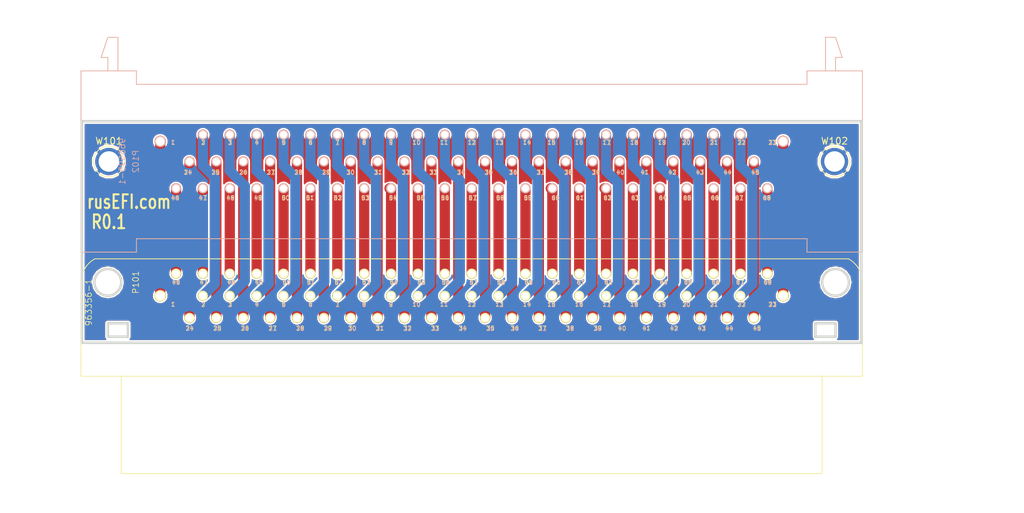
<source format=kicad_pcb>
(kicad_pcb (version 4) (host pcbnew 4.0.5)

  (general
    (links 69)
    (no_connects 0)
    (area 50.8 76.7488 203.200001 152.400001)
    (thickness 1.6002)
    (drawings 30)
    (tracks 157)
    (zones 0)
    (modules 4)
    (nets 70)
  )

  (page A)
  (title_block
    (title "ECU adapter")
    (date 2017-12-16)
    (rev R0.1)
    (company "DAECU for rusEFI")
  )

  (layers
    (0 F.Cu signal)
    (31 B.Cu signal)
    (32 B.Adhes user)
    (33 F.Adhes user)
    (34 B.Paste user)
    (35 F.Paste user)
    (36 B.SilkS user)
    (37 F.SilkS user)
    (38 B.Mask user)
    (39 F.Mask user)
    (40 Dwgs.User user)
    (41 Cmts.User user)
    (42 Eco1.User user)
    (43 Eco2.User user)
    (44 Edge.Cuts user)
  )

  (setup
    (last_trace_width 0.2032)
    (trace_clearance 0.254)
    (zone_clearance 0.2159)
    (zone_45_only no)
    (trace_min 0.2032)
    (segment_width 0.381)
    (edge_width 0.381)
    (via_size 0.889)
    (via_drill 0.635)
    (via_min_size 0.889)
    (via_min_drill 0.508)
    (uvia_size 0.508)
    (uvia_drill 0.127)
    (uvias_allowed no)
    (uvia_min_size 0.508)
    (uvia_min_drill 0.127)
    (pcb_text_width 0.3048)
    (pcb_text_size 1.524 2.032)
    (mod_edge_width 0.381)
    (mod_text_size 1.524 1.524)
    (mod_text_width 0.3048)
    (pad_size 1.4224 1.4224)
    (pad_drill 1.016)
    (pad_to_mask_clearance 0.0762)
    (aux_axis_origin 0 0)
    (visible_elements 7FFFFF7F)
    (pcbplotparams
      (layerselection 0x010fc_80000001)
      (usegerberextensions true)
      (excludeedgelayer true)
      (linewidth 0.150000)
      (plotframeref false)
      (viasonmask false)
      (mode 1)
      (useauxorigin false)
      (hpglpennumber 1)
      (hpglpenspeed 20)
      (hpglpendiameter 15)
      (hpglpenoverlay 0)
      (psnegative false)
      (psa4output false)
      (plotreference true)
      (plotvalue true)
      (plotinvisibletext false)
      (padsonsilk false)
      (subtractmaskfromsilk false)
      (outputformat 1)
      (mirror false)
      (drillshape 0)
      (scaleselection 1)
      (outputdirectory Gerbers/))
  )

  (net 0 "")
  (net 1 GND)
  (net 2 "Net-(P101-Pad48)")
  (net 3 "Net-(P101-Pad68)")
  (net 4 "Net-(P101-Pad67)")
  (net 5 "Net-(P101-Pad66)")
  (net 6 "Net-(P101-Pad65)")
  (net 7 "Net-(P101-Pad64)")
  (net 8 "Net-(P101-Pad63)")
  (net 9 "Net-(P101-Pad62)")
  (net 10 "Net-(P101-Pad61)")
  (net 11 "Net-(P101-Pad60)")
  (net 12 "Net-(P101-Pad59)")
  (net 13 "Net-(P101-Pad58)")
  (net 14 "Net-(P101-Pad57)")
  (net 15 "Net-(P101-Pad56)")
  (net 16 "Net-(P101-Pad55)")
  (net 17 "Net-(P101-Pad54)")
  (net 18 "Net-(P101-Pad53)")
  (net 19 "Net-(P101-Pad52)")
  (net 20 "Net-(P101-Pad51)")
  (net 21 "Net-(P101-Pad50)")
  (net 22 "Net-(P101-Pad49)")
  (net 23 "Net-(P101-Pad47)")
  (net 24 "Net-(P101-Pad46)")
  (net 25 "Net-(P101-Pad1)")
  (net 26 "Net-(P101-Pad2)")
  (net 27 "Net-(P101-Pad3)")
  (net 28 "Net-(P101-Pad4)")
  (net 29 "Net-(P101-Pad5)")
  (net 30 "Net-(P101-Pad6)")
  (net 31 "Net-(P101-Pad7)")
  (net 32 "Net-(P101-Pad8)")
  (net 33 "Net-(P101-Pad9)")
  (net 34 "Net-(P101-Pad10)")
  (net 35 "Net-(P101-Pad11)")
  (net 36 "Net-(P101-Pad12)")
  (net 37 "Net-(P101-Pad13)")
  (net 38 "Net-(P101-Pad14)")
  (net 39 "Net-(P101-Pad15)")
  (net 40 "Net-(P101-Pad16)")
  (net 41 "Net-(P101-Pad17)")
  (net 42 "Net-(P101-Pad18)")
  (net 43 "Net-(P101-Pad19)")
  (net 44 "Net-(P101-Pad20)")
  (net 45 "Net-(P101-Pad21)")
  (net 46 "Net-(P101-Pad22)")
  (net 47 "Net-(P101-Pad23)")
  (net 48 "Net-(P101-Pad24)")
  (net 49 "Net-(P101-Pad25)")
  (net 50 "Net-(P101-Pad26)")
  (net 51 "Net-(P101-Pad27)")
  (net 52 "Net-(P101-Pad28)")
  (net 53 "Net-(P101-Pad29)")
  (net 54 "Net-(P101-Pad30)")
  (net 55 "Net-(P101-Pad31)")
  (net 56 "Net-(P101-Pad32)")
  (net 57 "Net-(P101-Pad33)")
  (net 58 "Net-(P101-Pad34)")
  (net 59 "Net-(P101-Pad35)")
  (net 60 "Net-(P101-Pad36)")
  (net 61 "Net-(P101-Pad37)")
  (net 62 "Net-(P101-Pad38)")
  (net 63 "Net-(P101-Pad39)")
  (net 64 "Net-(P101-Pad40)")
  (net 65 "Net-(P101-Pad41)")
  (net 66 "Net-(P101-Pad42)")
  (net 67 "Net-(P101-Pad43)")
  (net 68 "Net-(P101-Pad44)")
  (net 69 "Net-(P101-Pad45)")

  (net_class Default "This is the default net class."
    (clearance 0.254)
    (trace_width 0.2032)
    (via_dia 0.889)
    (via_drill 0.635)
    (uvia_dia 0.508)
    (uvia_drill 0.127)
  )

  (net_class 1.5A ""
    (clearance 0.254)
    (trace_width 0.508)
    (via_dia 0.889)
    (via_drill 0.635)
    (uvia_dia 0.508)
    (uvia_drill 0.127)
  )

  (net_class 10A ""
    (clearance 0.254)
    (trace_width 6.096)
    (via_dia 0.889)
    (via_drill 0.635)
    (uvia_dia 0.508)
    (uvia_drill 0.127)
  )

  (net_class 1A ""
    (clearance 0.254)
    (trace_width 0.254)
    (via_dia 0.889)
    (via_drill 0.635)
    (uvia_dia 0.508)
    (uvia_drill 0.127)
  )

  (net_class 3.75A ""
    (clearance 0.254)
    (trace_width 1.524)
    (via_dia 0.889)
    (via_drill 0.635)
    (uvia_dia 0.508)
    (uvia_drill 0.127)
    (add_net GND)
    (add_net "Net-(P101-Pad1)")
    (add_net "Net-(P101-Pad10)")
    (add_net "Net-(P101-Pad11)")
    (add_net "Net-(P101-Pad12)")
    (add_net "Net-(P101-Pad13)")
    (add_net "Net-(P101-Pad14)")
    (add_net "Net-(P101-Pad15)")
    (add_net "Net-(P101-Pad16)")
    (add_net "Net-(P101-Pad17)")
    (add_net "Net-(P101-Pad18)")
    (add_net "Net-(P101-Pad19)")
    (add_net "Net-(P101-Pad2)")
    (add_net "Net-(P101-Pad20)")
    (add_net "Net-(P101-Pad21)")
    (add_net "Net-(P101-Pad22)")
    (add_net "Net-(P101-Pad23)")
    (add_net "Net-(P101-Pad24)")
    (add_net "Net-(P101-Pad25)")
    (add_net "Net-(P101-Pad26)")
    (add_net "Net-(P101-Pad27)")
    (add_net "Net-(P101-Pad28)")
    (add_net "Net-(P101-Pad29)")
    (add_net "Net-(P101-Pad3)")
    (add_net "Net-(P101-Pad30)")
    (add_net "Net-(P101-Pad31)")
    (add_net "Net-(P101-Pad32)")
    (add_net "Net-(P101-Pad33)")
    (add_net "Net-(P101-Pad34)")
    (add_net "Net-(P101-Pad35)")
    (add_net "Net-(P101-Pad36)")
    (add_net "Net-(P101-Pad37)")
    (add_net "Net-(P101-Pad38)")
    (add_net "Net-(P101-Pad39)")
    (add_net "Net-(P101-Pad4)")
    (add_net "Net-(P101-Pad40)")
    (add_net "Net-(P101-Pad41)")
    (add_net "Net-(P101-Pad42)")
    (add_net "Net-(P101-Pad43)")
    (add_net "Net-(P101-Pad44)")
    (add_net "Net-(P101-Pad45)")
    (add_net "Net-(P101-Pad46)")
    (add_net "Net-(P101-Pad47)")
    (add_net "Net-(P101-Pad48)")
    (add_net "Net-(P101-Pad49)")
    (add_net "Net-(P101-Pad5)")
    (add_net "Net-(P101-Pad50)")
    (add_net "Net-(P101-Pad51)")
    (add_net "Net-(P101-Pad52)")
    (add_net "Net-(P101-Pad53)")
    (add_net "Net-(P101-Pad54)")
    (add_net "Net-(P101-Pad55)")
    (add_net "Net-(P101-Pad56)")
    (add_net "Net-(P101-Pad57)")
    (add_net "Net-(P101-Pad58)")
    (add_net "Net-(P101-Pad59)")
    (add_net "Net-(P101-Pad6)")
    (add_net "Net-(P101-Pad60)")
    (add_net "Net-(P101-Pad61)")
    (add_net "Net-(P101-Pad62)")
    (add_net "Net-(P101-Pad63)")
    (add_net "Net-(P101-Pad64)")
    (add_net "Net-(P101-Pad65)")
    (add_net "Net-(P101-Pad66)")
    (add_net "Net-(P101-Pad67)")
    (add_net "Net-(P101-Pad68)")
    (add_net "Net-(P101-Pad7)")
    (add_net "Net-(P101-Pad8)")
    (add_net "Net-(P101-Pad9)")
  )

  (module rusEFI_Lib:963356-1 (layer F.Cu) (tedit 5A35D84F) (tstamp 5A2FBCFE)
    (at 121 120)
    (descr 963356-1)
    (path /5A35AD66)
    (fp_text reference P101 (at -50 -2 270) (layer F.SilkS)
      (effects (font (size 0.889 0.889) (thickness 0.1016)))
    )
    (fp_text value 963356-1 (at -57 1 90) (layer F.SilkS)
      (effects (font (size 0.889 0.889) (thickness 0.1016)))
    )
    (fp_line (start 51.15 4.1) (end 54.15 4.1) (layer F.SilkS) (width 0.127))
    (fp_line (start 51.15 6.1) (end 51.15 4.1) (layer F.SilkS) (width 0.127))
    (fp_line (start 54.15 6.1) (end 51.15 6.1) (layer F.SilkS) (width 0.127))
    (fp_line (start 54.15 4.1) (end 54.15 6.1) (layer F.SilkS) (width 0.127))
    (fp_line (start -54.15 4.1) (end -54.15 6.1) (layer F.SilkS) (width 0.127))
    (fp_line (start -54.15 6.1) (end -51.15 6.1) (layer F.SilkS) (width 0.127))
    (fp_line (start -51.15 6.1) (end -51.15 4.1) (layer F.SilkS) (width 0.127))
    (fp_line (start -51.15 4.1) (end -54.15 4.1) (layer F.SilkS) (width 0.127))
    (fp_arc (start 54.15 -2) (end 58.15 -2) (angle -61) (layer F.SilkS) (width 0.127))
    (fp_arc (start -54.15 -2) (end -58.15 -2) (angle 61) (layer F.SilkS) (width 0.127))
    (fp_circle (center 54.15 -2) (end 54.15 -4) (layer F.SilkS) (width 0.127))
    (fp_circle (center -54.15 -2) (end -54.15 -4) (layer F.SilkS) (width 0.127))
    (fp_line (start 58.15 12) (end -58.15 12) (layer F.SilkS) (width 0.127))
    (fp_line (start 56.07 -5.5) (end -56.07 -5.5) (layer F.SilkS) (width 0.127))
    (fp_line (start -52.15 12) (end -52.15 26.5) (layer F.SilkS) (width 0.127))
    (fp_line (start -52.15 26.5) (end 52.15 26.5) (layer F.SilkS) (width 0.127))
    (fp_line (start 52.15 12) (end 52.15 26.5) (layer F.SilkS) (width 0.127))
    (fp_line (start 58.15 -2) (end 58.15 12) (layer F.SilkS) (width 0.127))
    (fp_line (start -58.15 12) (end -58.15 -2) (layer F.SilkS) (width 0.127))
    (pad 48 thru_hole circle (at -36 -3.3 180) (size 1.49954 1.49954) (drill 1.10076) (layers *.Cu *.Mask F.SilkS)
      (net 2 "Net-(P101-Pad48)"))
    (pad 68 thru_hole circle (at 44 -3.3 180) (size 1.49954 1.49954) (drill 1.10076) (layers *.Cu *.Mask F.SilkS)
      (net 3 "Net-(P101-Pad68)"))
    (pad 67 thru_hole circle (at 40 -3.3 180) (size 1.49954 1.49954) (drill 1.10076) (layers *.Cu *.Mask F.SilkS)
      (net 4 "Net-(P101-Pad67)"))
    (pad 66 thru_hole circle (at 36 -3.3 180) (size 1.49954 1.49954) (drill 1.10076) (layers *.Cu *.Mask F.SilkS)
      (net 5 "Net-(P101-Pad66)"))
    (pad 65 thru_hole circle (at 32 -3.3 180) (size 1.49954 1.49954) (drill 1.10076) (layers *.Cu *.Mask F.SilkS)
      (net 6 "Net-(P101-Pad65)"))
    (pad 64 thru_hole circle (at 28 -3.3 180) (size 1.49954 1.49954) (drill 1.10076) (layers *.Cu *.Mask F.SilkS)
      (net 7 "Net-(P101-Pad64)"))
    (pad 63 thru_hole circle (at 24 -3.3 180) (size 1.49954 1.49954) (drill 1.10076) (layers *.Cu *.Mask F.SilkS)
      (net 8 "Net-(P101-Pad63)"))
    (pad 62 thru_hole circle (at 20 -3.3 180) (size 1.49954 1.49954) (drill 1.10076) (layers *.Cu *.Mask F.SilkS)
      (net 9 "Net-(P101-Pad62)"))
    (pad 61 thru_hole circle (at 16 -3.3 180) (size 1.49954 1.49954) (drill 1.10076) (layers *.Cu *.Mask F.SilkS)
      (net 10 "Net-(P101-Pad61)"))
    (pad 60 thru_hole circle (at 12 -3.3 180) (size 1.49954 1.49954) (drill 1.10076) (layers *.Cu *.Mask F.SilkS)
      (net 11 "Net-(P101-Pad60)"))
    (pad 59 thru_hole circle (at 8 -3.3 180) (size 1.49954 1.49954) (drill 1.10076) (layers *.Cu *.Mask F.SilkS)
      (net 12 "Net-(P101-Pad59)"))
    (pad 58 thru_hole circle (at 4 -3.3 180) (size 1.49954 1.49954) (drill 1.10076) (layers *.Cu *.Mask F.SilkS)
      (net 13 "Net-(P101-Pad58)"))
    (pad 57 thru_hole circle (at 0 -3.3 180) (size 1.49954 1.49954) (drill 1.10076) (layers *.Cu *.Mask F.SilkS)
      (net 14 "Net-(P101-Pad57)"))
    (pad 56 thru_hole circle (at -4 -3.3 180) (size 1.49954 1.49954) (drill 1.10076) (layers *.Cu *.Mask F.SilkS)
      (net 15 "Net-(P101-Pad56)"))
    (pad 55 thru_hole circle (at -8 -3.3 180) (size 1.49954 1.49954) (drill 1.10076) (layers *.Cu *.Mask F.SilkS)
      (net 16 "Net-(P101-Pad55)"))
    (pad 54 thru_hole circle (at -12 -3.3 180) (size 1.49954 1.49954) (drill 1.10076) (layers *.Cu *.Mask F.SilkS)
      (net 17 "Net-(P101-Pad54)"))
    (pad 53 thru_hole circle (at -16 -3.3 180) (size 1.49954 1.49954) (drill 1.10076) (layers *.Cu *.Mask F.SilkS)
      (net 18 "Net-(P101-Pad53)"))
    (pad 52 thru_hole circle (at -20 -3.3 180) (size 1.49954 1.49954) (drill 1.10076) (layers *.Cu *.Mask F.SilkS)
      (net 19 "Net-(P101-Pad52)"))
    (pad 51 thru_hole circle (at -24 -3.3 180) (size 1.49954 1.49954) (drill 1.10076) (layers *.Cu *.Mask F.SilkS)
      (net 20 "Net-(P101-Pad51)"))
    (pad 50 thru_hole circle (at -28 -3.3 180) (size 1.49954 1.49954) (drill 1.10076) (layers *.Cu *.Mask F.SilkS)
      (net 21 "Net-(P101-Pad50)"))
    (pad 49 thru_hole circle (at -32 -3.3 180) (size 1.49954 1.49954) (drill 1.10076) (layers *.Cu *.Mask F.SilkS)
      (net 22 "Net-(P101-Pad49)"))
    (pad 47 thru_hole circle (at -40 -3.3 180) (size 1.49954 1.49954) (drill 1.10076) (layers *.Cu *.Mask F.SilkS)
      (net 23 "Net-(P101-Pad47)"))
    (pad 46 thru_hole circle (at -44 -3.3 180) (size 1.49954 1.49954) (drill 1.10076) (layers *.Cu *.Mask F.SilkS)
      (net 24 "Net-(P101-Pad46)"))
    (pad 1 thru_hole circle (at -46.35 0) (size 1.7 1.7) (drill 1.3) (layers *.Cu *.Mask F.SilkS)
      (net 25 "Net-(P101-Pad1)"))
    (pad 2 thru_hole circle (at -40 0) (size 1.49954 1.49954) (drill 1.10076) (layers *.Cu *.Mask F.SilkS)
      (net 26 "Net-(P101-Pad2)"))
    (pad 3 thru_hole circle (at -36 0) (size 1.49954 1.49954) (drill 1.10076) (layers *.Cu *.Mask F.SilkS)
      (net 27 "Net-(P101-Pad3)"))
    (pad 4 thru_hole circle (at -32 0) (size 1.49954 1.49954) (drill 1.10076) (layers *.Cu *.Mask F.SilkS)
      (net 28 "Net-(P101-Pad4)"))
    (pad 5 thru_hole circle (at -28 0) (size 1.49954 1.49954) (drill 1.10076) (layers *.Cu *.Mask F.SilkS)
      (net 29 "Net-(P101-Pad5)"))
    (pad 6 thru_hole circle (at -24 0) (size 1.49954 1.49954) (drill 1.10076) (layers *.Cu *.Mask F.SilkS)
      (net 30 "Net-(P101-Pad6)"))
    (pad 7 thru_hole circle (at -20 0) (size 1.49954 1.49954) (drill 1.10076) (layers *.Cu *.Mask F.SilkS)
      (net 31 "Net-(P101-Pad7)"))
    (pad 8 thru_hole circle (at -16 0) (size 1.49954 1.49954) (drill 1.10076) (layers *.Cu *.Mask F.SilkS)
      (net 32 "Net-(P101-Pad8)"))
    (pad 9 thru_hole circle (at -12 0) (size 1.49954 1.49954) (drill 1.10076) (layers *.Cu *.Mask F.SilkS)
      (net 33 "Net-(P101-Pad9)"))
    (pad 10 thru_hole circle (at -8 0) (size 1.49954 1.49954) (drill 1.10076) (layers *.Cu *.Mask F.SilkS)
      (net 34 "Net-(P101-Pad10)"))
    (pad 11 thru_hole circle (at -4 0) (size 1.49954 1.49954) (drill 1.10076) (layers *.Cu *.Mask F.SilkS)
      (net 35 "Net-(P101-Pad11)"))
    (pad 12 thru_hole circle (at 0 0) (size 1.49954 1.49954) (drill 1.10076) (layers *.Cu *.Mask F.SilkS)
      (net 36 "Net-(P101-Pad12)"))
    (pad 13 thru_hole circle (at 4 0) (size 1.49954 1.49954) (drill 1.10076) (layers *.Cu *.Mask F.SilkS)
      (net 37 "Net-(P101-Pad13)"))
    (pad 14 thru_hole circle (at 8 0) (size 1.49954 1.49954) (drill 1.10076) (layers *.Cu *.Mask F.SilkS)
      (net 38 "Net-(P101-Pad14)"))
    (pad 15 thru_hole circle (at 12 0) (size 1.49954 1.49954) (drill 1.10076) (layers *.Cu *.Mask F.SilkS)
      (net 39 "Net-(P101-Pad15)"))
    (pad 16 thru_hole circle (at 16 0) (size 1.49954 1.49954) (drill 1.10076) (layers *.Cu *.Mask F.SilkS)
      (net 40 "Net-(P101-Pad16)"))
    (pad 17 thru_hole circle (at 20 0) (size 1.49954 1.49954) (drill 1.10076) (layers *.Cu *.Mask F.SilkS)
      (net 41 "Net-(P101-Pad17)"))
    (pad 18 thru_hole circle (at 24 0) (size 1.49954 1.49954) (drill 1.10076) (layers *.Cu *.Mask F.SilkS)
      (net 42 "Net-(P101-Pad18)"))
    (pad 19 thru_hole circle (at 28 0) (size 1.49954 1.49954) (drill 1.10076) (layers *.Cu *.Mask F.SilkS)
      (net 43 "Net-(P101-Pad19)"))
    (pad 20 thru_hole circle (at 32 0) (size 1.49954 1.49954) (drill 1.10076) (layers *.Cu *.Mask F.SilkS)
      (net 44 "Net-(P101-Pad20)"))
    (pad 21 thru_hole circle (at 36 0) (size 1.49954 1.49954) (drill 1.10076) (layers *.Cu *.Mask F.SilkS)
      (net 45 "Net-(P101-Pad21)"))
    (pad 22 thru_hole circle (at 40 0) (size 1.49954 1.49954) (drill 1.10076) (layers *.Cu *.Mask F.SilkS)
      (net 46 "Net-(P101-Pad22)"))
    (pad 23 thru_hole circle (at 46.35 0) (size 1.7 1.7) (drill 1.3) (layers *.Cu *.Mask F.SilkS)
      (net 47 "Net-(P101-Pad23)"))
    (pad 24 thru_hole circle (at -42 3.3 180) (size 1.49954 1.49954) (drill 1.10076) (layers *.Cu *.Mask F.SilkS)
      (net 48 "Net-(P101-Pad24)"))
    (pad 25 thru_hole circle (at -38 3.3 180) (size 1.49954 1.49954) (drill 1.10076) (layers *.Cu *.Mask F.SilkS)
      (net 49 "Net-(P101-Pad25)"))
    (pad 26 thru_hole circle (at -34 3.3 180) (size 1.49954 1.49954) (drill 1.10076) (layers *.Cu *.Mask F.SilkS)
      (net 50 "Net-(P101-Pad26)"))
    (pad 27 thru_hole circle (at -30 3.3 180) (size 1.49954 1.49954) (drill 1.10076) (layers *.Cu *.Mask F.SilkS)
      (net 51 "Net-(P101-Pad27)"))
    (pad 28 thru_hole circle (at -26 3.3 180) (size 1.49954 1.49954) (drill 1.10076) (layers *.Cu *.Mask F.SilkS)
      (net 52 "Net-(P101-Pad28)"))
    (pad 29 thru_hole circle (at -22 3.3 180) (size 1.49954 1.49954) (drill 1.10076) (layers *.Cu *.Mask F.SilkS)
      (net 53 "Net-(P101-Pad29)"))
    (pad 30 thru_hole circle (at -18 3.3 180) (size 1.49954 1.49954) (drill 1.10076) (layers *.Cu *.Mask F.SilkS)
      (net 54 "Net-(P101-Pad30)"))
    (pad 31 thru_hole circle (at -14 3.3 180) (size 1.49954 1.49954) (drill 1.10076) (layers *.Cu *.Mask F.SilkS)
      (net 55 "Net-(P101-Pad31)"))
    (pad 32 thru_hole circle (at -10 3.3 180) (size 1.49954 1.49954) (drill 1.10076) (layers *.Cu *.Mask F.SilkS)
      (net 56 "Net-(P101-Pad32)"))
    (pad 33 thru_hole circle (at -6 3.3 180) (size 1.49954 1.49954) (drill 1.10076) (layers *.Cu *.Mask F.SilkS)
      (net 57 "Net-(P101-Pad33)"))
    (pad 34 thru_hole circle (at -2 3.3 180) (size 1.49954 1.49954) (drill 1.10076) (layers *.Cu *.Mask F.SilkS)
      (net 58 "Net-(P101-Pad34)"))
    (pad 35 thru_hole circle (at 2 3.3 180) (size 1.49954 1.49954) (drill 1.10076) (layers *.Cu *.Mask F.SilkS)
      (net 59 "Net-(P101-Pad35)"))
    (pad 36 thru_hole circle (at 6 3.3 180) (size 1.49954 1.49954) (drill 1.10076) (layers *.Cu *.Mask F.SilkS)
      (net 60 "Net-(P101-Pad36)"))
    (pad 37 thru_hole circle (at 10 3.3 180) (size 1.49954 1.49954) (drill 1.10076) (layers *.Cu *.Mask F.SilkS)
      (net 61 "Net-(P101-Pad37)"))
    (pad 38 thru_hole circle (at 14 3.3 180) (size 1.49954 1.49954) (drill 1.10076) (layers *.Cu *.Mask F.SilkS)
      (net 62 "Net-(P101-Pad38)"))
    (pad 39 thru_hole circle (at 18 3.3 180) (size 1.49954 1.49954) (drill 1.10076) (layers *.Cu *.Mask F.SilkS)
      (net 63 "Net-(P101-Pad39)"))
    (pad 40 thru_hole circle (at 22 3.3 180) (size 1.49954 1.49954) (drill 1.10076) (layers *.Cu *.Mask F.SilkS)
      (net 64 "Net-(P101-Pad40)"))
    (pad 41 thru_hole circle (at 26 3.3 180) (size 1.49954 1.49954) (drill 1.10076) (layers *.Cu *.Mask F.SilkS)
      (net 65 "Net-(P101-Pad41)"))
    (pad 42 thru_hole circle (at 30 3.3 180) (size 1.49954 1.49954) (drill 1.10076) (layers *.Cu *.Mask F.SilkS)
      (net 66 "Net-(P101-Pad42)"))
    (pad 43 thru_hole circle (at 34 3.3 180) (size 1.49954 1.49954) (drill 1.10076) (layers *.Cu *.Mask F.SilkS)
      (net 67 "Net-(P101-Pad43)"))
    (pad 44 thru_hole circle (at 38 3.3 180) (size 1.49954 1.49954) (drill 1.10076) (layers *.Cu *.Mask F.SilkS)
      (net 68 "Net-(P101-Pad44)"))
    (pad 45 thru_hole circle (at 42 3.3 180) (size 1.49954 1.49954) (drill 1.10076) (layers *.Cu *.Mask F.SilkS)
      (net 69 "Net-(P101-Pad45)"))
    (model ../../../../../../Users/Vista_64_D630/Desktop/Jared/code/Hardware/trunk/rusefi.com/rusefi_lib/3d/c-963356-1-d-3d.wrl
      (at (xyz 0 -1.04 0.53))
      (scale (xyz 0.393701 0.393701 0.393701))
      (rotate (xyz 270 0 0))
    )
  )

  (module rusEFI_Lib:966595-1 (layer B.Cu) (tedit 5A35A6D8) (tstamp 52230F19)
    (at 121 100)
    (descr 966595-1)
    (path /52230AB7)
    (fp_text reference P102 (at -50 0 270) (layer B.SilkS)
      (effects (font (size 0.889 0.889) (thickness 0.1016)) (justify mirror))
    )
    (fp_text value 966595-1 (at -52 0 270) (layer B.SilkS)
      (effects (font (size 0.889 0.889) (thickness 0.1016)) (justify mirror))
    )
    (fp_line (start 54.15 -15.5) (end 55.15 -15.5) (layer B.SilkS) (width 0.127))
    (fp_line (start 52.65 -18.5) (end 54.15 -18.5) (layer B.SilkS) (width 0.127))
    (fp_line (start 54.15 -15.5) (end 54.15 -13.5) (layer B.SilkS) (width 0.127))
    (fp_line (start 52.65 -18.5) (end 52.65 -13.5) (layer B.SilkS) (width 0.127))
    (fp_line (start 54.15 -18.5) (end 55.15 -15.5) (layer B.SilkS) (width 0.127))
    (fp_line (start -54.15 -18.5) (end -55.15 -15.5) (layer B.SilkS) (width 0.127))
    (fp_line (start -52.65 -18.5) (end -52.65 -13.5) (layer B.SilkS) (width 0.127))
    (fp_line (start -54.15 -15.5) (end -54.15 -13.5) (layer B.SilkS) (width 0.127))
    (fp_line (start -52.65 -18.5) (end -54.15 -18.5) (layer B.SilkS) (width 0.127))
    (fp_line (start -54.15 -15.5) (end -55.15 -15.5) (layer B.SilkS) (width 0.127))
    (fp_line (start -58.15 13.5) (end -49.9 13.5) (layer B.SilkS) (width 0.127))
    (fp_line (start -49.9 -13.5) (end -58.15 -13.5) (layer B.SilkS) (width 0.127))
    (fp_line (start 49.9 13.5) (end 49.9 11.5) (layer B.SilkS) (width 0.127))
    (fp_line (start 49.9 11.5) (end -49.9 11.5) (layer B.SilkS) (width 0.127))
    (fp_line (start -49.9 11.5) (end -49.9 13.5) (layer B.SilkS) (width 0.127))
    (fp_line (start -49.9 -13.5) (end -49.9 -11.5) (layer B.SilkS) (width 0.127))
    (fp_line (start -49.9 -11.5) (end 49.9 -11.5) (layer B.SilkS) (width 0.127))
    (fp_line (start 49.9 -11.5) (end 49.9 -13.5) (layer B.SilkS) (width 0.127))
    (fp_line (start 49.9 13.5) (end 58.15 13.5) (layer B.SilkS) (width 0.127))
    (fp_line (start 58.15 13.5) (end 58.15 -13.5) (layer B.SilkS) (width 0.127))
    (fp_line (start 58.15 -13.5) (end 49.9 -13.5) (layer B.SilkS) (width 0.127))
    (fp_line (start -58.15 -13.5) (end -58.15 13.5) (layer B.SilkS) (width 0.127))
    (pad 48 thru_hole circle (at -36 4 180) (size 1.49954 1.49954) (drill 1.10076) (layers *.Cu *.Mask B.SilkS)
      (net 2 "Net-(P101-Pad48)"))
    (pad 68 thru_hole circle (at 44 4 180) (size 1.49954 1.49954) (drill 1.10076) (layers *.Cu *.Mask B.SilkS)
      (net 3 "Net-(P101-Pad68)"))
    (pad 67 thru_hole circle (at 40 4 180) (size 1.49954 1.49954) (drill 1.10076) (layers *.Cu *.Mask B.SilkS)
      (net 4 "Net-(P101-Pad67)"))
    (pad 66 thru_hole circle (at 36 4 180) (size 1.49954 1.49954) (drill 1.10076) (layers *.Cu *.Mask B.SilkS)
      (net 5 "Net-(P101-Pad66)"))
    (pad 65 thru_hole circle (at 32 4 180) (size 1.49954 1.49954) (drill 1.10076) (layers *.Cu *.Mask B.SilkS)
      (net 6 "Net-(P101-Pad65)"))
    (pad 64 thru_hole circle (at 28 4 180) (size 1.49954 1.49954) (drill 1.10076) (layers *.Cu *.Mask B.SilkS)
      (net 7 "Net-(P101-Pad64)"))
    (pad 63 thru_hole circle (at 24 4 180) (size 1.49954 1.49954) (drill 1.10076) (layers *.Cu *.Mask B.SilkS)
      (net 8 "Net-(P101-Pad63)"))
    (pad 62 thru_hole circle (at 20 4 180) (size 1.49954 1.49954) (drill 1.10076) (layers *.Cu *.Mask B.SilkS)
      (net 9 "Net-(P101-Pad62)"))
    (pad 61 thru_hole circle (at 16 4 180) (size 1.49954 1.49954) (drill 1.10076) (layers *.Cu *.Mask B.SilkS)
      (net 10 "Net-(P101-Pad61)"))
    (pad 60 thru_hole circle (at 12 4 180) (size 1.49954 1.49954) (drill 1.10076) (layers *.Cu *.Mask B.SilkS)
      (net 11 "Net-(P101-Pad60)"))
    (pad 59 thru_hole circle (at 8 4 180) (size 1.49954 1.49954) (drill 1.10076) (layers *.Cu *.Mask B.SilkS)
      (net 12 "Net-(P101-Pad59)"))
    (pad 58 thru_hole circle (at 4 4 180) (size 1.49954 1.49954) (drill 1.10076) (layers *.Cu *.Mask B.SilkS)
      (net 13 "Net-(P101-Pad58)"))
    (pad 57 thru_hole circle (at 0 4 180) (size 1.49954 1.49954) (drill 1.10076) (layers *.Cu *.Mask B.SilkS)
      (net 14 "Net-(P101-Pad57)"))
    (pad 56 thru_hole circle (at -4 4 180) (size 1.49954 1.49954) (drill 1.10076) (layers *.Cu *.Mask B.SilkS)
      (net 15 "Net-(P101-Pad56)"))
    (pad 55 thru_hole circle (at -8 4 180) (size 1.49954 1.49954) (drill 1.10076) (layers *.Cu *.Mask B.SilkS)
      (net 16 "Net-(P101-Pad55)"))
    (pad 54 thru_hole circle (at -12 4 180) (size 1.49954 1.49954) (drill 1.10076) (layers *.Cu *.Mask B.SilkS)
      (net 17 "Net-(P101-Pad54)"))
    (pad 53 thru_hole circle (at -16 4 180) (size 1.49954 1.49954) (drill 1.10076) (layers *.Cu *.Mask B.SilkS)
      (net 18 "Net-(P101-Pad53)"))
    (pad 52 thru_hole circle (at -20 4 180) (size 1.49954 1.49954) (drill 1.10076) (layers *.Cu *.Mask B.SilkS)
      (net 19 "Net-(P101-Pad52)"))
    (pad 51 thru_hole circle (at -24 4 180) (size 1.49954 1.49954) (drill 1.10076) (layers *.Cu *.Mask B.SilkS)
      (net 20 "Net-(P101-Pad51)"))
    (pad 50 thru_hole circle (at -28 4 180) (size 1.49954 1.49954) (drill 1.10076) (layers *.Cu *.Mask B.SilkS)
      (net 21 "Net-(P101-Pad50)"))
    (pad 49 thru_hole circle (at -32 4 180) (size 1.49954 1.49954) (drill 1.10076) (layers *.Cu *.Mask B.SilkS)
      (net 22 "Net-(P101-Pad49)"))
    (pad 47 thru_hole circle (at -40 4 180) (size 1.49954 1.49954) (drill 1.10076) (layers *.Cu *.Mask B.SilkS)
      (net 23 "Net-(P101-Pad47)"))
    (pad 46 thru_hole circle (at -44 4 180) (size 1.49954 1.49954) (drill 1.10076) (layers *.Cu *.Mask B.SilkS)
      (net 24 "Net-(P101-Pad46)"))
    (pad 1 thru_hole circle (at -46.35 -3) (size 1.7 1.7) (drill 1.3) (layers *.Cu *.Mask B.SilkS)
      (net 25 "Net-(P101-Pad1)"))
    (pad 2 thru_hole circle (at -40 -4) (size 1.49954 1.49954) (drill 1.10076) (layers *.Cu *.Mask B.SilkS)
      (net 26 "Net-(P101-Pad2)"))
    (pad 3 thru_hole circle (at -36 -4) (size 1.49954 1.49954) (drill 1.10076) (layers *.Cu *.Mask B.SilkS)
      (net 27 "Net-(P101-Pad3)"))
    (pad 4 thru_hole circle (at -32 -4) (size 1.49954 1.49954) (drill 1.10076) (layers *.Cu *.Mask B.SilkS)
      (net 28 "Net-(P101-Pad4)"))
    (pad 5 thru_hole circle (at -28 -4) (size 1.49954 1.49954) (drill 1.10076) (layers *.Cu *.Mask B.SilkS)
      (net 29 "Net-(P101-Pad5)"))
    (pad 6 thru_hole circle (at -24 -4) (size 1.49954 1.49954) (drill 1.10076) (layers *.Cu *.Mask B.SilkS)
      (net 30 "Net-(P101-Pad6)"))
    (pad 7 thru_hole circle (at -20 -4) (size 1.49954 1.49954) (drill 1.10076) (layers *.Cu *.Mask B.SilkS)
      (net 31 "Net-(P101-Pad7)"))
    (pad 8 thru_hole circle (at -16 -4) (size 1.49954 1.49954) (drill 1.10076) (layers *.Cu *.Mask B.SilkS)
      (net 32 "Net-(P101-Pad8)"))
    (pad 9 thru_hole circle (at -12 -4) (size 1.49954 1.49954) (drill 1.10076) (layers *.Cu *.Mask B.SilkS)
      (net 33 "Net-(P101-Pad9)"))
    (pad 10 thru_hole circle (at -8 -4) (size 1.49954 1.49954) (drill 1.10076) (layers *.Cu *.Mask B.SilkS)
      (net 34 "Net-(P101-Pad10)"))
    (pad 11 thru_hole circle (at -4 -4) (size 1.49954 1.49954) (drill 1.10076) (layers *.Cu *.Mask B.SilkS)
      (net 35 "Net-(P101-Pad11)"))
    (pad 12 thru_hole circle (at 0 -4) (size 1.49954 1.49954) (drill 1.10076) (layers *.Cu *.Mask B.SilkS)
      (net 36 "Net-(P101-Pad12)"))
    (pad 13 thru_hole circle (at 4 -4) (size 1.49954 1.49954) (drill 1.10076) (layers *.Cu *.Mask B.SilkS)
      (net 37 "Net-(P101-Pad13)"))
    (pad 14 thru_hole circle (at 8 -4) (size 1.49954 1.49954) (drill 1.10076) (layers *.Cu *.Mask B.SilkS)
      (net 38 "Net-(P101-Pad14)"))
    (pad 15 thru_hole circle (at 12 -4) (size 1.49954 1.49954) (drill 1.10076) (layers *.Cu *.Mask B.SilkS)
      (net 39 "Net-(P101-Pad15)"))
    (pad 16 thru_hole circle (at 16 -4) (size 1.49954 1.49954) (drill 1.10076) (layers *.Cu *.Mask B.SilkS)
      (net 40 "Net-(P101-Pad16)"))
    (pad 17 thru_hole circle (at 20 -4) (size 1.49954 1.49954) (drill 1.10076) (layers *.Cu *.Mask B.SilkS)
      (net 41 "Net-(P101-Pad17)"))
    (pad 18 thru_hole circle (at 24 -4) (size 1.49954 1.49954) (drill 1.10076) (layers *.Cu *.Mask B.SilkS)
      (net 42 "Net-(P101-Pad18)"))
    (pad 19 thru_hole circle (at 28 -4) (size 1.49954 1.49954) (drill 1.10076) (layers *.Cu *.Mask B.SilkS)
      (net 43 "Net-(P101-Pad19)"))
    (pad 20 thru_hole circle (at 32 -4) (size 1.49954 1.49954) (drill 1.10076) (layers *.Cu *.Mask B.SilkS)
      (net 44 "Net-(P101-Pad20)"))
    (pad 21 thru_hole circle (at 36 -4) (size 1.49954 1.49954) (drill 1.10076) (layers *.Cu *.Mask B.SilkS)
      (net 45 "Net-(P101-Pad21)"))
    (pad 22 thru_hole circle (at 40 -4) (size 1.49954 1.49954) (drill 1.10076) (layers *.Cu *.Mask B.SilkS)
      (net 46 "Net-(P101-Pad22)"))
    (pad 23 thru_hole circle (at 46.35 -3) (size 1.7 1.7) (drill 1.3) (layers *.Cu *.Mask B.SilkS)
      (net 47 "Net-(P101-Pad23)"))
    (pad 24 thru_hole circle (at -42 0 180) (size 1.49954 1.49954) (drill 1.10076) (layers *.Cu *.Mask B.SilkS)
      (net 48 "Net-(P101-Pad24)"))
    (pad 25 thru_hole circle (at -38 0 180) (size 1.49954 1.49954) (drill 1.10076) (layers *.Cu *.Mask B.SilkS)
      (net 49 "Net-(P101-Pad25)"))
    (pad 26 thru_hole circle (at -34 0 180) (size 1.49954 1.49954) (drill 1.10076) (layers *.Cu *.Mask B.SilkS)
      (net 50 "Net-(P101-Pad26)"))
    (pad 27 thru_hole circle (at -30 0 180) (size 1.49954 1.49954) (drill 1.10076) (layers *.Cu *.Mask B.SilkS)
      (net 51 "Net-(P101-Pad27)"))
    (pad 28 thru_hole circle (at -26 0 180) (size 1.49954 1.49954) (drill 1.10076) (layers *.Cu *.Mask B.SilkS)
      (net 52 "Net-(P101-Pad28)"))
    (pad 29 thru_hole circle (at -22 0 180) (size 1.49954 1.49954) (drill 1.10076) (layers *.Cu *.Mask B.SilkS)
      (net 53 "Net-(P101-Pad29)"))
    (pad 30 thru_hole circle (at -18 0 180) (size 1.49954 1.49954) (drill 1.10076) (layers *.Cu *.Mask B.SilkS)
      (net 54 "Net-(P101-Pad30)"))
    (pad 31 thru_hole circle (at -14 0 180) (size 1.49954 1.49954) (drill 1.10076) (layers *.Cu *.Mask B.SilkS)
      (net 55 "Net-(P101-Pad31)"))
    (pad 32 thru_hole circle (at -10 0 180) (size 1.49954 1.49954) (drill 1.10076) (layers *.Cu *.Mask B.SilkS)
      (net 56 "Net-(P101-Pad32)"))
    (pad 33 thru_hole circle (at -6 0 180) (size 1.49954 1.49954) (drill 1.10076) (layers *.Cu *.Mask B.SilkS)
      (net 57 "Net-(P101-Pad33)"))
    (pad 34 thru_hole circle (at -2 0 180) (size 1.49954 1.49954) (drill 1.10076) (layers *.Cu *.Mask B.SilkS)
      (net 58 "Net-(P101-Pad34)"))
    (pad 35 thru_hole circle (at 2 0 180) (size 1.49954 1.49954) (drill 1.10076) (layers *.Cu *.Mask B.SilkS)
      (net 59 "Net-(P101-Pad35)"))
    (pad 36 thru_hole circle (at 6 0 180) (size 1.49954 1.49954) (drill 1.10076) (layers *.Cu *.Mask B.SilkS)
      (net 60 "Net-(P101-Pad36)"))
    (pad 37 thru_hole circle (at 10 0 180) (size 1.49954 1.49954) (drill 1.10076) (layers *.Cu *.Mask B.SilkS)
      (net 61 "Net-(P101-Pad37)"))
    (pad 38 thru_hole circle (at 14 0 180) (size 1.49954 1.49954) (drill 1.10076) (layers *.Cu *.Mask B.SilkS)
      (net 62 "Net-(P101-Pad38)"))
    (pad 39 thru_hole circle (at 18 0 180) (size 1.49954 1.49954) (drill 1.10076) (layers *.Cu *.Mask B.SilkS)
      (net 63 "Net-(P101-Pad39)"))
    (pad 40 thru_hole circle (at 22 0 180) (size 1.49954 1.49954) (drill 1.10076) (layers *.Cu *.Mask B.SilkS)
      (net 64 "Net-(P101-Pad40)"))
    (pad 41 thru_hole circle (at 26 0 180) (size 1.49954 1.49954) (drill 1.10076) (layers *.Cu *.Mask B.SilkS)
      (net 65 "Net-(P101-Pad41)"))
    (pad 42 thru_hole circle (at 30 0 180) (size 1.49954 1.49954) (drill 1.10076) (layers *.Cu *.Mask B.SilkS)
      (net 66 "Net-(P101-Pad42)"))
    (pad 43 thru_hole circle (at 34 0 180) (size 1.49954 1.49954) (drill 1.10076) (layers *.Cu *.Mask B.SilkS)
      (net 67 "Net-(P101-Pad43)"))
    (pad 44 thru_hole circle (at 38 0 180) (size 1.49954 1.49954) (drill 1.10076) (layers *.Cu *.Mask B.SilkS)
      (net 68 "Net-(P101-Pad44)"))
    (pad 45 thru_hole circle (at 42 0 180) (size 1.49954 1.49954) (drill 1.10076) (layers *.Cu *.Mask B.SilkS)
      (net 69 "Net-(P101-Pad45)"))
    (model ../../../../../../Users/Vista_64_D630/Desktop/Jared/code/Hardware/trunk/rusefi.com/rusefi_lib/3d/c-966595-1-a1-3d.wrl
      (at (xyz 0 0 1.265))
      (scale (xyz 0.393701 0.393701 0.393701))
      (rotate (xyz 0 0 0))
    )
  )

  (module Connect:1pin (layer F.Cu) (tedit 5A35D80F) (tstamp 5A35D9CE)
    (at 67 100)
    (descr "module 1 pin (ou trou mecanique de percage)")
    (tags DEV)
    (path /5A35D759)
    (fp_text reference W101 (at 0 -3.048) (layer F.SilkS)
      (effects (font (size 1 1) (thickness 0.15)))
    )
    (fp_text value TEST_1P (at 0 3) (layer F.Fab) hide
      (effects (font (size 1 1) (thickness 0.15)))
    )
    (fp_circle (center 0 0) (end 2 0.8) (layer F.Fab) (width 0.1))
    (fp_circle (center 0 0) (end 2.6 0) (layer F.CrtYd) (width 0.05))
    (fp_circle (center 0 0) (end 0 -2.286) (layer F.SilkS) (width 0.12))
    (pad 1 thru_hole circle (at 0 0) (size 4.064 4.064) (drill 3.048) (layers *.Cu *.Mask)
      (net 1 GND))
  )

  (module Connect:1pin (layer F.Cu) (tedit 5A35D815) (tstamp 5A35D9D6)
    (at 175 100)
    (descr "module 1 pin (ou trou mecanique de percage)")
    (tags DEV)
    (path /5A35D84D)
    (fp_text reference W102 (at 0 -3.048) (layer F.SilkS)
      (effects (font (size 1 1) (thickness 0.15)))
    )
    (fp_text value TEST_1P (at 0 3) (layer F.Fab) hide
      (effects (font (size 1 1) (thickness 0.15)))
    )
    (fp_circle (center 0 0) (end 2 0.8) (layer F.Fab) (width 0.1))
    (fp_circle (center 0 0) (end 2.6 0) (layer F.CrtYd) (width 0.05))
    (fp_circle (center 0 0) (end 0 -2.286) (layer F.SilkS) (width 0.12))
    (pad 1 thru_hole circle (at 0 0) (size 4.064 4.064) (drill 3.048) (layers *.Cu *.Mask)
      (net 1 GND))
  )

  (gr_text "24      25      26      27      28      29     30      31      32      33      34      35     36      37      38      39     40     41      42      43      44      45" (at 78.359 124.841 180) (layer B.SilkS)
    (effects (font (size 0.635 0.635) (thickness 0.1016)) (justify left mirror))
  )
  (gr_text "1        2       3       4       5       6       7       8       9      10      11      12      13      14     15      16      17      18      19     20      21      22       23" (at 76.2 121.285 180) (layer B.SilkS)
    (effects (font (size 0.635 0.635) (thickness 0.1016)) (justify left mirror))
  )
  (gr_text "46      47      48      49      50     51      52      53      54      55     56      57      58      59      60     61      62      63      64     65      66     67      68" (at 76.327 117.983 180) (layer B.SilkS)
    (effects (font (size 0.635 0.635) (thickness 0.1016)) (justify left mirror))
  )
  (gr_text "46      47      48      49      50     51      52      53      54      55     56      57      58      59      60     61      62      63      64     65      66     67      68" (at 76.2 105.41 180) (layer B.SilkS)
    (effects (font (size 0.635 0.635) (thickness 0.1016)) (justify left mirror))
  )
  (gr_text "24      25      26      27      28      29     30      31      32      33      34      35     36      37      38      39     40     41      42      43      44      45" (at 78.105 101.6 180) (layer B.SilkS)
    (effects (font (size 0.635 0.635) (thickness 0.1016)) (justify left mirror))
  )
  (gr_text "1        2       3       4       5       6       7       8       9      10      11      12      13      14     15      16      17      18      19     20      21      22       23" (at 76.2 97.155 180) (layer B.SilkS)
    (effects (font (size 0.635 0.635) (thickness 0.1016)) (justify left mirror))
  )
  (gr_text "46      47      48      49      50     51      52      53      54      55     56      57      58      59      60     61      62      63      64     65      66     67      68" (at 76.327 117.983) (layer F.SilkS)
    (effects (font (size 0.635 0.635) (thickness 0.1016)) (justify left))
  )
  (gr_text "24      25      26      27      28      29     30      31      32      33      34      35     36      37      38      39     40     41      42      43      44      45" (at 78.359 124.841) (layer F.SilkS)
    (effects (font (size 0.635 0.635) (thickness 0.1016)) (justify left))
  )
  (gr_text "1        2       3       4       5       6       7       8       9      10      11      12      13      14     15      16      17      18      19     20      21      22       23" (at 76.2 121.285) (layer F.SilkS)
    (effects (font (size 0.635 0.635) (thickness 0.1016)) (justify left))
  )
  (gr_text "46      47      48      49      50     51      52      53      54      55     56      57      58      59      60     61      62      63      64     65      66     67      68" (at 76.2 105.41) (layer F.SilkS)
    (effects (font (size 0.635 0.635) (thickness 0.1016)) (justify left))
  )
  (gr_text "24      25      26      27      28      29     30      31      32      33      34      35     36      37      38      39     40     41      42      43      44      45" (at 78.105 101.6) (layer F.SilkS)
    (effects (font (size 0.635 0.635) (thickness 0.1016)) (justify left))
  )
  (gr_text "1        2       3       4       5       6       7       8       9      10      11      12      13      14     15      16      17      18      19     20      21      22       23" (at 76.2 97.155) (layer F.SilkS)
    (effects (font (size 0.635 0.635) (thickness 0.1016)) (justify left))
  )
  (dimension 116 (width 0.3048) (layer Dwgs.User)
    (gr_text "116.000 mm" (at 121 78.3744) (layer Dwgs.User)
      (effects (font (size 2.032 1.524) (thickness 0.3048)))
    )
    (feature1 (pts (xy 179 85) (xy 179 76.7488)))
    (feature2 (pts (xy 63 85) (xy 63 76.7488)))
    (crossbar (pts (xy 63 80) (xy 179 80)))
    (arrow1a (pts (xy 179 80) (xy 177.873496 80.586421)))
    (arrow1b (pts (xy 179 80) (xy 177.873496 79.413579)))
    (arrow2a (pts (xy 63 80) (xy 64.126504 80.586421)))
    (arrow2b (pts (xy 63 80) (xy 64.126504 79.413579)))
  )
  (dimension 33 (width 0.3048) (layer Dwgs.User)
    (gr_text "33.000 mm" (at 185.6256 110.5 270) (layer Dwgs.User)
      (effects (font (size 2.032 1.524) (thickness 0.3048)))
    )
    (feature1 (pts (xy 180 127) (xy 187.2512 127)))
    (feature2 (pts (xy 180 94) (xy 187.2512 94)))
    (crossbar (pts (xy 184 94) (xy 184 127)))
    (arrow1a (pts (xy 184 127) (xy 183.413579 125.873496)))
    (arrow1b (pts (xy 184 127) (xy 184.586421 125.873496)))
    (arrow2a (pts (xy 184 94) (xy 183.413579 95.126504)))
    (arrow2b (pts (xy 184 94) (xy 184.586421 95.126504)))
  )
  (gr_text rusEFI.com (at 70 106) (layer F.SilkS)
    (effects (font (size 2.032 1.524) (thickness 0.3048)))
  )
  (gr_circle (center 66.85 118) (end 66.85 116) (layer Edge.Cuts) (width 0.381))
  (gr_line (start 66.85 126.1) (end 66.85 124.1) (angle 90) (layer Edge.Cuts) (width 0.381))
  (gr_line (start 69.85 126.1) (end 66.85 126.1) (angle 90) (layer Edge.Cuts) (width 0.381))
  (gr_line (start 69.85 124.1) (end 69.85 126.1) (angle 90) (layer Edge.Cuts) (width 0.381))
  (gr_line (start 66.85 124.1) (end 69.85 124.1) (angle 90) (layer Edge.Cuts) (width 0.381))
  (gr_circle (center 175.15 118) (end 175.15 116) (layer Edge.Cuts) (width 0.381))
  (gr_line (start 172.15 126.1) (end 172.15 124.1) (angle 90) (layer Edge.Cuts) (width 0.381))
  (gr_line (start 175.15 126.1) (end 172.15 126.1) (angle 90) (layer Edge.Cuts) (width 0.381))
  (gr_line (start 175.15 124.1) (end 175.15 126.1) (angle 90) (layer Edge.Cuts) (width 0.381))
  (gr_line (start 172.15 124.1) (end 175.15 124.1) (angle 90) (layer Edge.Cuts) (width 0.381))
  (gr_line (start 63 94) (end 63 127) (angle 90) (layer Edge.Cuts) (width 0.381))
  (gr_line (start 179 94) (end 63 94) (angle 90) (layer Edge.Cuts) (width 0.381))
  (gr_line (start 179 127) (end 179 94) (angle 90) (layer Edge.Cuts) (width 0.381))
  (gr_line (start 63 127) (end 179 127) (angle 90) (layer Edge.Cuts) (width 0.381))
  (gr_text R0.1 (at 67 109) (layer F.SilkS)
    (effects (font (size 2.032 1.524) (thickness 0.3048)))
  )

  (segment (start 85 116.7) (end 85 104) (width 1.524) (layer F.Cu) (net 2))
  (segment (start 165 116.7) (end 165 104) (width 1.524) (layer F.Cu) (net 3))
  (segment (start 161 116.7) (end 161 104) (width 1.524) (layer F.Cu) (net 4))
  (segment (start 157 116.7) (end 157 104) (width 1.524) (layer F.Cu) (net 5))
  (segment (start 153 116.7) (end 153 104) (width 1.524) (layer F.Cu) (net 6))
  (segment (start 149 116.7) (end 149 104) (width 1.524) (layer F.Cu) (net 7))
  (segment (start 145 116.7) (end 145 104) (width 1.524) (layer F.Cu) (net 8))
  (segment (start 141 116.7) (end 141 104.221998) (width 1.524) (layer F.Cu) (net 9))
  (segment (start 141 104.221998) (end 140.778002 104) (width 1.524) (layer F.Cu) (net 9) (tstamp 5A35D6CF))
  (segment (start 140.778002 104) (end 141 104) (width 1.524) (layer F.Cu) (net 9) (tstamp 5A35D6D1))
  (segment (start 137 116.7) (end 137 104) (width 1.524) (layer F.Cu) (net 10))
  (segment (start 133 116.7) (end 133 104.221998) (width 1.524) (layer F.Cu) (net 11))
  (segment (start 133 104.221998) (end 132.778002 104) (width 1.524) (layer F.Cu) (net 11) (tstamp 5A35D6C6))
  (segment (start 132.778002 104) (end 133 104) (width 1.524) (layer F.Cu) (net 11) (tstamp 5A35D6C8))
  (segment (start 129 116.7) (end 129 104) (width 1.524) (layer F.Cu) (net 12))
  (segment (start 125 116.7) (end 125 104) (width 1.524) (layer F.Cu) (net 13))
  (segment (start 121 116.7) (end 121 104) (width 1.524) (layer F.Cu) (net 14))
  (segment (start 117 116.7) (end 117 104) (width 1.524) (layer F.Cu) (net 15))
  (segment (start 113 116.7) (end 113 104) (width 1.524) (layer F.Cu) (net 16))
  (segment (start 109 116.7) (end 109 104.221998) (width 1.524) (layer F.Cu) (net 17))
  (segment (start 109 104.221998) (end 108.778002 104) (width 1.524) (layer F.Cu) (net 17) (tstamp 5A35D6AD))
  (segment (start 108.778002 104) (end 109 104) (width 1.524) (layer F.Cu) (net 17) (tstamp 5A35D6AF))
  (segment (start 105 116.7) (end 105 104) (width 1.524) (layer F.Cu) (net 18))
  (segment (start 101 116.7) (end 101 104) (width 1.524) (layer F.Cu) (net 19))
  (segment (start 97 116.7) (end 97 104) (width 1.524) (layer F.Cu) (net 20))
  (segment (start 93 116.7) (end 93 104) (width 1.524) (layer F.Cu) (net 21))
  (segment (start 89 116.7) (end 89 104) (width 1.524) (layer F.Cu) (net 22))
  (segment (start 81 116.7) (end 81 104) (width 1.524) (layer F.Cu) (net 23))
  (segment (start 77 116.7) (end 77 104) (width 1.524) (layer F.Cu) (net 24))
  (segment (start 74.65 120) (end 74.65 97) (width 1.524) (layer F.Cu) (net 25))
  (segment (start 81 120) (end 82.765771 118.234229) (width 1.524) (layer B.Cu) (net 26))
  (segment (start 82.765771 118.234229) (end 82.765771 102.379113) (width 1.524) (layer B.Cu) (net 26))
  (segment (start 82.765771 102.379113) (end 81 100.613342) (width 1.524) (layer B.Cu) (net 26))
  (segment (start 81 100.613342) (end 81 97.060334) (width 1.524) (layer B.Cu) (net 26))
  (segment (start 81 97.060334) (end 81 96) (width 1.524) (layer B.Cu) (net 26))
  (segment (start 85 120) (end 87.234229 117.765771) (width 1.524) (layer B.Cu) (net 27))
  (segment (start 87.234229 117.765771) (end 87.234229 103.620887) (width 1.524) (layer B.Cu) (net 27))
  (segment (start 87.234229 103.620887) (end 85 101.386658) (width 1.524) (layer B.Cu) (net 27))
  (segment (start 85 101.386658) (end 85 97.060334) (width 1.524) (layer B.Cu) (net 27))
  (segment (start 85 97.060334) (end 85 96) (width 1.524) (layer B.Cu) (net 27))
  (segment (start 89 120) (end 90.765771 118.234229) (width 1.524) (layer B.Cu) (net 28))
  (segment (start 90.765771 118.234229) (end 90.765771 103.152429) (width 1.524) (layer B.Cu) (net 28))
  (segment (start 90.765771 103.152429) (end 89 101.386658) (width 1.524) (layer B.Cu) (net 28))
  (segment (start 89 101.386658) (end 89 97.060334) (width 1.524) (layer B.Cu) (net 28))
  (segment (start 89 97.060334) (end 89 96) (width 1.524) (layer B.Cu) (net 28))
  (segment (start 93 120) (end 94.765771 118.234229) (width 1.524) (layer B.Cu) (net 29))
  (segment (start 94.765771 118.234229) (end 94.765771 102.379113) (width 1.524) (layer B.Cu) (net 29))
  (segment (start 94.765771 102.379113) (end 93 100.613342) (width 1.524) (layer B.Cu) (net 29))
  (segment (start 93 100.613342) (end 93 97.060334) (width 1.524) (layer B.Cu) (net 29))
  (segment (start 93 97.060334) (end 93 96) (width 1.524) (layer B.Cu) (net 29))
  (segment (start 97 120) (end 99.06 117.94) (width 1.524) (layer B.Cu) (net 30))
  (segment (start 99.06 117.94) (end 99.06 102.673342) (width 1.524) (layer B.Cu) (net 30))
  (segment (start 99.06 102.673342) (end 97 100.613342) (width 1.524) (layer B.Cu) (net 30))
  (segment (start 97 100.613342) (end 97 97.060334) (width 1.524) (layer B.Cu) (net 30))
  (segment (start 97 97.060334) (end 97 96) (width 1.524) (layer B.Cu) (net 30))
  (segment (start 101 120) (end 102.87 118.13) (width 1.524) (layer B.Cu) (net 31))
  (segment (start 102.87 118.13) (end 102.87 102.483342) (width 1.524) (layer B.Cu) (net 31))
  (segment (start 102.87 102.483342) (end 101 100.613342) (width 1.524) (layer B.Cu) (net 31))
  (segment (start 101 100.613342) (end 101 96) (width 1.524) (layer B.Cu) (net 31))
  (segment (start 105 120) (end 106.765771 118.234229) (width 1.524) (layer B.Cu) (net 32))
  (segment (start 106.765771 118.234229) (end 106.765771 102.379113) (width 1.524) (layer B.Cu) (net 32))
  (segment (start 106.765771 102.379113) (end 105 100.613342) (width 1.524) (layer B.Cu) (net 32))
  (segment (start 105 100.613342) (end 105 97.060334) (width 1.524) (layer B.Cu) (net 32))
  (segment (start 105 97.060334) (end 105 96) (width 1.524) (layer B.Cu) (net 32))
  (segment (start 109 120) (end 110.765771 118.234229) (width 1.524) (layer B.Cu) (net 33))
  (segment (start 110.765771 118.234229) (end 110.765771 102.379113) (width 1.524) (layer B.Cu) (net 33))
  (segment (start 110.765771 102.379113) (end 109 100.613342) (width 1.524) (layer B.Cu) (net 33))
  (segment (start 109 100.613342) (end 109 97.060334) (width 1.524) (layer B.Cu) (net 33))
  (segment (start 109 97.060334) (end 109 96) (width 1.524) (layer B.Cu) (net 33))
  (segment (start 113 120) (end 114.765771 118.234229) (width 1.524) (layer B.Cu) (net 34))
  (segment (start 114.765771 118.234229) (end 114.765771 103.152429) (width 1.524) (layer B.Cu) (net 34))
  (segment (start 114.765771 103.152429) (end 113 101.386658) (width 1.524) (layer B.Cu) (net 34))
  (segment (start 113 101.386658) (end 113 97.060334) (width 1.524) (layer B.Cu) (net 34))
  (segment (start 113 97.060334) (end 113 96) (width 1.524) (layer B.Cu) (net 34))
  (segment (start 117 120) (end 119.234229 117.765771) (width 1.524) (layer B.Cu) (net 35))
  (segment (start 119.234229 117.765771) (end 119.234229 102.847571) (width 1.524) (layer B.Cu) (net 35))
  (segment (start 119.234229 102.847571) (end 117 100.613342) (width 1.524) (layer B.Cu) (net 35))
  (segment (start 117 100.613342) (end 117 97.060334) (width 1.524) (layer B.Cu) (net 35))
  (segment (start 117 97.060334) (end 117 96) (width 1.524) (layer B.Cu) (net 35))
  (segment (start 121 120) (end 122.765771 118.234229) (width 1.524) (layer B.Cu) (net 36))
  (segment (start 122.765771 118.234229) (end 122.765771 102.379113) (width 1.524) (layer B.Cu) (net 36))
  (segment (start 122.765771 102.379113) (end 121 100.613342) (width 1.524) (layer B.Cu) (net 36))
  (segment (start 121 100.613342) (end 121 97.060334) (width 1.524) (layer B.Cu) (net 36))
  (segment (start 121 97.060334) (end 121 96) (width 1.524) (layer B.Cu) (net 36))
  (segment (start 125 120) (end 127 118) (width 1.524) (layer B.Cu) (net 37))
  (segment (start 127 118) (end 127 102.613342) (width 1.524) (layer B.Cu) (net 37))
  (segment (start 127 102.613342) (end 125 100.613342) (width 1.524) (layer B.Cu) (net 37))
  (segment (start 125 100.613342) (end 125 96) (width 1.524) (layer B.Cu) (net 37))
  (segment (start 129 120) (end 130.81 118.19) (width 1.524) (layer B.Cu) (net 38))
  (segment (start 130.81 118.19) (end 130.81 102.423342) (width 1.524) (layer B.Cu) (net 38))
  (segment (start 130.81 102.423342) (end 129 100.613342) (width 1.524) (layer B.Cu) (net 38))
  (segment (start 129 100.613342) (end 129 97.060334) (width 1.524) (layer B.Cu) (net 38))
  (segment (start 129 97.060334) (end 129 96) (width 1.524) (layer B.Cu) (net 38))
  (segment (start 133 120) (end 134.765771 118.234229) (width 1.524) (layer B.Cu) (net 39))
  (segment (start 134.765771 118.234229) (end 134.765771 102.379113) (width 1.524) (layer B.Cu) (net 39))
  (segment (start 134.765771 102.379113) (end 133 100.613342) (width 1.524) (layer B.Cu) (net 39))
  (segment (start 133 100.613342) (end 133 97.060334) (width 1.524) (layer B.Cu) (net 39))
  (segment (start 133 97.060334) (end 133 96) (width 1.524) (layer B.Cu) (net 39))
  (segment (start 137 120) (end 138.765771 118.234229) (width 1.524) (layer B.Cu) (net 40))
  (segment (start 138.765771 118.234229) (end 138.765771 102.379113) (width 1.524) (layer B.Cu) (net 40))
  (segment (start 138.765771 102.379113) (end 137 100.613342) (width 1.524) (layer B.Cu) (net 40))
  (segment (start 137 100.613342) (end 137 97.060334) (width 1.524) (layer B.Cu) (net 40))
  (segment (start 137 97.060334) (end 137 96) (width 1.524) (layer B.Cu) (net 40))
  (segment (start 141 120) (end 142.765771 118.234229) (width 1.524) (layer B.Cu) (net 41))
  (segment (start 142.765771 118.234229) (end 142.765771 103.152429) (width 1.524) (layer B.Cu) (net 41))
  (segment (start 142.765771 103.152429) (end 141 101.386658) (width 1.524) (layer B.Cu) (net 41))
  (segment (start 141 101.386658) (end 141 97.060334) (width 1.524) (layer B.Cu) (net 41))
  (segment (start 141 97.060334) (end 141 96) (width 1.524) (layer B.Cu) (net 41))
  (segment (start 145 120) (end 146.765771 118.234229) (width 1.524) (layer B.Cu) (net 42))
  (segment (start 146.765771 118.234229) (end 146.765771 102.379113) (width 1.524) (layer B.Cu) (net 42))
  (segment (start 146.765771 102.379113) (end 145 100.613342) (width 1.524) (layer B.Cu) (net 42))
  (segment (start 145 100.613342) (end 145 97.060334) (width 1.524) (layer B.Cu) (net 42))
  (segment (start 145 97.060334) (end 145 96) (width 1.524) (layer B.Cu) (net 42))
  (segment (start 149 120) (end 151.13 117.87) (width 1.524) (layer B.Cu) (net 43))
  (segment (start 151.13 117.87) (end 151.13 102.743342) (width 1.524) (layer B.Cu) (net 43))
  (segment (start 151.13 102.743342) (end 149 100.613342) (width 1.524) (layer B.Cu) (net 43))
  (segment (start 149 100.613342) (end 149 97.060334) (width 1.524) (layer B.Cu) (net 43))
  (segment (start 149 97.060334) (end 149 96) (width 1.524) (layer B.Cu) (net 43))
  (segment (start 153 120) (end 154.765771 118.234229) (width 1.524) (layer B.Cu) (net 44))
  (segment (start 154.765771 118.234229) (end 154.765771 102.379113) (width 1.524) (layer B.Cu) (net 44))
  (segment (start 154.765771 102.379113) (end 153 100.613342) (width 1.524) (layer B.Cu) (net 44))
  (segment (start 153 100.613342) (end 153 97.060334) (width 1.524) (layer B.Cu) (net 44))
  (segment (start 153 97.060334) (end 153 96) (width 1.524) (layer B.Cu) (net 44))
  (segment (start 157 96) (end 157 100.613342) (width 1.524) (layer B.Cu) (net 45))
  (segment (start 157 120) (end 158.765771 118.234229) (width 1.524) (layer B.Cu) (net 45))
  (segment (start 158.765771 118.234229) (end 158.765771 102.379113) (width 1.524) (layer B.Cu) (net 45))
  (segment (start 158.765771 102.379113) (end 157 100.613342) (width 1.524) (layer B.Cu) (net 45))
  (segment (start 157 100.613342) (end 157 97.060334) (width 1.524) (layer B.Cu) (net 45))
  (segment (start 157 97.060334) (end 157 96) (width 1.524) (layer B.Cu) (net 45))
  (segment (start 161 120) (end 162.765771 118.234229) (width 1.524) (layer B.Cu) (net 46))
  (segment (start 162.765771 118.234229) (end 162.765771 102.379113) (width 1.524) (layer B.Cu) (net 46))
  (segment (start 162.765771 102.379113) (end 161 100.613342) (width 1.524) (layer B.Cu) (net 46))
  (segment (start 161 100.613342) (end 161 97.060334) (width 1.524) (layer B.Cu) (net 46))
  (segment (start 161 97.060334) (end 161 96) (width 1.524) (layer B.Cu) (net 46))
  (segment (start 167.35 120) (end 167.35 97) (width 1.524) (layer F.Cu) (net 47))
  (segment (start 79 123.3) (end 79 100) (width 1.524) (layer F.Cu) (net 48))
  (segment (start 83 123.3) (end 83 100) (width 1.524) (layer F.Cu) (net 49))
  (segment (start 87 123.3) (end 87 100) (width 1.524) (layer F.Cu) (net 50))
  (segment (start 91 123.3) (end 91 100) (width 1.524) (layer F.Cu) (net 51))
  (segment (start 95 123.3) (end 95 100) (width 1.524) (layer F.Cu) (net 52))
  (segment (start 99 123.3) (end 99 100) (width 1.524) (layer F.Cu) (net 53))
  (segment (start 103 123.3) (end 103 100) (width 1.524) (layer F.Cu) (net 54))
  (segment (start 107 123.3) (end 107 100) (width 1.524) (layer F.Cu) (net 55))
  (segment (start 111 123.3) (end 111 100) (width 1.524) (layer F.Cu) (net 56))
  (segment (start 115 123.3) (end 115 100) (width 1.524) (layer F.Cu) (net 57))
  (segment (start 119 123.3) (end 119 100) (width 1.524) (layer F.Cu) (net 58))
  (segment (start 123 123.3) (end 123 100) (width 1.524) (layer F.Cu) (net 59))
  (segment (start 127 123.3) (end 127 100) (width 1.524) (layer F.Cu) (net 60))
  (segment (start 131 123.3) (end 131 100) (width 1.524) (layer F.Cu) (net 61))
  (segment (start 135 123.3) (end 135 100) (width 1.524) (layer F.Cu) (net 62))
  (segment (start 139 123.3) (end 139 100) (width 1.524) (layer F.Cu) (net 63))
  (segment (start 143 123.3) (end 143 100) (width 1.524) (layer F.Cu) (net 64))
  (segment (start 147 123.3) (end 147 100) (width 1.524) (layer F.Cu) (net 65))
  (segment (start 151 123.3) (end 151 100) (width 1.524) (layer F.Cu) (net 66))
  (segment (start 155 123.3) (end 155 100) (width 1.524) (layer F.Cu) (net 67))
  (segment (start 159 123.3) (end 159 100) (width 1.524) (layer F.Cu) (net 68))
  (segment (start 163 123.3) (end 163 100) (width 1.524) (layer F.Cu) (net 69))

  (zone (net 1) (net_name GND) (layer F.Cu) (tstamp 5897442D) (hatch edge 0.508)
    (connect_pads (clearance 0.2159))
    (min_thickness 0.2159)
    (fill yes (arc_segments 16) (thermal_gap 0.508) (thermal_bridge_width 0.508))
    (polygon
      (pts
        (xy 53.34 91.44) (xy 200.66 91.44) (xy 200.66 149.86) (xy 53.34 149.86)
      )
    )
    (filled_polygon
      (pts
        (xy 178.48565 126.48565) (xy 175.48085 126.48565) (xy 175.5137 126.4637) (xy 175.625197 126.296833) (xy 175.66435 126.1)
        (xy 175.66435 124.1) (xy 175.625197 123.903167) (xy 175.5137 123.7363) (xy 175.346833 123.624803) (xy 175.15 123.58565)
        (xy 172.15 123.58565) (xy 171.953167 123.624803) (xy 171.7863 123.7363) (xy 171.674803 123.903167) (xy 171.63565 124.1)
        (xy 171.63565 126.1) (xy 171.674803 126.296833) (xy 171.7863 126.4637) (xy 171.81915 126.48565) (xy 70.18085 126.48565)
        (xy 70.2137 126.4637) (xy 70.325197 126.296833) (xy 70.36435 126.1) (xy 70.36435 124.1) (xy 70.325197 123.903167)
        (xy 70.2137 123.7363) (xy 70.046833 123.624803) (xy 69.85 123.58565) (xy 66.85 123.58565) (xy 66.653167 123.624803)
        (xy 66.4863 123.7363) (xy 66.374803 123.903167) (xy 66.33565 124.1) (xy 66.33565 126.1) (xy 66.374803 126.296833)
        (xy 66.4863 126.4637) (xy 66.51915 126.48565) (xy 63.51435 126.48565) (xy 63.51435 118) (xy 64.33565 118)
        (xy 64.527043 118.9622) (xy 65.072086 119.777914) (xy 65.8878 120.322957) (xy 66.85 120.51435) (xy 67.8122 120.322957)
        (xy 68.627914 119.777914) (xy 69.172957 118.9622) (xy 69.36435 118) (xy 69.172957 117.0378) (xy 68.627914 116.222086)
        (xy 67.8122 115.677043) (xy 66.85 115.48565) (xy 65.8878 115.677043) (xy 65.072086 116.222086) (xy 64.527043 117.0378)
        (xy 64.33565 118) (xy 63.51435 118) (xy 63.51435 101.900488) (xy 65.306058 101.900488) (xy 65.533562 102.266853)
        (xy 66.512675 102.655481) (xy 67.565979 102.639835) (xy 68.466438 102.266853) (xy 68.693942 101.900488) (xy 67 100.206546)
        (xy 65.306058 101.900488) (xy 63.51435 101.900488) (xy 63.51435 99.512675) (xy 64.344519 99.512675) (xy 64.360165 100.565979)
        (xy 64.733147 101.466438) (xy 65.099512 101.693942) (xy 66.793454 100) (xy 67.206546 100) (xy 68.900488 101.693942)
        (xy 69.266853 101.466438) (xy 69.655481 100.487325) (xy 69.639835 99.434021) (xy 69.266853 98.533562) (xy 68.900488 98.306058)
        (xy 67.206546 100) (xy 66.793454 100) (xy 65.099512 98.306058) (xy 64.733147 98.533562) (xy 64.344519 99.512675)
        (xy 63.51435 99.512675) (xy 63.51435 98.099512) (xy 65.306058 98.099512) (xy 67 99.793454) (xy 68.693942 98.099512)
        (xy 68.466438 97.733147) (xy 67.487325 97.344519) (xy 66.434021 97.360165) (xy 65.533562 97.733147) (xy 65.306058 98.099512)
        (xy 63.51435 98.099512) (xy 63.51435 97.240014) (xy 73.43784 97.240014) (xy 73.52605 97.453499) (xy 73.52605 119.546449)
        (xy 73.43826 119.757871) (xy 73.43784 120.240014) (xy 73.621959 120.685618) (xy 73.962589 121.026843) (xy 74.407871 121.21174)
        (xy 74.890014 121.21216) (xy 75.335618 121.028041) (xy 75.676843 120.687411) (xy 75.86174 120.242129) (xy 75.86216 119.759986)
        (xy 75.77395 119.546501) (xy 75.77395 104) (xy 75.87605 104) (xy 75.87605 116.7) (xy 75.888226 116.761211)
        (xy 75.888087 116.920165) (xy 75.949323 117.068367) (xy 75.961606 117.130117) (xy 75.996279 117.182009) (xy 76.05698 117.328916)
        (xy 76.170266 117.4424) (xy 76.205247 117.494753) (xy 76.257143 117.529428) (xy 76.369439 117.641921) (xy 76.517533 117.703415)
        (xy 76.569883 117.738394) (xy 76.631093 117.75057) (xy 76.777895 117.811527) (xy 76.938249 117.811667) (xy 77 117.82395)
        (xy 77.061211 117.811774) (xy 77.220165 117.811913) (xy 77.368367 117.750677) (xy 77.430117 117.738394) (xy 77.482009 117.703721)
        (xy 77.628916 117.64302) (xy 77.7424 117.529734) (xy 77.794753 117.494753) (xy 77.829428 117.442857) (xy 77.87605 117.396317)
        (xy 77.87605 123.3) (xy 77.888226 123.361211) (xy 77.888087 123.520165) (xy 77.949323 123.668367) (xy 77.961606 123.730117)
        (xy 77.996279 123.782009) (xy 78.05698 123.928916) (xy 78.170266 124.0424) (xy 78.205247 124.094753) (xy 78.257143 124.129428)
        (xy 78.369439 124.241921) (xy 78.517533 124.303415) (xy 78.569883 124.338394) (xy 78.631093 124.35057) (xy 78.777895 124.411527)
        (xy 78.938249 124.411667) (xy 79 124.42395) (xy 79.061211 124.411774) (xy 79.220165 124.411913) (xy 79.368367 124.350677)
        (xy 79.430117 124.338394) (xy 79.482009 124.303721) (xy 79.628916 124.24302) (xy 79.7424 124.129734) (xy 79.794753 124.094753)
        (xy 79.829428 124.042857) (xy 79.941921 123.930561) (xy 80.003415 123.782467) (xy 80.038394 123.730117) (xy 80.05057 123.668907)
        (xy 80.111527 123.522105) (xy 80.111667 123.361751) (xy 80.12395 123.3) (xy 80.12395 120.696003) (xy 80.369439 120.941921)
        (xy 80.777895 121.111527) (xy 81.220165 121.111913) (xy 81.628916 120.94302) (xy 81.87605 120.696317) (xy 81.87605 123.3)
        (xy 81.888226 123.361211) (xy 81.888087 123.520165) (xy 81.949323 123.668367) (xy 81.961606 123.730117) (xy 81.996279 123.782009)
        (xy 82.05698 123.928916) (xy 82.170266 124.0424) (xy 82.205247 124.094753) (xy 82.257143 124.129428) (xy 82.369439 124.241921)
        (xy 82.517533 124.303415) (xy 82.569883 124.338394) (xy 82.631093 124.35057) (xy 82.777895 124.411527) (xy 82.938249 124.411667)
        (xy 83 124.42395) (xy 83.061211 124.411774) (xy 83.220165 124.411913) (xy 83.368367 124.350677) (xy 83.430117 124.338394)
        (xy 83.482009 124.303721) (xy 83.628916 124.24302) (xy 83.7424 124.129734) (xy 83.794753 124.094753) (xy 83.829428 124.042857)
        (xy 83.941921 123.930561) (xy 84.003415 123.782467) (xy 84.038394 123.730117) (xy 84.05057 123.668907) (xy 84.111527 123.522105)
        (xy 84.111667 123.361751) (xy 84.12395 123.3) (xy 84.12395 120.696003) (xy 84.369439 120.941921) (xy 84.777895 121.111527)
        (xy 85.220165 121.111913) (xy 85.628916 120.94302) (xy 85.87605 120.696317) (xy 85.87605 123.3) (xy 85.888226 123.361211)
        (xy 85.888087 123.520165) (xy 85.949323 123.668367) (xy 85.961606 123.730117) (xy 85.996279 123.782009) (xy 86.05698 123.928916)
        (xy 86.170266 124.0424) (xy 86.205247 124.094753) (xy 86.257143 124.129428) (xy 86.369439 124.241921) (xy 86.517533 124.303415)
        (xy 86.569883 124.338394) (xy 86.631093 124.35057) (xy 86.777895 124.411527) (xy 86.938249 124.411667) (xy 87 124.42395)
        (xy 87.061211 124.411774) (xy 87.220165 124.411913) (xy 87.368367 124.350677) (xy 87.430117 124.338394) (xy 87.482009 124.303721)
        (xy 87.628916 124.24302) (xy 87.7424 124.129734) (xy 87.794753 124.094753) (xy 87.829428 124.042857) (xy 87.941921 123.930561)
        (xy 88.003415 123.782467) (xy 88.038394 123.730117) (xy 88.05057 123.668907) (xy 88.111527 123.522105) (xy 88.111667 123.361751)
        (xy 88.12395 123.3) (xy 88.12395 120.696003) (xy 88.369439 120.941921) (xy 88.777895 121.111527) (xy 89.220165 121.111913)
        (xy 89.628916 120.94302) (xy 89.87605 120.696317) (xy 89.87605 123.3) (xy 89.888226 123.361211) (xy 89.888087 123.520165)
        (xy 89.949323 123.668367) (xy 89.961606 123.730117) (xy 89.996279 123.782009) (xy 90.05698 123.928916) (xy 90.170266 124.0424)
        (xy 90.205247 124.094753) (xy 90.257143 124.129428) (xy 90.369439 124.241921) (xy 90.517533 124.303415) (xy 90.569883 124.338394)
        (xy 90.631093 124.35057) (xy 90.777895 124.411527) (xy 90.938249 124.411667) (xy 91 124.42395) (xy 91.061211 124.411774)
        (xy 91.220165 124.411913) (xy 91.368367 124.350677) (xy 91.430117 124.338394) (xy 91.482009 124.303721) (xy 91.628916 124.24302)
        (xy 91.7424 124.129734) (xy 91.794753 124.094753) (xy 91.829428 124.042857) (xy 91.941921 123.930561) (xy 92.003415 123.782467)
        (xy 92.038394 123.730117) (xy 92.05057 123.668907) (xy 92.111527 123.522105) (xy 92.111667 123.361751) (xy 92.12395 123.3)
        (xy 92.12395 120.696003) (xy 92.369439 120.941921) (xy 92.777895 121.111527) (xy 93.220165 121.111913) (xy 93.628916 120.94302)
        (xy 93.87605 120.696317) (xy 93.87605 123.3) (xy 93.888226 123.361211) (xy 93.888087 123.520165) (xy 93.949323 123.668367)
        (xy 93.961606 123.730117) (xy 93.996279 123.782009) (xy 94.05698 123.928916) (xy 94.170266 124.0424) (xy 94.205247 124.094753)
        (xy 94.257143 124.129428) (xy 94.369439 124.241921) (xy 94.517533 124.303415) (xy 94.569883 124.338394) (xy 94.631093 124.35057)
        (xy 94.777895 124.411527) (xy 94.938249 124.411667) (xy 95 124.42395) (xy 95.061211 124.411774) (xy 95.220165 124.411913)
        (xy 95.368367 124.350677) (xy 95.430117 124.338394) (xy 95.482009 124.303721) (xy 95.628916 124.24302) (xy 95.7424 124.129734)
        (xy 95.794753 124.094753) (xy 95.829428 124.042857) (xy 95.941921 123.930561) (xy 96.003415 123.782467) (xy 96.038394 123.730117)
        (xy 96.05057 123.668907) (xy 96.111527 123.522105) (xy 96.111667 123.361751) (xy 96.12395 123.3) (xy 96.12395 120.696003)
        (xy 96.369439 120.941921) (xy 96.777895 121.111527) (xy 97.220165 121.111913) (xy 97.628916 120.94302) (xy 97.87605 120.696317)
        (xy 97.87605 123.3) (xy 97.888226 123.361211) (xy 97.888087 123.520165) (xy 97.949323 123.668367) (xy 97.961606 123.730117)
        (xy 97.996279 123.782009) (xy 98.05698 123.928916) (xy 98.170266 124.0424) (xy 98.205247 124.094753) (xy 98.257143 124.129428)
        (xy 98.369439 124.241921) (xy 98.517533 124.303415) (xy 98.569883 124.338394) (xy 98.631093 124.35057) (xy 98.777895 124.411527)
        (xy 98.938249 124.411667) (xy 99 124.42395) (xy 99.061211 124.411774) (xy 99.220165 124.411913) (xy 99.368367 124.350677)
        (xy 99.430117 124.338394) (xy 99.482009 124.303721) (xy 99.628916 124.24302) (xy 99.7424 124.129734) (xy 99.794753 124.094753)
        (xy 99.829428 124.042857) (xy 99.941921 123.930561) (xy 100.003415 123.782467) (xy 100.038394 123.730117) (xy 100.05057 123.668907)
        (xy 100.111527 123.522105) (xy 100.111667 123.361751) (xy 100.12395 123.3) (xy 100.12395 120.696003) (xy 100.369439 120.941921)
        (xy 100.777895 121.111527) (xy 101.220165 121.111913) (xy 101.628916 120.94302) (xy 101.87605 120.696317) (xy 101.87605 123.3)
        (xy 101.888226 123.361211) (xy 101.888087 123.520165) (xy 101.949323 123.668367) (xy 101.961606 123.730117) (xy 101.996279 123.782009)
        (xy 102.05698 123.928916) (xy 102.170266 124.0424) (xy 102.205247 124.094753) (xy 102.257143 124.129428) (xy 102.369439 124.241921)
        (xy 102.517533 124.303415) (xy 102.569883 124.338394) (xy 102.631093 124.35057) (xy 102.777895 124.411527) (xy 102.938249 124.411667)
        (xy 103 124.42395) (xy 103.061211 124.411774) (xy 103.220165 124.411913) (xy 103.368367 124.350677) (xy 103.430117 124.338394)
        (xy 103.482009 124.303721) (xy 103.628916 124.24302) (xy 103.7424 124.129734) (xy 103.794753 124.094753) (xy 103.829428 124.042857)
        (xy 103.941921 123.930561) (xy 104.003415 123.782467) (xy 104.038394 123.730117) (xy 104.05057 123.668907) (xy 104.111527 123.522105)
        (xy 104.111667 123.361751) (xy 104.12395 123.3) (xy 104.12395 120.696003) (xy 104.369439 120.941921) (xy 104.777895 121.111527)
        (xy 105.220165 121.111913) (xy 105.628916 120.94302) (xy 105.87605 120.696317) (xy 105.87605 123.3) (xy 105.888226 123.361211)
        (xy 105.888087 123.520165) (xy 105.949323 123.668367) (xy 105.961606 123.730117) (xy 105.996279 123.782009) (xy 106.05698 123.928916)
        (xy 106.170266 124.0424) (xy 106.205247 124.094753) (xy 106.257143 124.129428) (xy 106.369439 124.241921) (xy 106.517533 124.303415)
        (xy 106.569883 124.338394) (xy 106.631093 124.35057) (xy 106.777895 124.411527) (xy 106.938249 124.411667) (xy 107 124.42395)
        (xy 107.061211 124.411774) (xy 107.220165 124.411913) (xy 107.368367 124.350677) (xy 107.430117 124.338394) (xy 107.482009 124.303721)
        (xy 107.628916 124.24302) (xy 107.7424 124.129734) (xy 107.794753 124.094753) (xy 107.829428 124.042857) (xy 107.941921 123.930561)
        (xy 108.003415 123.782467) (xy 108.038394 123.730117) (xy 108.05057 123.668907) (xy 108.111527 123.522105) (xy 108.111667 123.361751)
        (xy 108.12395 123.3) (xy 108.12395 120.696003) (xy 108.369439 120.941921) (xy 108.777895 121.111527) (xy 109.220165 121.111913)
        (xy 109.628916 120.94302) (xy 109.87605 120.696317) (xy 109.87605 123.3) (xy 109.888226 123.361211) (xy 109.888087 123.520165)
        (xy 109.949323 123.668367) (xy 109.961606 123.730117) (xy 109.996279 123.782009) (xy 110.05698 123.928916) (xy 110.170266 124.0424)
        (xy 110.205247 124.094753) (xy 110.257143 124.129428) (xy 110.369439 124.241921) (xy 110.517533 124.303415) (xy 110.569883 124.338394)
        (xy 110.631093 124.35057) (xy 110.777895 124.411527) (xy 110.938249 124.411667) (xy 111 124.42395) (xy 111.061211 124.411774)
        (xy 111.220165 124.411913) (xy 111.368367 124.350677) (xy 111.430117 124.338394) (xy 111.482009 124.303721) (xy 111.628916 124.24302)
        (xy 111.7424 124.129734) (xy 111.794753 124.094753) (xy 111.829428 124.042857) (xy 111.941921 123.930561) (xy 112.003415 123.782467)
        (xy 112.038394 123.730117) (xy 112.05057 123.668907) (xy 112.111527 123.522105) (xy 112.111667 123.361751) (xy 112.12395 123.3)
        (xy 112.12395 120.696003) (xy 112.369439 120.941921) (xy 112.777895 121.111527) (xy 113.220165 121.111913) (xy 113.628916 120.94302)
        (xy 113.87605 120.696317) (xy 113.87605 123.3) (xy 113.888226 123.361211) (xy 113.888087 123.520165) (xy 113.949323 123.668367)
        (xy 113.961606 123.730117) (xy 113.996279 123.782009) (xy 114.05698 123.928916) (xy 114.170266 124.0424) (xy 114.205247 124.094753)
        (xy 114.257143 124.129428) (xy 114.369439 124.241921) (xy 114.517533 124.303415) (xy 114.569883 124.338394) (xy 114.631093 124.35057)
        (xy 114.777895 124.411527) (xy 114.938249 124.411667) (xy 115 124.42395) (xy 115.061211 124.411774) (xy 115.220165 124.411913)
        (xy 115.368367 124.350677) (xy 115.430117 124.338394) (xy 115.482009 124.303721) (xy 115.628916 124.24302) (xy 115.7424 124.129734)
        (xy 115.794753 124.094753) (xy 115.829428 124.042857) (xy 115.941921 123.930561) (xy 116.003415 123.782467) (xy 116.038394 123.730117)
        (xy 116.05057 123.668907) (xy 116.111527 123.522105) (xy 116.111667 123.361751) (xy 116.12395 123.3) (xy 116.12395 120.696003)
        (xy 116.369439 120.941921) (xy 116.777895 121.111527) (xy 117.220165 121.111913) (xy 117.628916 120.94302) (xy 117.87605 120.696317)
        (xy 117.87605 123.3) (xy 117.888226 123.361211) (xy 117.888087 123.520165) (xy 117.949323 123.668367) (xy 117.961606 123.730117)
        (xy 117.996279 123.782009) (xy 118.05698 123.928916) (xy 118.170266 124.0424) (xy 118.205247 124.094753) (xy 118.257143 124.129428)
        (xy 118.369439 124.241921) (xy 118.517533 124.303415) (xy 118.569883 124.338394) (xy 118.631093 124.35057) (xy 118.777895 124.411527)
        (xy 118.938249 124.411667) (xy 119 124.42395) (xy 119.061211 124.411774) (xy 119.220165 124.411913) (xy 119.368367 124.350677)
        (xy 119.430117 124.338394) (xy 119.482009 124.303721) (xy 119.628916 124.24302) (xy 119.7424 124.129734) (xy 119.794753 124.094753)
        (xy 119.829428 124.042857) (xy 119.941921 123.930561) (xy 120.003415 123.782467) (xy 120.038394 123.730117) (xy 120.05057 123.668907)
        (xy 120.111527 123.522105) (xy 120.111667 123.361751) (xy 120.12395 123.3) (xy 120.12395 120.696003) (xy 120.369439 120.941921)
        (xy 120.777895 121.111527) (xy 121.220165 121.111913) (xy 121.628916 120.94302) (xy 121.87605 120.696317) (xy 121.87605 123.3)
        (xy 121.888226 123.361211) (xy 121.888087 123.520165) (xy 121.949323 123.668367) (xy 121.961606 123.730117) (xy 121.996279 123.782009)
        (xy 122.05698 123.928916) (xy 122.170266 124.0424) (xy 122.205247 124.094753) (xy 122.257143 124.129428) (xy 122.369439 124.241921)
        (xy 122.517533 124.303415) (xy 122.569883 124.338394) (xy 122.631093 124.35057) (xy 122.777895 124.411527) (xy 122.938249 124.411667)
        (xy 123 124.42395) (xy 123.061211 124.411774) (xy 123.220165 124.411913) (xy 123.368367 124.350677) (xy 123.430117 124.338394)
        (xy 123.482009 124.303721) (xy 123.628916 124.24302) (xy 123.7424 124.129734) (xy 123.794753 124.094753) (xy 123.829428 124.042857)
        (xy 123.941921 123.930561) (xy 124.003415 123.782467) (xy 124.038394 123.730117) (xy 124.05057 123.668907) (xy 124.111527 123.522105)
        (xy 124.111667 123.361751) (xy 124.12395 123.3) (xy 124.12395 120.696003) (xy 124.369439 120.941921) (xy 124.777895 121.111527)
        (xy 125.220165 121.111913) (xy 125.628916 120.94302) (xy 125.87605 120.696317) (xy 125.87605 123.3) (xy 125.888226 123.361211)
        (xy 125.888087 123.520165) (xy 125.949323 123.668367) (xy 125.961606 123.730117) (xy 125.996279 123.782009) (xy 126.05698 123.928916)
        (xy 126.170266 124.0424) (xy 126.205247 124.094753) (xy 126.257143 124.129428) (xy 126.369439 124.241921) (xy 126.517533 124.303415)
        (xy 126.569883 124.338394) (xy 126.631093 124.35057) (xy 126.777895 124.411527) (xy 126.938249 124.411667) (xy 127 124.42395)
        (xy 127.061211 124.411774) (xy 127.220165 124.411913) (xy 127.368367 124.350677) (xy 127.430117 124.338394) (xy 127.482009 124.303721)
        (xy 127.628916 124.24302) (xy 127.7424 124.129734) (xy 127.794753 124.094753) (xy 127.829428 124.042857) (xy 127.941921 123.930561)
        (xy 128.003415 123.782467) (xy 128.038394 123.730117) (xy 128.05057 123.668907) (xy 128.111527 123.522105) (xy 128.111667 123.361751)
        (xy 128.12395 123.3) (xy 128.12395 120.696003) (xy 128.369439 120.941921) (xy 128.777895 121.111527) (xy 129.220165 121.111913)
        (xy 129.628916 120.94302) (xy 129.87605 120.696317) (xy 129.87605 123.3) (xy 129.888226 123.361211) (xy 129.888087 123.520165)
        (xy 129.949323 123.668367) (xy 129.961606 123.730117) (xy 129.996279 123.782009) (xy 130.05698 123.928916) (xy 130.170266 124.0424)
        (xy 130.205247 124.094753) (xy 130.257143 124.129428) (xy 130.369439 124.241921) (xy 130.517533 124.303415) (xy 130.569883 124.338394)
        (xy 130.631093 124.35057) (xy 130.777895 124.411527) (xy 130.938249 124.411667) (xy 131 124.42395) (xy 131.061211 124.411774)
        (xy 131.220165 124.411913) (xy 131.368367 124.350677) (xy 131.430117 124.338394) (xy 131.482009 124.303721) (xy 131.628916 124.24302)
        (xy 131.7424 124.129734) (xy 131.794753 124.094753) (xy 131.829428 124.042857) (xy 131.941921 123.930561) (xy 132.003415 123.782467)
        (xy 132.038394 123.730117) (xy 132.05057 123.668907) (xy 132.111527 123.522105) (xy 132.111667 123.361751) (xy 132.12395 123.3)
        (xy 132.12395 120.696003) (xy 132.369439 120.941921) (xy 132.777895 121.111527) (xy 133.220165 121.111913) (xy 133.628916 120.94302)
        (xy 133.87605 120.696317) (xy 133.87605 123.3) (xy 133.888226 123.361211) (xy 133.888087 123.520165) (xy 133.949323 123.668367)
        (xy 133.961606 123.730117) (xy 133.996279 123.782009) (xy 134.05698 123.928916) (xy 134.170266 124.0424) (xy 134.205247 124.094753)
        (xy 134.257143 124.129428) (xy 134.369439 124.241921) (xy 134.517533 124.303415) (xy 134.569883 124.338394) (xy 134.631093 124.35057)
        (xy 134.777895 124.411527) (xy 134.938249 124.411667) (xy 135 124.42395) (xy 135.061211 124.411774) (xy 135.220165 124.411913)
        (xy 135.368367 124.350677) (xy 135.430117 124.338394) (xy 135.482009 124.303721) (xy 135.628916 124.24302) (xy 135.7424 124.129734)
        (xy 135.794753 124.094753) (xy 135.829428 124.042857) (xy 135.941921 123.930561) (xy 136.003415 123.782467) (xy 136.038394 123.730117)
        (xy 136.05057 123.668907) (xy 136.111527 123.522105) (xy 136.111667 123.361751) (xy 136.12395 123.3) (xy 136.12395 120.696003)
        (xy 136.369439 120.941921) (xy 136.777895 121.111527) (xy 137.220165 121.111913) (xy 137.628916 120.94302) (xy 137.87605 120.696317)
        (xy 137.87605 123.3) (xy 137.888226 123.361211) (xy 137.888087 123.520165) (xy 137.949323 123.668367) (xy 137.961606 123.730117)
        (xy 137.996279 123.782009) (xy 138.05698 123.928916) (xy 138.170266 124.0424) (xy 138.205247 124.094753) (xy 138.257143 124.129428)
        (xy 138.369439 124.241921) (xy 138.517533 124.303415) (xy 138.569883 124.338394) (xy 138.631093 124.35057) (xy 138.777895 124.411527)
        (xy 138.938249 124.411667) (xy 139 124.42395) (xy 139.061211 124.411774) (xy 139.220165 124.411913) (xy 139.368367 124.350677)
        (xy 139.430117 124.338394) (xy 139.482009 124.303721) (xy 139.628916 124.24302) (xy 139.7424 124.129734) (xy 139.794753 124.094753)
        (xy 139.829428 124.042857) (xy 139.941921 123.930561) (xy 140.003415 123.782467) (xy 140.038394 123.730117) (xy 140.05057 123.668907)
        (xy 140.111527 123.522105) (xy 140.111667 123.361751) (xy 140.12395 123.3) (xy 140.12395 120.696003) (xy 140.369439 120.941921)
        (xy 140.777895 121.111527) (xy 141.220165 121.111913) (xy 141.628916 120.94302) (xy 141.87605 120.696317) (xy 141.87605 123.3)
        (xy 141.888226 123.361211) (xy 141.888087 123.520165) (xy 141.949323 123.668367) (xy 141.961606 123.730117) (xy 141.996279 123.782009)
        (xy 142.05698 123.928916) (xy 142.170266 124.0424) (xy 142.205247 124.094753) (xy 142.257143 124.129428) (xy 142.369439 124.241921)
        (xy 142.517533 124.303415) (xy 142.569883 124.338394) (xy 142.631093 124.35057) (xy 142.777895 124.411527) (xy 142.938249 124.411667)
        (xy 143 124.42395) (xy 143.061211 124.411774) (xy 143.220165 124.411913) (xy 143.368367 124.350677) (xy 143.430117 124.338394)
        (xy 143.482009 124.303721) (xy 143.628916 124.24302) (xy 143.7424 124.129734) (xy 143.794753 124.094753) (xy 143.829428 124.042857)
        (xy 143.941921 123.930561) (xy 144.003415 123.782467) (xy 144.038394 123.730117) (xy 144.05057 123.668907) (xy 144.111527 123.522105)
        (xy 144.111667 123.361751) (xy 144.12395 123.3) (xy 144.12395 120.696003) (xy 144.369439 120.941921) (xy 144.777895 121.111527)
        (xy 145.220165 121.111913) (xy 145.628916 120.94302) (xy 145.87605 120.696317) (xy 145.87605 123.3) (xy 145.888226 123.361211)
        (xy 145.888087 123.520165) (xy 145.949323 123.668367) (xy 145.961606 123.730117) (xy 145.996279 123.782009) (xy 146.05698 123.928916)
        (xy 146.170266 124.0424) (xy 146.205247 124.094753) (xy 146.257143 124.129428) (xy 146.369439 124.241921) (xy 146.517533 124.303415)
        (xy 146.569883 124.338394) (xy 146.631093 124.35057) (xy 146.777895 124.411527) (xy 146.938249 124.411667) (xy 147 124.42395)
        (xy 147.061211 124.411774) (xy 147.220165 124.411913) (xy 147.368367 124.350677) (xy 147.430117 124.338394) (xy 147.482009 124.303721)
        (xy 147.628916 124.24302) (xy 147.7424 124.129734) (xy 147.794753 124.094753) (xy 147.829428 124.042857) (xy 147.941921 123.930561)
        (xy 148.003415 123.782467) (xy 148.038394 123.730117) (xy 148.05057 123.668907) (xy 148.111527 123.522105) (xy 148.111667 123.361751)
        (xy 148.12395 123.3) (xy 148.12395 120.696003) (xy 148.369439 120.941921) (xy 148.777895 121.111527) (xy 149.220165 121.111913)
        (xy 149.628916 120.94302) (xy 149.87605 120.696317) (xy 149.87605 123.3) (xy 149.888226 123.361211) (xy 149.888087 123.520165)
        (xy 149.949323 123.668367) (xy 149.961606 123.730117) (xy 149.996279 123.782009) (xy 150.05698 123.928916) (xy 150.170266 124.0424)
        (xy 150.205247 124.094753) (xy 150.257143 124.129428) (xy 150.369439 124.241921) (xy 150.517533 124.303415) (xy 150.569883 124.338394)
        (xy 150.631093 124.35057) (xy 150.777895 124.411527) (xy 150.938249 124.411667) (xy 151 124.42395) (xy 151.061211 124.411774)
        (xy 151.220165 124.411913) (xy 151.368367 124.350677) (xy 151.430117 124.338394) (xy 151.482009 124.303721) (xy 151.628916 124.24302)
        (xy 151.7424 124.129734) (xy 151.794753 124.094753) (xy 151.829428 124.042857) (xy 151.941921 123.930561) (xy 152.003415 123.782467)
        (xy 152.038394 123.730117) (xy 152.05057 123.668907) (xy 152.111527 123.522105) (xy 152.111667 123.361751) (xy 152.12395 123.3)
        (xy 152.12395 120.696003) (xy 152.369439 120.941921) (xy 152.777895 121.111527) (xy 153.220165 121.111913) (xy 153.628916 120.94302)
        (xy 153.87605 120.696317) (xy 153.87605 123.3) (xy 153.888226 123.361211) (xy 153.888087 123.520165) (xy 153.949323 123.668367)
        (xy 153.961606 123.730117) (xy 153.996279 123.782009) (xy 154.05698 123.928916) (xy 154.170266 124.0424) (xy 154.205247 124.094753)
        (xy 154.257143 124.129428) (xy 154.369439 124.241921) (xy 154.517533 124.303415) (xy 154.569883 124.338394) (xy 154.631093 124.35057)
        (xy 154.777895 124.411527) (xy 154.938249 124.411667) (xy 155 124.42395) (xy 155.061211 124.411774) (xy 155.220165 124.411913)
        (xy 155.368367 124.350677) (xy 155.430117 124.338394) (xy 155.482009 124.303721) (xy 155.628916 124.24302) (xy 155.7424 124.129734)
        (xy 155.794753 124.094753) (xy 155.829428 124.042857) (xy 155.941921 123.930561) (xy 156.003415 123.782467) (xy 156.038394 123.730117)
        (xy 156.05057 123.668907) (xy 156.111527 123.522105) (xy 156.111667 123.361751) (xy 156.12395 123.3) (xy 156.12395 120.696003)
        (xy 156.369439 120.941921) (xy 156.777895 121.111527) (xy 157.220165 121.111913) (xy 157.628916 120.94302) (xy 157.87605 120.696317)
        (xy 157.87605 123.3) (xy 157.888226 123.361211) (xy 157.888087 123.520165) (xy 157.949323 123.668367) (xy 157.961606 123.730117)
        (xy 157.996279 123.782009) (xy 158.05698 123.928916) (xy 158.170266 124.0424) (xy 158.205247 124.094753) (xy 158.257143 124.129428)
        (xy 158.369439 124.241921) (xy 158.517533 124.303415) (xy 158.569883 124.338394) (xy 158.631093 124.35057) (xy 158.777895 124.411527)
        (xy 158.938249 124.411667) (xy 159 124.42395) (xy 159.061211 124.411774) (xy 159.220165 124.411913) (xy 159.368367 124.350677)
        (xy 159.430117 124.338394) (xy 159.482009 124.303721) (xy 159.628916 124.24302) (xy 159.7424 124.129734) (xy 159.794753 124.094753)
        (xy 159.829428 124.042857) (xy 159.941921 123.930561) (xy 160.003415 123.782467) (xy 160.038394 123.730117) (xy 160.05057 123.668907)
        (xy 160.111527 123.522105) (xy 160.111667 123.361751) (xy 160.12395 123.3) (xy 160.12395 120.696003) (xy 160.369439 120.941921)
        (xy 160.777895 121.111527) (xy 161.220165 121.111913) (xy 161.628916 120.94302) (xy 161.87605 120.696317) (xy 161.87605 123.3)
        (xy 161.888226 123.361211) (xy 161.888087 123.520165) (xy 161.949323 123.668367) (xy 161.961606 123.730117) (xy 161.996279 123.782009)
        (xy 162.05698 123.928916) (xy 162.170266 124.0424) (xy 162.205247 124.094753) (xy 162.257143 124.129428) (xy 162.369439 124.241921)
        (xy 162.517533 124.303415) (xy 162.569883 124.338394) (xy 162.631093 124.35057) (xy 162.777895 124.411527) (xy 162.938249 124.411667)
        (xy 163 124.42395) (xy 163.061211 124.411774) (xy 163.220165 124.411913) (xy 163.368367 124.350677) (xy 163.430117 124.338394)
        (xy 163.482009 124.303721) (xy 163.628916 124.24302) (xy 163.7424 124.129734) (xy 163.794753 124.094753) (xy 163.829428 124.042857)
        (xy 163.941921 123.930561) (xy 164.003415 123.782467) (xy 164.038394 123.730117) (xy 164.05057 123.668907) (xy 164.111527 123.522105)
        (xy 164.111667 123.361751) (xy 164.12395 123.3) (xy 164.12395 117.396003) (xy 164.170266 117.4424) (xy 164.205247 117.494753)
        (xy 164.257143 117.529428) (xy 164.369439 117.641921) (xy 164.517533 117.703415) (xy 164.569883 117.738394) (xy 164.631093 117.75057)
        (xy 164.777895 117.811527) (xy 164.938249 117.811667) (xy 165 117.82395) (xy 165.061211 117.811774) (xy 165.220165 117.811913)
        (xy 165.368367 117.750677) (xy 165.430117 117.738394) (xy 165.482009 117.703721) (xy 165.628916 117.64302) (xy 165.7424 117.529734)
        (xy 165.794753 117.494753) (xy 165.829428 117.442857) (xy 165.941921 117.330561) (xy 166.003415 117.182467) (xy 166.038394 117.130117)
        (xy 166.05057 117.068907) (xy 166.111527 116.922105) (xy 166.111667 116.761751) (xy 166.12395 116.7) (xy 166.12395 104)
        (xy 166.111774 103.938789) (xy 166.111913 103.779835) (xy 166.050677 103.631633) (xy 166.038394 103.569883) (xy 166.003721 103.517991)
        (xy 165.94302 103.371084) (xy 165.829734 103.2576) (xy 165.794753 103.205247) (xy 165.742857 103.170572) (xy 165.630561 103.058079)
        (xy 165.482467 102.996585) (xy 165.430117 102.961606) (xy 165.368907 102.94943) (xy 165.222105 102.888473) (xy 165.061751 102.888333)
        (xy 165 102.87605) (xy 164.938789 102.888226) (xy 164.779835 102.888087) (xy 164.631633 102.949323) (xy 164.569883 102.961606)
        (xy 164.517991 102.996279) (xy 164.371084 103.05698) (xy 164.2576 103.170266) (xy 164.205247 103.205247) (xy 164.170572 103.257143)
        (xy 164.12395 103.303683) (xy 164.12395 100) (xy 164.111774 99.938789) (xy 164.111913 99.779835) (xy 164.050677 99.631633)
        (xy 164.038394 99.569883) (xy 164.003721 99.517991) (xy 163.94302 99.371084) (xy 163.829734 99.2576) (xy 163.794753 99.205247)
        (xy 163.742857 99.170572) (xy 163.630561 99.058079) (xy 163.482467 98.996585) (xy 163.430117 98.961606) (xy 163.368907 98.94943)
        (xy 163.222105 98.888473) (xy 163.061751 98.888333) (xy 163 98.87605) (xy 162.938789 98.888226) (xy 162.779835 98.888087)
        (xy 162.631633 98.949323) (xy 162.569883 98.961606) (xy 162.517991 98.996279) (xy 162.371084 99.05698) (xy 162.2576 99.170266)
        (xy 162.205247 99.205247) (xy 162.170572 99.257143) (xy 162.058079 99.369439) (xy 161.996585 99.517533) (xy 161.961606 99.569883)
        (xy 161.94943 99.631093) (xy 161.888473 99.777895) (xy 161.888333 99.938249) (xy 161.87605 100) (xy 161.87605 103.303997)
        (xy 161.829734 103.2576) (xy 161.794753 103.205247) (xy 161.742857 103.170572) (xy 161.630561 103.058079) (xy 161.482467 102.996585)
        (xy 161.430117 102.961606) (xy 161.368907 102.94943) (xy 161.222105 102.888473) (xy 161.061751 102.888333) (xy 161 102.87605)
        (xy 160.938789 102.888226) (xy 160.779835 102.888087) (xy 160.631633 102.949323) (xy 160.569883 102.961606) (xy 160.517991 102.996279)
        (xy 160.371084 103.05698) (xy 160.2576 103.170266) (xy 160.205247 103.205247) (xy 160.170572 103.257143) (xy 160.12395 103.303683)
        (xy 160.12395 100) (xy 160.111774 99.938789) (xy 160.111913 99.779835) (xy 160.050677 99.631633) (xy 160.038394 99.569883)
        (xy 160.003721 99.517991) (xy 159.94302 99.371084) (xy 159.829734 99.2576) (xy 159.794753 99.205247) (xy 159.742857 99.170572)
        (xy 159.630561 99.058079) (xy 159.482467 98.996585) (xy 159.430117 98.961606) (xy 159.368907 98.94943) (xy 159.222105 98.888473)
        (xy 159.061751 98.888333) (xy 159 98.87605) (xy 158.938789 98.888226) (xy 158.779835 98.888087) (xy 158.631633 98.949323)
        (xy 158.569883 98.961606) (xy 158.517991 98.996279) (xy 158.371084 99.05698) (xy 158.2576 99.170266) (xy 158.205247 99.205247)
        (xy 158.170572 99.257143) (xy 158.058079 99.369439) (xy 157.996585 99.517533) (xy 157.961606 99.569883) (xy 157.94943 99.631093)
        (xy 157.888473 99.777895) (xy 157.888333 99.938249) (xy 157.87605 100) (xy 157.87605 103.303997) (xy 157.829734 103.2576)
        (xy 157.794753 103.205247) (xy 157.742857 103.170572) (xy 157.630561 103.058079) (xy 157.482467 102.996585) (xy 157.430117 102.961606)
        (xy 157.368907 102.94943) (xy 157.222105 102.888473) (xy 157.061751 102.888333) (xy 157 102.87605) (xy 156.938789 102.888226)
        (xy 156.779835 102.888087) (xy 156.631633 102.949323) (xy 156.569883 102.961606) (xy 156.517991 102.996279) (xy 156.371084 103.05698)
        (xy 156.2576 103.170266) (xy 156.205247 103.205247) (xy 156.170572 103.257143) (xy 156.12395 103.303683) (xy 156.12395 100)
        (xy 156.111774 99.938789) (xy 156.111913 99.779835) (xy 156.050677 99.631633) (xy 156.038394 99.569883) (xy 156.003721 99.517991)
        (xy 155.94302 99.371084) (xy 155.829734 99.2576) (xy 155.794753 99.205247) (xy 155.742857 99.170572) (xy 155.630561 99.058079)
        (xy 155.482467 98.996585) (xy 155.430117 98.961606) (xy 155.368907 98.94943) (xy 155.222105 98.888473) (xy 155.061751 98.888333)
        (xy 155 98.87605) (xy 154.938789 98.888226) (xy 154.779835 98.888087) (xy 154.631633 98.949323) (xy 154.569883 98.961606)
        (xy 154.517991 98.996279) (xy 154.371084 99.05698) (xy 154.2576 99.170266) (xy 154.205247 99.205247) (xy 154.170572 99.257143)
        (xy 154.058079 99.369439) (xy 153.996585 99.517533) (xy 153.961606 99.569883) (xy 153.94943 99.631093) (xy 153.888473 99.777895)
        (xy 153.888333 99.938249) (xy 153.87605 100) (xy 153.87605 103.303997) (xy 153.829734 103.2576) (xy 153.794753 103.205247)
        (xy 153.742857 103.170572) (xy 153.630561 103.058079) (xy 153.482467 102.996585) (xy 153.430117 102.961606) (xy 153.368907 102.94943)
        (xy 153.222105 102.888473) (xy 153.061751 102.888333) (xy 153 102.87605) (xy 152.938789 102.888226) (xy 152.779835 102.888087)
        (xy 152.631633 102.949323) (xy 152.569883 102.961606) (xy 152.517991 102.996279) (xy 152.371084 103.05698) (xy 152.2576 103.170266)
        (xy 152.205247 103.205247) (xy 152.170572 103.257143) (xy 152.12395 103.303683) (xy 152.12395 100) (xy 152.111774 99.938789)
        (xy 152.111913 99.779835) (xy 152.050677 99.631633) (xy 152.038394 99.569883) (xy 152.003721 99.517991) (xy 151.94302 99.371084)
        (xy 151.829734 99.2576) (xy 151.794753 99.205247) (xy 151.742857 99.170572) (xy 151.630561 99.058079) (xy 151.482467 98.996585)
        (xy 151.430117 98.961606) (xy 151.368907 98.94943) (xy 151.222105 98.888473) (xy 151.061751 98.888333) (xy 151 98.87605)
        (xy 150.938789 98.888226) (xy 150.779835 98.888087) (xy 150.631633 98.949323) (xy 150.569883 98.961606) (xy 150.517991 98.996279)
        (xy 150.371084 99.05698) (xy 150.2576 99.170266) (xy 150.205247 99.205247) (xy 150.170572 99.257143) (xy 150.058079 99.369439)
        (xy 149.996585 99.517533) (xy 149.961606 99.569883) (xy 149.94943 99.631093) (xy 149.888473 99.777895) (xy 149.888333 99.938249)
        (xy 149.87605 100) (xy 149.87605 103.303997) (xy 149.829734 103.2576) (xy 149.794753 103.205247) (xy 149.742857 103.170572)
        (xy 149.630561 103.058079) (xy 149.482467 102.996585) (xy 149.430117 102.961606) (xy 149.368907 102.94943) (xy 149.222105 102.888473)
        (xy 149.061751 102.888333) (xy 149 102.87605) (xy 148.938789 102.888226) (xy 148.779835 102.888087) (xy 148.631633 102.949323)
        (xy 148.569883 102.961606) (xy 148.517991 102.996279) (xy 148.371084 103.05698) (xy 148.2576 103.170266) (xy 148.205247 103.205247)
        (xy 148.170572 103.257143) (xy 148.12395 103.303683) (xy 148.12395 100) (xy 148.111774 99.938789) (xy 148.111913 99.779835)
        (xy 148.050677 99.631633) (xy 148.038394 99.569883) (xy 148.003721 99.517991) (xy 147.94302 99.371084) (xy 147.829734 99.2576)
        (xy 147.794753 99.205247) (xy 147.742857 99.170572) (xy 147.630561 99.058079) (xy 147.482467 98.996585) (xy 147.430117 98.961606)
        (xy 147.368907 98.94943) (xy 147.222105 98.888473) (xy 147.061751 98.888333) (xy 147 98.87605) (xy 146.938789 98.888226)
        (xy 146.779835 98.888087) (xy 146.631633 98.949323) (xy 146.569883 98.961606) (xy 146.517991 98.996279) (xy 146.371084 99.05698)
        (xy 146.2576 99.170266) (xy 146.205247 99.205247) (xy 146.170572 99.257143) (xy 146.058079 99.369439) (xy 145.996585 99.517533)
        (xy 145.961606 99.569883) (xy 145.94943 99.631093) (xy 145.888473 99.777895) (xy 145.888333 99.938249) (xy 145.87605 100)
        (xy 145.87605 103.303997) (xy 145.829734 103.2576) (xy 145.794753 103.205247) (xy 145.742857 103.170572) (xy 145.630561 103.058079)
        (xy 145.482467 102.996585) (xy 145.430117 102.961606) (xy 145.368907 102.94943) (xy 145.222105 102.888473) (xy 145.061751 102.888333)
        (xy 145 102.87605) (xy 144.938789 102.888226) (xy 144.779835 102.888087) (xy 144.631633 102.949323) (xy 144.569883 102.961606)
        (xy 144.517991 102.996279) (xy 144.371084 103.05698) (xy 144.2576 103.170266) (xy 144.205247 103.205247) (xy 144.170572 103.257143)
        (xy 144.12395 103.303683) (xy 144.12395 100) (xy 144.111774 99.938789) (xy 144.111913 99.779835) (xy 144.050677 99.631633)
        (xy 144.038394 99.569883) (xy 144.003721 99.517991) (xy 143.94302 99.371084) (xy 143.829734 99.2576) (xy 143.794753 99.205247)
        (xy 143.742857 99.170572) (xy 143.630561 99.058079) (xy 143.482467 98.996585) (xy 143.430117 98.961606) (xy 143.368907 98.94943)
        (xy 143.222105 98.888473) (xy 143.061751 98.888333) (xy 143 98.87605) (xy 142.938789 98.888226) (xy 142.779835 98.888087)
        (xy 142.631633 98.949323) (xy 142.569883 98.961606) (xy 142.517991 98.996279) (xy 142.371084 99.05698) (xy 142.2576 99.170266)
        (xy 142.205247 99.205247) (xy 142.170572 99.257143) (xy 142.058079 99.369439) (xy 141.996585 99.517533) (xy 141.961606 99.569883)
        (xy 141.94943 99.631093) (xy 141.888473 99.777895) (xy 141.888333 99.938249) (xy 141.87605 100) (xy 141.87605 103.303997)
        (xy 141.829734 103.2576) (xy 141.794753 103.205247) (xy 141.742857 103.170572) (xy 141.630561 103.058079) (xy 141.482467 102.996585)
        (xy 141.430117 102.961606) (xy 141.368907 102.94943) (xy 141.222105 102.888473) (xy 141.061751 102.888333) (xy 141 102.87605)
        (xy 140.778002 102.87605) (xy 140.347885 102.961606) (xy 140.12395 103.111234) (xy 140.12395 100) (xy 140.111774 99.938789)
        (xy 140.111913 99.779835) (xy 140.050677 99.631633) (xy 140.038394 99.569883) (xy 140.003721 99.517991) (xy 139.94302 99.371084)
        (xy 139.829734 99.2576) (xy 139.794753 99.205247) (xy 139.742857 99.170572) (xy 139.630561 99.058079) (xy 139.482467 98.996585)
        (xy 139.430117 98.961606) (xy 139.368907 98.94943) (xy 139.222105 98.888473) (xy 139.061751 98.888333) (xy 139 98.87605)
        (xy 138.938789 98.888226) (xy 138.779835 98.888087) (xy 138.631633 98.949323) (xy 138.569883 98.961606) (xy 138.517991 98.996279)
        (xy 138.371084 99.05698) (xy 138.2576 99.170266) (xy 138.205247 99.205247) (xy 138.170572 99.257143) (xy 138.058079 99.369439)
        (xy 137.996585 99.517533) (xy 137.961606 99.569883) (xy 137.94943 99.631093) (xy 137.888473 99.777895) (xy 137.888333 99.938249)
        (xy 137.87605 100) (xy 137.87605 103.303997) (xy 137.829734 103.2576) (xy 137.794753 103.205247) (xy 137.742857 103.170572)
        (xy 137.630561 103.058079) (xy 137.482467 102.996585) (xy 137.430117 102.961606) (xy 137.368907 102.94943) (xy 137.222105 102.888473)
        (xy 137.061751 102.888333) (xy 137 102.87605) (xy 136.938789 102.888226) (xy 136.779835 102.888087) (xy 136.631633 102.949323)
        (xy 136.569883 102.961606) (xy 136.517991 102.996279) (xy 136.371084 103.05698) (xy 136.2576 103.170266) (xy 136.205247 103.205247)
        (xy 136.170572 103.257143) (xy 136.12395 103.303683) (xy 136.12395 100) (xy 136.111774 99.938789) (xy 136.111913 99.779835)
        (xy 136.050677 99.631633) (xy 136.038394 99.569883) (xy 136.003721 99.517991) (xy 135.94302 99.371084) (xy 135.829734 99.2576)
        (xy 135.794753 99.205247) (xy 135.742857 99.170572) (xy 135.630561 99.058079) (xy 135.482467 98.996585) (xy 135.430117 98.961606)
        (xy 135.368907 98.94943) (xy 135.222105 98.888473) (xy 135.061751 98.888333) (xy 135 98.87605) (xy 134.938789 98.888226)
        (xy 134.779835 98.888087) (xy 134.631633 98.949323) (xy 134.569883 98.961606) (xy 134.517991 98.996279) (xy 134.371084 99.05698)
        (xy 134.2576 99.170266) (xy 134.205247 99.205247) (xy 134.170572 99.257143) (xy 134.058079 99.369439) (xy 133.996585 99.517533)
        (xy 133.961606 99.569883) (xy 133.94943 99.631093) (xy 133.888473 99.777895) (xy 133.888333 99.938249) (xy 133.87605 100)
        (xy 133.87605 103.303997) (xy 133.829734 103.2576) (xy 133.794753 103.205247) (xy 133.742857 103.170572) (xy 133.630561 103.058079)
        (xy 133.482467 102.996585) (xy 133.430117 102.961606) (xy 133.368907 102.94943) (xy 133.222105 102.888473) (xy 133.061751 102.888333)
        (xy 133 102.87605) (xy 132.778002 102.87605) (xy 132.347885 102.961606) (xy 132.12395 103.111234) (xy 132.12395 100)
        (xy 132.111774 99.938789) (xy 132.111913 99.779835) (xy 132.050677 99.631633) (xy 132.038394 99.569883) (xy 132.003721 99.517991)
        (xy 131.94302 99.371084) (xy 131.829734 99.2576) (xy 131.794753 99.205247) (xy 131.742857 99.170572) (xy 131.630561 99.058079)
        (xy 131.482467 98.996585) (xy 131.430117 98.961606) (xy 131.368907 98.94943) (xy 131.222105 98.888473) (xy 131.061751 98.888333)
        (xy 131 98.87605) (xy 130.938789 98.888226) (xy 130.779835 98.888087) (xy 130.631633 98.949323) (xy 130.569883 98.961606)
        (xy 130.517991 98.996279) (xy 130.371084 99.05698) (xy 130.2576 99.170266) (xy 130.205247 99.205247) (xy 130.170572 99.257143)
        (xy 130.058079 99.369439) (xy 129.996585 99.517533) (xy 129.961606 99.569883) (xy 129.94943 99.631093) (xy 129.888473 99.777895)
        (xy 129.888333 99.938249) (xy 129.87605 100) (xy 129.87605 103.303997) (xy 129.829734 103.2576) (xy 129.794753 103.205247)
        (xy 129.742857 103.170572) (xy 129.630561 103.058079) (xy 129.482467 102.996585) (xy 129.430117 102.961606) (xy 129.368907 102.94943)
        (xy 129.222105 102.888473) (xy 129.061751 102.888333) (xy 129 102.87605) (xy 128.938789 102.888226) (xy 128.779835 102.888087)
        (xy 128.631633 102.949323) (xy 128.569883 102.961606) (xy 128.517991 102.996279) (xy 128.371084 103.05698) (xy 128.2576 103.170266)
        (xy 128.205247 103.205247) (xy 128.170572 103.257143) (xy 128.12395 103.303683) (xy 128.12395 100) (xy 128.111774 99.938789)
        (xy 128.111913 99.779835) (xy 128.050677 99.631633) (xy 128.038394 99.569883) (xy 128.003721 99.517991) (xy 127.94302 99.371084)
        (xy 127.829734 99.2576) (xy 127.794753 99.205247) (xy 127.742857 99.170572) (xy 127.630561 99.058079) (xy 127.482467 98.996585)
        (xy 127.430117 98.961606) (xy 127.368907 98.94943) (xy 127.222105 98.888473) (xy 127.061751 98.888333) (xy 127 98.87605)
        (xy 126.938789 98.888226) (xy 126.779835 98.888087) (xy 126.631633 98.949323) (xy 126.569883 98.961606) (xy 126.517991 98.996279)
        (xy 126.371084 99.05698) (xy 126.2576 99.170266) (xy 126.205247 99.205247) (xy 126.170572 99.257143) (xy 126.058079 99.369439)
        (xy 125.996585 99.517533) (xy 125.961606 99.569883) (xy 125.94943 99.631093) (xy 125.888473 99.777895) (xy 125.888333 99.938249)
        (xy 125.87605 100) (xy 125.87605 103.303997) (xy 125.829734 103.2576) (xy 125.794753 103.205247) (xy 125.742857 103.170572)
        (xy 125.630561 103.058079) (xy 125.482467 102.996585) (xy 125.430117 102.961606) (xy 125.368907 102.94943) (xy 125.222105 102.888473)
        (xy 125.061751 102.888333) (xy 125 102.87605) (xy 124.938789 102.888226) (xy 124.779835 102.888087) (xy 124.631633 102.949323)
        (xy 124.569883 102.961606) (xy 124.517991 102.996279) (xy 124.371084 103.05698) (xy 124.2576 103.170266) (xy 124.205247 103.205247)
        (xy 124.170572 103.257143) (xy 124.12395 103.303683) (xy 124.12395 100) (xy 124.111774 99.938789) (xy 124.111913 99.779835)
        (xy 124.050677 99.631633) (xy 124.038394 99.569883) (xy 124.003721 99.517991) (xy 123.94302 99.371084) (xy 123.829734 99.2576)
        (xy 123.794753 99.205247) (xy 123.742857 99.170572) (xy 123.630561 99.058079) (xy 123.482467 98.996585) (xy 123.430117 98.961606)
        (xy 123.368907 98.94943) (xy 123.222105 98.888473) (xy 123.061751 98.888333) (xy 123 98.87605) (xy 122.938789 98.888226)
        (xy 122.779835 98.888087) (xy 122.631633 98.949323) (xy 122.569883 98.961606) (xy 122.517991 98.996279) (xy 122.371084 99.05698)
        (xy 122.2576 99.170266) (xy 122.205247 99.205247) (xy 122.170572 99.257143) (xy 122.058079 99.369439) (xy 121.996585 99.517533)
        (xy 121.961606 99.569883) (xy 121.94943 99.631093) (xy 121.888473 99.777895) (xy 121.888333 99.938249) (xy 121.87605 100)
        (xy 121.87605 103.303997) (xy 121.829734 103.2576) (xy 121.794753 103.205247) (xy 121.742857 103.170572) (xy 121.630561 103.058079)
        (xy 121.482467 102.996585) (xy 121.430117 102.961606) (xy 121.368907 102.94943) (xy 121.222105 102.888473) (xy 121.061751 102.888333)
        (xy 121 102.87605) (xy 120.938789 102.888226) (xy 120.779835 102.888087) (xy 120.631633 102.949323) (xy 120.569883 102.961606)
        (xy 120.517991 102.996279) (xy 120.371084 103.05698) (xy 120.2576 103.170266) (xy 120.205247 103.205247) (xy 120.170572 103.257143)
        (xy 120.12395 103.303683) (xy 120.12395 100) (xy 120.111774 99.938789) (xy 120.111913 99.779835) (xy 120.050677 99.631633)
        (xy 120.038394 99.569883) (xy 120.003721 99.517991) (xy 119.94302 99.371084) (xy 119.829734 99.2576) (xy 119.794753 99.205247)
        (xy 119.742857 99.170572) (xy 119.630561 99.058079) (xy 119.482467 98.996585) (xy 119.430117 98.961606) (xy 119.368907 98.94943)
        (xy 119.222105 98.888473) (xy 119.061751 98.888333) (xy 119 98.87605) (xy 118.938789 98.888226) (xy 118.779835 98.888087)
        (xy 118.631633 98.949323) (xy 118.569883 98.961606) (xy 118.517991 98.996279) (xy 118.371084 99.05698) (xy 118.2576 99.170266)
        (xy 118.205247 99.205247) (xy 118.170572 99.257143) (xy 118.058079 99.369439) (xy 117.996585 99.517533) (xy 117.961606 99.569883)
        (xy 117.94943 99.631093) (xy 117.888473 99.777895) (xy 117.888333 99.938249) (xy 117.87605 100) (xy 117.87605 103.303997)
        (xy 117.829734 103.2576) (xy 117.794753 103.205247) (xy 117.742857 103.170572) (xy 117.630561 103.058079) (xy 117.482467 102.996585)
        (xy 117.430117 102.961606) (xy 117.368907 102.94943) (xy 117.222105 102.888473) (xy 117.061751 102.888333) (xy 117 102.87605)
        (xy 116.938789 102.888226) (xy 116.779835 102.888087) (xy 116.631633 102.949323) (xy 116.569883 102.961606) (xy 116.517991 102.996279)
        (xy 116.371084 103.05698) (xy 116.2576 103.170266) (xy 116.205247 103.205247) (xy 116.170572 103.257143) (xy 116.12395 103.303683)
        (xy 116.12395 100) (xy 116.111774 99.938789) (xy 116.111913 99.779835) (xy 116.050677 99.631633) (xy 116.038394 99.569883)
        (xy 116.003721 99.517991) (xy 115.94302 99.371084) (xy 115.829734 99.2576) (xy 115.794753 99.205247) (xy 115.742857 99.170572)
        (xy 115.630561 99.058079) (xy 115.482467 98.996585) (xy 115.430117 98.961606) (xy 115.368907 98.94943) (xy 115.222105 98.888473)
        (xy 115.061751 98.888333) (xy 115 98.87605) (xy 114.938789 98.888226) (xy 114.779835 98.888087) (xy 114.631633 98.949323)
        (xy 114.569883 98.961606) (xy 114.517991 98.996279) (xy 114.371084 99.05698) (xy 114.2576 99.170266) (xy 114.205247 99.205247)
        (xy 114.170572 99.257143) (xy 114.058079 99.369439) (xy 113.996585 99.517533) (xy 113.961606 99.569883) (xy 113.94943 99.631093)
        (xy 113.888473 99.777895) (xy 113.888333 99.938249) (xy 113.87605 100) (xy 113.87605 103.303997) (xy 113.829734 103.2576)
        (xy 113.794753 103.205247) (xy 113.742857 103.170572) (xy 113.630561 103.058079) (xy 113.482467 102.996585) (xy 113.430117 102.961606)
        (xy 113.368907 102.94943) (xy 113.222105 102.888473) (xy 113.061751 102.888333) (xy 113 102.87605) (xy 112.938789 102.888226)
        (xy 112.779835 102.888087) (xy 112.631633 102.949323) (xy 112.569883 102.961606) (xy 112.517991 102.996279) (xy 112.371084 103.05698)
        (xy 112.2576 103.170266) (xy 112.205247 103.205247) (xy 112.170572 103.257143) (xy 112.12395 103.303683) (xy 112.12395 100)
        (xy 112.111774 99.938789) (xy 112.111913 99.779835) (xy 112.050677 99.631633) (xy 112.038394 99.569883) (xy 112.003721 99.517991)
        (xy 111.94302 99.371084) (xy 111.829734 99.2576) (xy 111.794753 99.205247) (xy 111.742857 99.170572) (xy 111.630561 99.058079)
        (xy 111.482467 98.996585) (xy 111.430117 98.961606) (xy 111.368907 98.94943) (xy 111.222105 98.888473) (xy 111.061751 98.888333)
        (xy 111 98.87605) (xy 110.938789 98.888226) (xy 110.779835 98.888087) (xy 110.631633 98.949323) (xy 110.569883 98.961606)
        (xy 110.517991 98.996279) (xy 110.371084 99.05698) (xy 110.2576 99.170266) (xy 110.205247 99.205247) (xy 110.170572 99.257143)
        (xy 110.058079 99.369439) (xy 109.996585 99.517533) (xy 109.961606 99.569883) (xy 109.94943 99.631093) (xy 109.888473 99.777895)
        (xy 109.888333 99.938249) (xy 109.87605 100) (xy 109.87605 103.303997) (xy 109.829734 103.2576) (xy 109.794753 103.205247)
        (xy 109.742857 103.170572) (xy 109.630561 103.058079) (xy 109.482467 102.996585) (xy 109.430117 102.961606) (xy 109.368907 102.94943)
        (xy 109.222105 102.888473) (xy 109.061751 102.888333) (xy 109 102.87605) (xy 108.778002 102.87605) (xy 108.347885 102.961606)
        (xy 108.12395 103.111234) (xy 108.12395 100) (xy 108.111774 99.938789) (xy 108.111913 99.779835) (xy 108.050677 99.631633)
        (xy 108.038394 99.569883) (xy 108.003721 99.517991) (xy 107.94302 99.371084) (xy 107.829734 99.2576) (xy 107.794753 99.205247)
        (xy 107.742857 99.170572) (xy 107.630561 99.058079) (xy 107.482467 98.996585) (xy 107.430117 98.961606) (xy 107.368907 98.94943)
        (xy 107.222105 98.888473) (xy 107.061751 98.888333) (xy 107 98.87605) (xy 106.938789 98.888226) (xy 106.779835 98.888087)
        (xy 106.631633 98.949323) (xy 106.569883 98.961606) (xy 106.517991 98.996279) (xy 106.371084 99.05698) (xy 106.2576 99.170266)
        (xy 106.205247 99.205247) (xy 106.170572 99.257143) (xy 106.058079 99.369439) (xy 105.996585 99.517533) (xy 105.961606 99.569883)
        (xy 105.94943 99.631093) (xy 105.888473 99.777895) (xy 105.888333 99.938249) (xy 105.87605 100) (xy 105.87605 103.303997)
        (xy 105.829734 103.2576) (xy 105.794753 103.205247) (xy 105.742857 103.170572) (xy 105.630561 103.058079) (xy 105.482467 102.996585)
        (xy 105.430117 102.961606) (xy 105.368907 102.94943) (xy 105.222105 102.888473) (xy 105.061751 102.888333) (xy 105 102.87605)
        (xy 104.938789 102.888226) (xy 104.779835 102.888087) (xy 104.631633 102.949323) (xy 104.569883 102.961606) (xy 104.517991 102.996279)
        (xy 104.371084 103.05698) (xy 104.2576 103.170266) (xy 104.205247 103.205247) (xy 104.170572 103.257143) (xy 104.12395 103.303683)
        (xy 104.12395 100) (xy 104.111774 99.938789) (xy 104.111913 99.779835) (xy 104.050677 99.631633) (xy 104.038394 99.569883)
        (xy 104.003721 99.517991) (xy 103.94302 99.371084) (xy 103.829734 99.2576) (xy 103.794753 99.205247) (xy 103.742857 99.170572)
        (xy 103.630561 99.058079) (xy 103.482467 98.996585) (xy 103.430117 98.961606) (xy 103.368907 98.94943) (xy 103.222105 98.888473)
        (xy 103.061751 98.888333) (xy 103 98.87605) (xy 102.938789 98.888226) (xy 102.779835 98.888087) (xy 102.631633 98.949323)
        (xy 102.569883 98.961606) (xy 102.517991 98.996279) (xy 102.371084 99.05698) (xy 102.2576 99.170266) (xy 102.205247 99.205247)
        (xy 102.170572 99.257143) (xy 102.058079 99.369439) (xy 101.996585 99.517533) (xy 101.961606 99.569883) (xy 101.94943 99.631093)
        (xy 101.888473 99.777895) (xy 101.888333 99.938249) (xy 101.87605 100) (xy 101.87605 103.303997) (xy 101.829734 103.2576)
        (xy 101.794753 103.205247) (xy 101.742857 103.170572) (xy 101.630561 103.058079) (xy 101.482467 102.996585) (xy 101.430117 102.961606)
        (xy 101.368907 102.94943) (xy 101.222105 102.888473) (xy 101.061751 102.888333) (xy 101 102.87605) (xy 100.938789 102.888226)
        (xy 100.779835 102.888087) (xy 100.631633 102.949323) (xy 100.569883 102.961606) (xy 100.517991 102.996279) (xy 100.371084 103.05698)
        (xy 100.2576 103.170266) (xy 100.205247 103.205247) (xy 100.170572 103.257143) (xy 100.12395 103.303683) (xy 100.12395 100)
        (xy 100.111774 99.938789) (xy 100.111913 99.779835) (xy 100.050677 99.631633) (xy 100.038394 99.569883) (xy 100.003721 99.517991)
        (xy 99.94302 99.371084) (xy 99.829734 99.2576) (xy 99.794753 99.205247) (xy 99.742857 99.170572) (xy 99.630561 99.058079)
        (xy 99.482467 98.996585) (xy 99.430117 98.961606) (xy 99.368907 98.94943) (xy 99.222105 98.888473) (xy 99.061751 98.888333)
        (xy 99 98.87605) (xy 98.938789 98.888226) (xy 98.779835 98.888087) (xy 98.631633 98.949323) (xy 98.569883 98.961606)
        (xy 98.517991 98.996279) (xy 98.371084 99.05698) (xy 98.2576 99.170266) (xy 98.205247 99.205247) (xy 98.170572 99.257143)
        (xy 98.058079 99.369439) (xy 97.996585 99.517533) (xy 97.961606 99.569883) (xy 97.94943 99.631093) (xy 97.888473 99.777895)
        (xy 97.888333 99.938249) (xy 97.87605 100) (xy 97.87605 103.303997) (xy 97.829734 103.2576) (xy 97.794753 103.205247)
        (xy 97.742857 103.170572) (xy 97.630561 103.058079) (xy 97.482467 102.996585) (xy 97.430117 102.961606) (xy 97.368907 102.94943)
        (xy 97.222105 102.888473) (xy 97.061751 102.888333) (xy 97 102.87605) (xy 96.938789 102.888226) (xy 96.779835 102.888087)
        (xy 96.631633 102.949323) (xy 96.569883 102.961606) (xy 96.517991 102.996279) (xy 96.371084 103.05698) (xy 96.2576 103.170266)
        (xy 96.205247 103.205247) (xy 96.170572 103.257143) (xy 96.12395 103.303683) (xy 96.12395 100) (xy 96.111774 99.938789)
        (xy 96.111913 99.779835) (xy 96.050677 99.631633) (xy 96.038394 99.569883) (xy 96.003721 99.517991) (xy 95.94302 99.371084)
        (xy 95.829734 99.2576) (xy 95.794753 99.205247) (xy 95.742857 99.170572) (xy 95.630561 99.058079) (xy 95.482467 98.996585)
        (xy 95.430117 98.961606) (xy 95.368907 98.94943) (xy 95.222105 98.888473) (xy 95.061751 98.888333) (xy 95 98.87605)
        (xy 94.938789 98.888226) (xy 94.779835 98.888087) (xy 94.631633 98.949323) (xy 94.569883 98.961606) (xy 94.517991 98.996279)
        (xy 94.371084 99.05698) (xy 94.2576 99.170266) (xy 94.205247 99.205247) (xy 94.170572 99.257143) (xy 94.058079 99.369439)
        (xy 93.996585 99.517533) (xy 93.961606 99.569883) (xy 93.94943 99.631093) (xy 93.888473 99.777895) (xy 93.888333 99.938249)
        (xy 93.87605 100) (xy 93.87605 103.303997) (xy 93.829734 103.2576) (xy 93.794753 103.205247) (xy 93.742857 103.170572)
        (xy 93.630561 103.058079) (xy 93.482467 102.996585) (xy 93.430117 102.961606) (xy 93.368907 102.94943) (xy 93.222105 102.888473)
        (xy 93.061751 102.888333) (xy 93 102.87605) (xy 92.938789 102.888226) (xy 92.779835 102.888087) (xy 92.631633 102.949323)
        (xy 92.569883 102.961606) (xy 92.517991 102.996279) (xy 92.371084 103.05698) (xy 92.2576 103.170266) (xy 92.205247 103.205247)
        (xy 92.170572 103.257143) (xy 92.12395 103.303683) (xy 92.12395 100) (xy 92.111774 99.938789) (xy 92.111913 99.779835)
        (xy 92.050677 99.631633) (xy 92.038394 99.569883) (xy 92.003721 99.517991) (xy 91.94302 99.371084) (xy 91.829734 99.2576)
        (xy 91.794753 99.205247) (xy 91.742857 99.170572) (xy 91.630561 99.058079) (xy 91.482467 98.996585) (xy 91.430117 98.961606)
        (xy 91.368907 98.94943) (xy 91.222105 98.888473) (xy 91.061751 98.888333) (xy 91 98.87605) (xy 90.938789 98.888226)
        (xy 90.779835 98.888087) (xy 90.631633 98.949323) (xy 90.569883 98.961606) (xy 90.517991 98.996279) (xy 90.371084 99.05698)
        (xy 90.2576 99.170266) (xy 90.205247 99.205247) (xy 90.170572 99.257143) (xy 90.058079 99.369439) (xy 89.996585 99.517533)
        (xy 89.961606 99.569883) (xy 89.94943 99.631093) (xy 89.888473 99.777895) (xy 89.888333 99.938249) (xy 89.87605 100)
        (xy 89.87605 103.303997) (xy 89.829734 103.2576) (xy 89.794753 103.205247) (xy 89.742857 103.170572) (xy 89.630561 103.058079)
        (xy 89.482467 102.996585) (xy 89.430117 102.961606) (xy 89.368907 102.94943) (xy 89.222105 102.888473) (xy 89.061751 102.888333)
        (xy 89 102.87605) (xy 88.938789 102.888226) (xy 88.779835 102.888087) (xy 88.631633 102.949323) (xy 88.569883 102.961606)
        (xy 88.517991 102.996279) (xy 88.371084 103.05698) (xy 88.2576 103.170266) (xy 88.205247 103.205247) (xy 88.170572 103.257143)
        (xy 88.12395 103.303683) (xy 88.12395 100) (xy 88.111774 99.938789) (xy 88.111913 99.779835) (xy 88.050677 99.631633)
        (xy 88.038394 99.569883) (xy 88.003721 99.517991) (xy 87.94302 99.371084) (xy 87.829734 99.2576) (xy 87.794753 99.205247)
        (xy 87.742857 99.170572) (xy 87.630561 99.058079) (xy 87.482467 98.996585) (xy 87.430117 98.961606) (xy 87.368907 98.94943)
        (xy 87.222105 98.888473) (xy 87.061751 98.888333) (xy 87 98.87605) (xy 86.938789 98.888226) (xy 86.779835 98.888087)
        (xy 86.631633 98.949323) (xy 86.569883 98.961606) (xy 86.517991 98.996279) (xy 86.371084 99.05698) (xy 86.2576 99.170266)
        (xy 86.205247 99.205247) (xy 86.170572 99.257143) (xy 86.058079 99.369439) (xy 85.996585 99.517533) (xy 85.961606 99.569883)
        (xy 85.94943 99.631093) (xy 85.888473 99.777895) (xy 85.888333 99.938249) (xy 85.87605 100) (xy 85.87605 103.303997)
        (xy 85.829734 103.2576) (xy 85.794753 103.205247) (xy 85.742857 103.170572) (xy 85.630561 103.058079) (xy 85.482467 102.996585)
        (xy 85.430117 102.961606) (xy 85.368907 102.94943) (xy 85.222105 102.888473) (xy 85.061751 102.888333) (xy 85 102.87605)
        (xy 84.938789 102.888226) (xy 84.779835 102.888087) (xy 84.631633 102.949323) (xy 84.569883 102.961606) (xy 84.517991 102.996279)
        (xy 84.371084 103.05698) (xy 84.2576 103.170266) (xy 84.205247 103.205247) (xy 84.170572 103.257143) (xy 84.12395 103.303683)
        (xy 84.12395 100) (xy 84.111774 99.938789) (xy 84.111913 99.779835) (xy 84.050677 99.631633) (xy 84.038394 99.569883)
        (xy 84.003721 99.517991) (xy 83.94302 99.371084) (xy 83.829734 99.2576) (xy 83.794753 99.205247) (xy 83.742857 99.170572)
        (xy 83.630561 99.058079) (xy 83.482467 98.996585) (xy 83.430117 98.961606) (xy 83.368907 98.94943) (xy 83.222105 98.888473)
        (xy 83.061751 98.888333) (xy 83 98.87605) (xy 82.938789 98.888226) (xy 82.779835 98.888087) (xy 82.631633 98.949323)
        (xy 82.569883 98.961606) (xy 82.517991 98.996279) (xy 82.371084 99.05698) (xy 82.2576 99.170266) (xy 82.205247 99.205247)
        (xy 82.170572 99.257143) (xy 82.058079 99.369439) (xy 81.996585 99.517533) (xy 81.961606 99.569883) (xy 81.94943 99.631093)
        (xy 81.888473 99.777895) (xy 81.888333 99.938249) (xy 81.87605 100) (xy 81.87605 103.303997) (xy 81.829734 103.2576)
        (xy 81.794753 103.205247) (xy 81.742857 103.170572) (xy 81.630561 103.058079) (xy 81.482467 102.996585) (xy 81.430117 102.961606)
        (xy 81.368907 102.94943) (xy 81.222105 102.888473) (xy 81.061751 102.888333) (xy 81 102.87605) (xy 80.938789 102.888226)
        (xy 80.779835 102.888087) (xy 80.631633 102.949323) (xy 80.569883 102.961606) (xy 80.517991 102.996279) (xy 80.371084 103.05698)
        (xy 80.2576 103.170266) (xy 80.205247 103.205247) (xy 80.170572 103.257143) (xy 80.12395 103.303683) (xy 80.12395 100)
        (xy 80.111774 99.938789) (xy 80.111913 99.779835) (xy 80.050677 99.631633) (xy 80.038394 99.569883) (xy 80.003721 99.517991)
        (xy 79.94302 99.371084) (xy 79.829734 99.2576) (xy 79.794753 99.205247) (xy 79.742857 99.170572) (xy 79.630561 99.058079)
        (xy 79.482467 98.996585) (xy 79.430117 98.961606) (xy 79.368907 98.94943) (xy 79.222105 98.888473) (xy 79.061751 98.888333)
        (xy 79 98.87605) (xy 78.938789 98.888226) (xy 78.779835 98.888087) (xy 78.631633 98.949323) (xy 78.569883 98.961606)
        (xy 78.517991 98.996279) (xy 78.371084 99.05698) (xy 78.2576 99.170266) (xy 78.205247 99.205247) (xy 78.170572 99.257143)
        (xy 78.058079 99.369439) (xy 77.996585 99.517533) (xy 77.961606 99.569883) (xy 77.94943 99.631093) (xy 77.888473 99.777895)
        (xy 77.888333 99.938249) (xy 77.87605 100) (xy 77.87605 103.303997) (xy 77.829734 103.2576) (xy 77.794753 103.205247)
        (xy 77.742857 103.170572) (xy 77.630561 103.058079) (xy 77.482467 102.996585) (xy 77.430117 102.961606) (xy 77.368907 102.94943)
        (xy 77.222105 102.888473) (xy 77.061751 102.888333) (xy 77 102.87605) (xy 76.938789 102.888226) (xy 76.779835 102.888087)
        (xy 76.631633 102.949323) (xy 76.569883 102.961606) (xy 76.517991 102.996279) (xy 76.371084 103.05698) (xy 76.2576 103.170266)
        (xy 76.205247 103.205247) (xy 76.170572 103.257143) (xy 76.058079 103.369439) (xy 75.996585 103.517533) (xy 75.961606 103.569883)
        (xy 75.94943 103.631093) (xy 75.888473 103.777895) (xy 75.888333 103.938249) (xy 75.87605 104) (xy 75.77395 104)
        (xy 75.77395 97.453551) (xy 75.86174 97.242129) (xy 75.861741 97.240014) (xy 166.13784 97.240014) (xy 166.22605 97.453499)
        (xy 166.22605 119.546449) (xy 166.13826 119.757871) (xy 166.13784 120.240014) (xy 166.321959 120.685618) (xy 166.662589 121.026843)
        (xy 167.107871 121.21174) (xy 167.590014 121.21216) (xy 168.035618 121.028041) (xy 168.376843 120.687411) (xy 168.56174 120.242129)
        (xy 168.56216 119.759986) (xy 168.47395 119.546501) (xy 168.47395 118) (xy 172.63565 118) (xy 172.827043 118.9622)
        (xy 173.372086 119.777914) (xy 174.1878 120.322957) (xy 175.15 120.51435) (xy 176.1122 120.322957) (xy 176.927914 119.777914)
        (xy 177.472957 118.9622) (xy 177.66435 118) (xy 177.472957 117.0378) (xy 176.927914 116.222086) (xy 176.1122 115.677043)
        (xy 175.15 115.48565) (xy 174.1878 115.677043) (xy 173.372086 116.222086) (xy 172.827043 117.0378) (xy 172.63565 118)
        (xy 168.47395 118) (xy 168.47395 101.900488) (xy 173.306058 101.900488) (xy 173.533562 102.266853) (xy 174.512675 102.655481)
        (xy 175.565979 102.639835) (xy 176.466438 102.266853) (xy 176.693942 101.900488) (xy 175 100.206546) (xy 173.306058 101.900488)
        (xy 168.47395 101.900488) (xy 168.47395 99.512675) (xy 172.344519 99.512675) (xy 172.360165 100.565979) (xy 172.733147 101.466438)
        (xy 173.099512 101.693942) (xy 174.793454 100) (xy 175.206546 100) (xy 176.900488 101.693942) (xy 177.266853 101.466438)
        (xy 177.655481 100.487325) (xy 177.639835 99.434021) (xy 177.266853 98.533562) (xy 176.900488 98.306058) (xy 175.206546 100)
        (xy 174.793454 100) (xy 173.099512 98.306058) (xy 172.733147 98.533562) (xy 172.344519 99.512675) (xy 168.47395 99.512675)
        (xy 168.47395 98.099512) (xy 173.306058 98.099512) (xy 175 99.793454) (xy 176.693942 98.099512) (xy 176.466438 97.733147)
        (xy 175.487325 97.344519) (xy 174.434021 97.360165) (xy 173.533562 97.733147) (xy 173.306058 98.099512) (xy 168.47395 98.099512)
        (xy 168.47395 97.453551) (xy 168.56174 97.242129) (xy 168.56216 96.759986) (xy 168.378041 96.314382) (xy 168.037411 95.973157)
        (xy 167.592129 95.78826) (xy 167.109986 95.78784) (xy 166.664382 95.971959) (xy 166.323157 96.312589) (xy 166.13826 96.757871)
        (xy 166.13784 97.240014) (xy 75.861741 97.240014) (xy 75.86216 96.759986) (xy 75.678041 96.314382) (xy 75.583989 96.220165)
        (xy 79.888087 96.220165) (xy 80.05698 96.628916) (xy 80.369439 96.941921) (xy 80.777895 97.111527) (xy 81.220165 97.111913)
        (xy 81.628916 96.94302) (xy 81.941921 96.630561) (xy 82.111527 96.222105) (xy 82.111528 96.220165) (xy 83.888087 96.220165)
        (xy 84.05698 96.628916) (xy 84.369439 96.941921) (xy 84.777895 97.111527) (xy 85.220165 97.111913) (xy 85.628916 96.94302)
        (xy 85.941921 96.630561) (xy 86.111527 96.222105) (xy 86.111528 96.220165) (xy 87.888087 96.220165) (xy 88.05698 96.628916)
        (xy 88.369439 96.941921) (xy 88.777895 97.111527) (xy 89.220165 97.111913) (xy 89.628916 96.94302) (xy 89.941921 96.630561)
        (xy 90.111527 96.222105) (xy 90.111528 96.220165) (xy 91.888087 96.220165) (xy 92.05698 96.628916) (xy 92.369439 96.941921)
        (xy 92.777895 97.111527) (xy 93.220165 97.111913) (xy 93.628916 96.94302) (xy 93.941921 96.630561) (xy 94.111527 96.222105)
        (xy 94.111528 96.220165) (xy 95.888087 96.220165) (xy 96.05698 96.628916) (xy 96.369439 96.941921) (xy 96.777895 97.111527)
        (xy 97.220165 97.111913) (xy 97.628916 96.94302) (xy 97.941921 96.630561) (xy 98.111527 96.222105) (xy 98.111528 96.220165)
        (xy 99.888087 96.220165) (xy 100.05698 96.628916) (xy 100.369439 96.941921) (xy 100.777895 97.111527) (xy 101.220165 97.111913)
        (xy 101.628916 96.94302) (xy 101.941921 96.630561) (xy 102.111527 96.222105) (xy 102.111528 96.220165) (xy 103.888087 96.220165)
        (xy 104.05698 96.628916) (xy 104.369439 96.941921) (xy 104.777895 97.111527) (xy 105.220165 97.111913) (xy 105.628916 96.94302)
        (xy 105.941921 96.630561) (xy 106.111527 96.222105) (xy 106.111528 96.220165) (xy 107.888087 96.220165) (xy 108.05698 96.628916)
        (xy 108.369439 96.941921) (xy 108.777895 97.111527) (xy 109.220165 97.111913) (xy 109.628916 96.94302) (xy 109.941921 96.630561)
        (xy 110.111527 96.222105) (xy 110.111528 96.220165) (xy 111.888087 96.220165) (xy 112.05698 96.628916) (xy 112.369439 96.941921)
        (xy 112.777895 97.111527) (xy 113.220165 97.111913) (xy 113.628916 96.94302) (xy 113.941921 96.630561) (xy 114.111527 96.222105)
        (xy 114.111528 96.220165) (xy 115.888087 96.220165) (xy 116.05698 96.628916) (xy 116.369439 96.941921) (xy 116.777895 97.111527)
        (xy 117.220165 97.111913) (xy 117.628916 96.94302) (xy 117.941921 96.630561) (xy 118.111527 96.222105) (xy 118.111528 96.220165)
        (xy 119.888087 96.220165) (xy 120.05698 96.628916) (xy 120.369439 96.941921) (xy 120.777895 97.111527) (xy 121.220165 97.111913)
        (xy 121.628916 96.94302) (xy 121.941921 96.630561) (xy 122.111527 96.222105) (xy 122.111528 96.220165) (xy 123.888087 96.220165)
        (xy 124.05698 96.628916) (xy 124.369439 96.941921) (xy 124.777895 97.111527) (xy 125.220165 97.111913) (xy 125.628916 96.94302)
        (xy 125.941921 96.630561) (xy 126.111527 96.222105) (xy 126.111528 96.220165) (xy 127.888087 96.220165) (xy 128.05698 96.628916)
        (xy 128.369439 96.941921) (xy 128.777895 97.111527) (xy 129.220165 97.111913) (xy 129.628916 96.94302) (xy 129.941921 96.630561)
        (xy 130.111527 96.222105) (xy 130.111528 96.220165) (xy 131.888087 96.220165) (xy 132.05698 96.628916) (xy 132.369439 96.941921)
        (xy 132.777895 97.111527) (xy 133.220165 97.111913) (xy 133.628916 96.94302) (xy 133.941921 96.630561) (xy 134.111527 96.222105)
        (xy 134.111528 96.220165) (xy 135.888087 96.220165) (xy 136.05698 96.628916) (xy 136.369439 96.941921) (xy 136.777895 97.111527)
        (xy 137.220165 97.111913) (xy 137.628916 96.94302) (xy 137.941921 96.630561) (xy 138.111527 96.222105) (xy 138.111528 96.220165)
        (xy 139.888087 96.220165) (xy 140.05698 96.628916) (xy 140.369439 96.941921) (xy 140.777895 97.111527) (xy 141.220165 97.111913)
        (xy 141.628916 96.94302) (xy 141.941921 96.630561) (xy 142.111527 96.222105) (xy 142.111528 96.220165) (xy 143.888087 96.220165)
        (xy 144.05698 96.628916) (xy 144.369439 96.941921) (xy 144.777895 97.111527) (xy 145.220165 97.111913) (xy 145.628916 96.94302)
        (xy 145.941921 96.630561) (xy 146.111527 96.222105) (xy 146.111528 96.220165) (xy 147.888087 96.220165) (xy 148.05698 96.628916)
        (xy 148.369439 96.941921) (xy 148.777895 97.111527) (xy 149.220165 97.111913) (xy 149.628916 96.94302) (xy 149.941921 96.630561)
        (xy 150.111527 96.222105) (xy 150.111528 96.220165) (xy 151.888087 96.220165) (xy 152.05698 96.628916) (xy 152.369439 96.941921)
        (xy 152.777895 97.111527) (xy 153.220165 97.111913) (xy 153.628916 96.94302) (xy 153.941921 96.630561) (xy 154.111527 96.222105)
        (xy 154.111528 96.220165) (xy 155.888087 96.220165) (xy 156.05698 96.628916) (xy 156.369439 96.941921) (xy 156.777895 97.111527)
        (xy 157.220165 97.111913) (xy 157.628916 96.94302) (xy 157.941921 96.630561) (xy 158.111527 96.222105) (xy 158.111528 96.220165)
        (xy 159.888087 96.220165) (xy 160.05698 96.628916) (xy 160.369439 96.941921) (xy 160.777895 97.111527) (xy 161.220165 97.111913)
        (xy 161.628916 96.94302) (xy 161.941921 96.630561) (xy 162.111527 96.222105) (xy 162.111913 95.779835) (xy 161.94302 95.371084)
        (xy 161.630561 95.058079) (xy 161.222105 94.888473) (xy 160.779835 94.888087) (xy 160.371084 95.05698) (xy 160.058079 95.369439)
        (xy 159.888473 95.777895) (xy 159.888087 96.220165) (xy 158.111528 96.220165) (xy 158.111913 95.779835) (xy 157.94302 95.371084)
        (xy 157.630561 95.058079) (xy 157.222105 94.888473) (xy 156.779835 94.888087) (xy 156.371084 95.05698) (xy 156.058079 95.369439)
        (xy 155.888473 95.777895) (xy 155.888087 96.220165) (xy 154.111528 96.220165) (xy 154.111913 95.779835) (xy 153.94302 95.371084)
        (xy 153.630561 95.058079) (xy 153.222105 94.888473) (xy 152.779835 94.888087) (xy 152.371084 95.05698) (xy 152.058079 95.369439)
        (xy 151.888473 95.777895) (xy 151.888087 96.220165) (xy 150.111528 96.220165) (xy 150.111913 95.779835) (xy 149.94302 95.371084)
        (xy 149.630561 95.058079) (xy 149.222105 94.888473) (xy 148.779835 94.888087) (xy 148.371084 95.05698) (xy 148.058079 95.369439)
        (xy 147.888473 95.777895) (xy 147.888087 96.220165) (xy 146.111528 96.220165) (xy 146.111913 95.779835) (xy 145.94302 95.371084)
        (xy 145.630561 95.058079) (xy 145.222105 94.888473) (xy 144.779835 94.888087) (xy 144.371084 95.05698) (xy 144.058079 95.369439)
        (xy 143.888473 95.777895) (xy 143.888087 96.220165) (xy 142.111528 96.220165) (xy 142.111913 95.779835) (xy 141.94302 95.371084)
        (xy 141.630561 95.058079) (xy 141.222105 94.888473) (xy 140.779835 94.888087) (xy 140.371084 95.05698) (xy 140.058079 95.369439)
        (xy 139.888473 95.777895) (xy 139.888087 96.220165) (xy 138.111528 96.220165) (xy 138.111913 95.779835) (xy 137.94302 95.371084)
        (xy 137.630561 95.058079) (xy 137.222105 94.888473) (xy 136.779835 94.888087) (xy 136.371084 95.05698) (xy 136.058079 95.369439)
        (xy 135.888473 95.777895) (xy 135.888087 96.220165) (xy 134.111528 96.220165) (xy 134.111913 95.779835) (xy 133.94302 95.371084)
        (xy 133.630561 95.058079) (xy 133.222105 94.888473) (xy 132.779835 94.888087) (xy 132.371084 95.05698) (xy 132.058079 95.369439)
        (xy 131.888473 95.777895) (xy 131.888087 96.220165) (xy 130.111528 96.220165) (xy 130.111913 95.779835) (xy 129.94302 95.371084)
        (xy 129.630561 95.058079) (xy 129.222105 94.888473) (xy 128.779835 94.888087) (xy 128.371084 95.05698) (xy 128.058079 95.369439)
        (xy 127.888473 95.777895) (xy 127.888087 96.220165) (xy 126.111528 96.220165) (xy 126.111913 95.779835) (xy 125.94302 95.371084)
        (xy 125.630561 95.058079) (xy 125.222105 94.888473) (xy 124.779835 94.888087) (xy 124.371084 95.05698) (xy 124.058079 95.369439)
        (xy 123.888473 95.777895) (xy 123.888087 96.220165) (xy 122.111528 96.220165) (xy 122.111913 95.779835) (xy 121.94302 95.371084)
        (xy 121.630561 95.058079) (xy 121.222105 94.888473) (xy 120.779835 94.888087) (xy 120.371084 95.05698) (xy 120.058079 95.369439)
        (xy 119.888473 95.777895) (xy 119.888087 96.220165) (xy 118.111528 96.220165) (xy 118.111913 95.779835) (xy 117.94302 95.371084)
        (xy 117.630561 95.058079) (xy 117.222105 94.888473) (xy 116.779835 94.888087) (xy 116.371084 95.05698) (xy 116.058079 95.369439)
        (xy 115.888473 95.777895) (xy 115.888087 96.220165) (xy 114.111528 96.220165) (xy 114.111913 95.779835) (xy 113.94302 95.371084)
        (xy 113.630561 95.058079) (xy 113.222105 94.888473) (xy 112.779835 94.888087) (xy 112.371084 95.05698) (xy 112.058079 95.369439)
        (xy 111.888473 95.777895) (xy 111.888087 96.220165) (xy 110.111528 96.220165) (xy 110.111913 95.779835) (xy 109.94302 95.371084)
        (xy 109.630561 95.058079) (xy 109.222105 94.888473) (xy 108.779835 94.888087) (xy 108.371084 95.05698) (xy 108.058079 95.369439)
        (xy 107.888473 95.777895) (xy 107.888087 96.220165) (xy 106.111528 96.220165) (xy 106.111913 95.779835) (xy 105.94302 95.371084)
        (xy 105.630561 95.058079) (xy 105.222105 94.888473) (xy 104.779835 94.888087) (xy 104.371084 95.05698) (xy 104.058079 95.369439)
        (xy 103.888473 95.777895) (xy 103.888087 96.220165) (xy 102.111528 96.220165) (xy 102.111913 95.779835) (xy 101.94302 95.371084)
        (xy 101.630561 95.058079) (xy 101.222105 94.888473) (xy 100.779835 94.888087) (xy 100.371084 95.05698) (xy 100.058079 95.369439)
        (xy 99.888473 95.777895) (xy 99.888087 96.220165) (xy 98.111528 96.220165) (xy 98.111913 95.779835) (xy 97.94302 95.371084)
        (xy 97.630561 95.058079) (xy 97.222105 94.888473) (xy 96.779835 94.888087) (xy 96.371084 95.05698) (xy 96.058079 95.369439)
        (xy 95.888473 95.777895) (xy 95.888087 96.220165) (xy 94.111528 96.220165) (xy 94.111913 95.779835) (xy 93.94302 95.371084)
        (xy 93.630561 95.058079) (xy 93.222105 94.888473) (xy 92.779835 94.888087) (xy 92.371084 95.05698) (xy 92.058079 95.369439)
        (xy 91.888473 95.777895) (xy 91.888087 96.220165) (xy 90.111528 96.220165) (xy 90.111913 95.779835) (xy 89.94302 95.371084)
        (xy 89.630561 95.058079) (xy 89.222105 94.888473) (xy 88.779835 94.888087) (xy 88.371084 95.05698) (xy 88.058079 95.369439)
        (xy 87.888473 95.777895) (xy 87.888087 96.220165) (xy 86.111528 96.220165) (xy 86.111913 95.779835) (xy 85.94302 95.371084)
        (xy 85.630561 95.058079) (xy 85.222105 94.888473) (xy 84.779835 94.888087) (xy 84.371084 95.05698) (xy 84.058079 95.369439)
        (xy 83.888473 95.777895) (xy 83.888087 96.220165) (xy 82.111528 96.220165) (xy 82.111913 95.779835) (xy 81.94302 95.371084)
        (xy 81.630561 95.058079) (xy 81.222105 94.888473) (xy 80.779835 94.888087) (xy 80.371084 95.05698) (xy 80.058079 95.369439)
        (xy 79.888473 95.777895) (xy 79.888087 96.220165) (xy 75.583989 96.220165) (xy 75.337411 95.973157) (xy 74.892129 95.78826)
        (xy 74.409986 95.78784) (xy 73.964382 95.971959) (xy 73.623157 96.312589) (xy 73.43826 96.757871) (xy 73.43784 97.240014)
        (xy 63.51435 97.240014) (xy 63.51435 94.51435) (xy 178.48565 94.51435)
      )
    )
  )
  (zone (net 1) (net_name GND) (layer B.Cu) (tstamp 5897443D) (hatch edge 0.508)
    (connect_pads (clearance 0.2159))
    (min_thickness 0.2159)
    (fill yes (arc_segments 16) (thermal_gap 0.508) (thermal_bridge_width 0.508))
    (polygon
      (pts
        (xy 50.8 88.9) (xy 203.2 88.9) (xy 203.2 152.4) (xy 50.8 152.4)
      )
    )
    (filled_polygon
      (pts
        (xy 178.48565 126.48565) (xy 175.48085 126.48565) (xy 175.5137 126.4637) (xy 175.625197 126.296833) (xy 175.66435 126.1)
        (xy 175.66435 124.1) (xy 175.625197 123.903167) (xy 175.5137 123.7363) (xy 175.346833 123.624803) (xy 175.15 123.58565)
        (xy 172.15 123.58565) (xy 171.953167 123.624803) (xy 171.7863 123.7363) (xy 171.674803 123.903167) (xy 171.63565 124.1)
        (xy 171.63565 126.1) (xy 171.674803 126.296833) (xy 171.7863 126.4637) (xy 171.81915 126.48565) (xy 70.18085 126.48565)
        (xy 70.2137 126.4637) (xy 70.325197 126.296833) (xy 70.36435 126.1) (xy 70.36435 124.1) (xy 70.325197 123.903167)
        (xy 70.2137 123.7363) (xy 70.046833 123.624803) (xy 69.85 123.58565) (xy 66.85 123.58565) (xy 66.653167 123.624803)
        (xy 66.4863 123.7363) (xy 66.374803 123.903167) (xy 66.33565 124.1) (xy 66.33565 126.1) (xy 66.374803 126.296833)
        (xy 66.4863 126.4637) (xy 66.51915 126.48565) (xy 63.51435 126.48565) (xy 63.51435 123.520165) (xy 77.888087 123.520165)
        (xy 78.05698 123.928916) (xy 78.369439 124.241921) (xy 78.777895 124.411527) (xy 79.220165 124.411913) (xy 79.628916 124.24302)
        (xy 79.941921 123.930561) (xy 80.111527 123.522105) (xy 80.111528 123.520165) (xy 81.888087 123.520165) (xy 82.05698 123.928916)
        (xy 82.369439 124.241921) (xy 82.777895 124.411527) (xy 83.220165 124.411913) (xy 83.628916 124.24302) (xy 83.941921 123.930561)
        (xy 84.111527 123.522105) (xy 84.111528 123.520165) (xy 85.888087 123.520165) (xy 86.05698 123.928916) (xy 86.369439 124.241921)
        (xy 86.777895 124.411527) (xy 87.220165 124.411913) (xy 87.628916 124.24302) (xy 87.941921 123.930561) (xy 88.111527 123.522105)
        (xy 88.111528 123.520165) (xy 89.888087 123.520165) (xy 90.05698 123.928916) (xy 90.369439 124.241921) (xy 90.777895 124.411527)
        (xy 91.220165 124.411913) (xy 91.628916 124.24302) (xy 91.941921 123.930561) (xy 92.111527 123.522105) (xy 92.111528 123.520165)
        (xy 93.888087 123.520165) (xy 94.05698 123.928916) (xy 94.369439 124.241921) (xy 94.777895 124.411527) (xy 95.220165 124.411913)
        (xy 95.628916 124.24302) (xy 95.941921 123.930561) (xy 96.111527 123.522105) (xy 96.111528 123.520165) (xy 97.888087 123.520165)
        (xy 98.05698 123.928916) (xy 98.369439 124.241921) (xy 98.777895 124.411527) (xy 99.220165 124.411913) (xy 99.628916 124.24302)
        (xy 99.941921 123.930561) (xy 100.111527 123.522105) (xy 100.111528 123.520165) (xy 101.888087 123.520165) (xy 102.05698 123.928916)
        (xy 102.369439 124.241921) (xy 102.777895 124.411527) (xy 103.220165 124.411913) (xy 103.628916 124.24302) (xy 103.941921 123.930561)
        (xy 104.111527 123.522105) (xy 104.111528 123.520165) (xy 105.888087 123.520165) (xy 106.05698 123.928916) (xy 106.369439 124.241921)
        (xy 106.777895 124.411527) (xy 107.220165 124.411913) (xy 107.628916 124.24302) (xy 107.941921 123.930561) (xy 108.111527 123.522105)
        (xy 108.111528 123.520165) (xy 109.888087 123.520165) (xy 110.05698 123.928916) (xy 110.369439 124.241921) (xy 110.777895 124.411527)
        (xy 111.220165 124.411913) (xy 111.628916 124.24302) (xy 111.941921 123.930561) (xy 112.111527 123.522105) (xy 112.111528 123.520165)
        (xy 113.888087 123.520165) (xy 114.05698 123.928916) (xy 114.369439 124.241921) (xy 114.777895 124.411527) (xy 115.220165 124.411913)
        (xy 115.628916 124.24302) (xy 115.941921 123.930561) (xy 116.111527 123.522105) (xy 116.111528 123.520165) (xy 117.888087 123.520165)
        (xy 118.05698 123.928916) (xy 118.369439 124.241921) (xy 118.777895 124.411527) (xy 119.220165 124.411913) (xy 119.628916 124.24302)
        (xy 119.941921 123.930561) (xy 120.111527 123.522105) (xy 120.111528 123.520165) (xy 121.888087 123.520165) (xy 122.05698 123.928916)
        (xy 122.369439 124.241921) (xy 122.777895 124.411527) (xy 123.220165 124.411913) (xy 123.628916 124.24302) (xy 123.941921 123.930561)
        (xy 124.111527 123.522105) (xy 124.111528 123.520165) (xy 125.888087 123.520165) (xy 126.05698 123.928916) (xy 126.369439 124.241921)
        (xy 126.777895 124.411527) (xy 127.220165 124.411913) (xy 127.628916 124.24302) (xy 127.941921 123.930561) (xy 128.111527 123.522105)
        (xy 128.111528 123.520165) (xy 129.888087 123.520165) (xy 130.05698 123.928916) (xy 130.369439 124.241921) (xy 130.777895 124.411527)
        (xy 131.220165 124.411913) (xy 131.628916 124.24302) (xy 131.941921 123.930561) (xy 132.111527 123.522105) (xy 132.111528 123.520165)
        (xy 133.888087 123.520165) (xy 134.05698 123.928916) (xy 134.369439 124.241921) (xy 134.777895 124.411527) (xy 135.220165 124.411913)
        (xy 135.628916 124.24302) (xy 135.941921 123.930561) (xy 136.111527 123.522105) (xy 136.111528 123.520165) (xy 137.888087 123.520165)
        (xy 138.05698 123.928916) (xy 138.369439 124.241921) (xy 138.777895 124.411527) (xy 139.220165 124.411913) (xy 139.628916 124.24302)
        (xy 139.941921 123.930561) (xy 140.111527 123.522105) (xy 140.111528 123.520165) (xy 141.888087 123.520165) (xy 142.05698 123.928916)
        (xy 142.369439 124.241921) (xy 142.777895 124.411527) (xy 143.220165 124.411913) (xy 143.628916 124.24302) (xy 143.941921 123.930561)
        (xy 144.111527 123.522105) (xy 144.111528 123.520165) (xy 145.888087 123.520165) (xy 146.05698 123.928916) (xy 146.369439 124.241921)
        (xy 146.777895 124.411527) (xy 147.220165 124.411913) (xy 147.628916 124.24302) (xy 147.941921 123.930561) (xy 148.111527 123.522105)
        (xy 148.111528 123.520165) (xy 149.888087 123.520165) (xy 150.05698 123.928916) (xy 150.369439 124.241921) (xy 150.777895 124.411527)
        (xy 151.220165 124.411913) (xy 151.628916 124.24302) (xy 151.941921 123.930561) (xy 152.111527 123.522105) (xy 152.111528 123.520165)
        (xy 153.888087 123.520165) (xy 154.05698 123.928916) (xy 154.369439 124.241921) (xy 154.777895 124.411527) (xy 155.220165 124.411913)
        (xy 155.628916 124.24302) (xy 155.941921 123.930561) (xy 156.111527 123.522105) (xy 156.111528 123.520165) (xy 157.888087 123.520165)
        (xy 158.05698 123.928916) (xy 158.369439 124.241921) (xy 158.777895 124.411527) (xy 159.220165 124.411913) (xy 159.628916 124.24302)
        (xy 159.941921 123.930561) (xy 160.111527 123.522105) (xy 160.111528 123.520165) (xy 161.888087 123.520165) (xy 162.05698 123.928916)
        (xy 162.369439 124.241921) (xy 162.777895 124.411527) (xy 163.220165 124.411913) (xy 163.628916 124.24302) (xy 163.941921 123.930561)
        (xy 164.111527 123.522105) (xy 164.111913 123.079835) (xy 163.94302 122.671084) (xy 163.630561 122.358079) (xy 163.222105 122.188473)
        (xy 162.779835 122.188087) (xy 162.371084 122.35698) (xy 162.058079 122.669439) (xy 161.888473 123.077895) (xy 161.888087 123.520165)
        (xy 160.111528 123.520165) (xy 160.111913 123.079835) (xy 159.94302 122.671084) (xy 159.630561 122.358079) (xy 159.222105 122.188473)
        (xy 158.779835 122.188087) (xy 158.371084 122.35698) (xy 158.058079 122.669439) (xy 157.888473 123.077895) (xy 157.888087 123.520165)
        (xy 156.111528 123.520165) (xy 156.111913 123.079835) (xy 155.94302 122.671084) (xy 155.630561 122.358079) (xy 155.222105 122.188473)
        (xy 154.779835 122.188087) (xy 154.371084 122.35698) (xy 154.058079 122.669439) (xy 153.888473 123.077895) (xy 153.888087 123.520165)
        (xy 152.111528 123.520165) (xy 152.111913 123.079835) (xy 151.94302 122.671084) (xy 151.630561 122.358079) (xy 151.222105 122.188473)
        (xy 150.779835 122.188087) (xy 150.371084 122.35698) (xy 150.058079 122.669439) (xy 149.888473 123.077895) (xy 149.888087 123.520165)
        (xy 148.111528 123.520165) (xy 148.111913 123.079835) (xy 147.94302 122.671084) (xy 147.630561 122.358079) (xy 147.222105 122.188473)
        (xy 146.779835 122.188087) (xy 146.371084 122.35698) (xy 146.058079 122.669439) (xy 145.888473 123.077895) (xy 145.888087 123.520165)
        (xy 144.111528 123.520165) (xy 144.111913 123.079835) (xy 143.94302 122.671084) (xy 143.630561 122.358079) (xy 143.222105 122.188473)
        (xy 142.779835 122.188087) (xy 142.371084 122.35698) (xy 142.058079 122.669439) (xy 141.888473 123.077895) (xy 141.888087 123.520165)
        (xy 140.111528 123.520165) (xy 140.111913 123.079835) (xy 139.94302 122.671084) (xy 139.630561 122.358079) (xy 139.222105 122.188473)
        (xy 138.779835 122.188087) (xy 138.371084 122.35698) (xy 138.058079 122.669439) (xy 137.888473 123.077895) (xy 137.888087 123.520165)
        (xy 136.111528 123.520165) (xy 136.111913 123.079835) (xy 135.94302 122.671084) (xy 135.630561 122.358079) (xy 135.222105 122.188473)
        (xy 134.779835 122.188087) (xy 134.371084 122.35698) (xy 134.058079 122.669439) (xy 133.888473 123.077895) (xy 133.888087 123.520165)
        (xy 132.111528 123.520165) (xy 132.111913 123.079835) (xy 131.94302 122.671084) (xy 131.630561 122.358079) (xy 131.222105 122.188473)
        (xy 130.779835 122.188087) (xy 130.371084 122.35698) (xy 130.058079 122.669439) (xy 129.888473 123.077895) (xy 129.888087 123.520165)
        (xy 128.111528 123.520165) (xy 128.111913 123.079835) (xy 127.94302 122.671084) (xy 127.630561 122.358079) (xy 127.222105 122.188473)
        (xy 126.779835 122.188087) (xy 126.371084 122.35698) (xy 126.058079 122.669439) (xy 125.888473 123.077895) (xy 125.888087 123.520165)
        (xy 124.111528 123.520165) (xy 124.111913 123.079835) (xy 123.94302 122.671084) (xy 123.630561 122.358079) (xy 123.222105 122.188473)
        (xy 122.779835 122.188087) (xy 122.371084 122.35698) (xy 122.058079 122.669439) (xy 121.888473 123.077895) (xy 121.888087 123.520165)
        (xy 120.111528 123.520165) (xy 120.111913 123.079835) (xy 119.94302 122.671084) (xy 119.630561 122.358079) (xy 119.222105 122.188473)
        (xy 118.779835 122.188087) (xy 118.371084 122.35698) (xy 118.058079 122.669439) (xy 117.888473 123.077895) (xy 117.888087 123.520165)
        (xy 116.111528 123.520165) (xy 116.111913 123.079835) (xy 115.94302 122.671084) (xy 115.630561 122.358079) (xy 115.222105 122.188473)
        (xy 114.779835 122.188087) (xy 114.371084 122.35698) (xy 114.058079 122.669439) (xy 113.888473 123.077895) (xy 113.888087 123.520165)
        (xy 112.111528 123.520165) (xy 112.111913 123.079835) (xy 111.94302 122.671084) (xy 111.630561 122.358079) (xy 111.222105 122.188473)
        (xy 110.779835 122.188087) (xy 110.371084 122.35698) (xy 110.058079 122.669439) (xy 109.888473 123.077895) (xy 109.888087 123.520165)
        (xy 108.111528 123.520165) (xy 108.111913 123.079835) (xy 107.94302 122.671084) (xy 107.630561 122.358079) (xy 107.222105 122.188473)
        (xy 106.779835 122.188087) (xy 106.371084 122.35698) (xy 106.058079 122.669439) (xy 105.888473 123.077895) (xy 105.888087 123.520165)
        (xy 104.111528 123.520165) (xy 104.111913 123.079835) (xy 103.94302 122.671084) (xy 103.630561 122.358079) (xy 103.222105 122.188473)
        (xy 102.779835 122.188087) (xy 102.371084 122.35698) (xy 102.058079 122.669439) (xy 101.888473 123.077895) (xy 101.888087 123.520165)
        (xy 100.111528 123.520165) (xy 100.111913 123.079835) (xy 99.94302 122.671084) (xy 99.630561 122.358079) (xy 99.222105 122.188473)
        (xy 98.779835 122.188087) (xy 98.371084 122.35698) (xy 98.058079 122.669439) (xy 97.888473 123.077895) (xy 97.888087 123.520165)
        (xy 96.111528 123.520165) (xy 96.111913 123.079835) (xy 95.94302 122.671084) (xy 95.630561 122.358079) (xy 95.222105 122.188473)
        (xy 94.779835 122.188087) (xy 94.371084 122.35698) (xy 94.058079 122.669439) (xy 93.888473 123.077895) (xy 93.888087 123.520165)
        (xy 92.111528 123.520165) (xy 92.111913 123.079835) (xy 91.94302 122.671084) (xy 91.630561 122.358079) (xy 91.222105 122.188473)
        (xy 90.779835 122.188087) (xy 90.371084 122.35698) (xy 90.058079 122.669439) (xy 89.888473 123.077895) (xy 89.888087 123.520165)
        (xy 88.111528 123.520165) (xy 88.111913 123.079835) (xy 87.94302 122.671084) (xy 87.630561 122.358079) (xy 87.222105 122.188473)
        (xy 86.779835 122.188087) (xy 86.371084 122.35698) (xy 86.058079 122.669439) (xy 85.888473 123.077895) (xy 85.888087 123.520165)
        (xy 84.111528 123.520165) (xy 84.111913 123.079835) (xy 83.94302 122.671084) (xy 83.630561 122.358079) (xy 83.222105 122.188473)
        (xy 82.779835 122.188087) (xy 82.371084 122.35698) (xy 82.058079 122.669439) (xy 81.888473 123.077895) (xy 81.888087 123.520165)
        (xy 80.111528 123.520165) (xy 80.111913 123.079835) (xy 79.94302 122.671084) (xy 79.630561 122.358079) (xy 79.222105 122.188473)
        (xy 78.779835 122.188087) (xy 78.371084 122.35698) (xy 78.058079 122.669439) (xy 77.888473 123.077895) (xy 77.888087 123.520165)
        (xy 63.51435 123.520165) (xy 63.51435 118) (xy 64.33565 118) (xy 64.527043 118.9622) (xy 65.072086 119.777914)
        (xy 65.8878 120.322957) (xy 66.85 120.51435) (xy 67.8122 120.322957) (xy 67.936332 120.240014) (xy 73.43784 120.240014)
        (xy 73.621959 120.685618) (xy 73.962589 121.026843) (xy 74.407871 121.21174) (xy 74.890014 121.21216) (xy 75.335618 121.028041)
        (xy 75.676843 120.687411) (xy 75.86174 120.242129) (xy 75.86216 119.759986) (xy 75.678041 119.314382) (xy 75.337411 118.973157)
        (xy 74.892129 118.78826) (xy 74.409986 118.78784) (xy 73.964382 118.971959) (xy 73.623157 119.312589) (xy 73.43826 119.757871)
        (xy 73.43784 120.240014) (xy 67.936332 120.240014) (xy 68.627914 119.777914) (xy 69.172957 118.9622) (xy 69.36435 118)
        (xy 69.172957 117.0378) (xy 69.094356 116.920165) (xy 75.888087 116.920165) (xy 76.05698 117.328916) (xy 76.369439 117.641921)
        (xy 76.777895 117.811527) (xy 77.220165 117.811913) (xy 77.628916 117.64302) (xy 77.941921 117.330561) (xy 78.111527 116.922105)
        (xy 78.111913 116.479835) (xy 77.94302 116.071084) (xy 77.630561 115.758079) (xy 77.222105 115.588473) (xy 76.779835 115.588087)
        (xy 76.371084 115.75698) (xy 76.058079 116.069439) (xy 75.888473 116.477895) (xy 75.888087 116.920165) (xy 69.094356 116.920165)
        (xy 68.627914 116.222086) (xy 67.8122 115.677043) (xy 66.85 115.48565) (xy 65.8878 115.677043) (xy 65.072086 116.222086)
        (xy 64.527043 117.0378) (xy 64.33565 118) (xy 63.51435 118) (xy 63.51435 104.220165) (xy 75.888087 104.220165)
        (xy 76.05698 104.628916) (xy 76.369439 104.941921) (xy 76.777895 105.111527) (xy 77.220165 105.111913) (xy 77.628916 104.94302)
        (xy 77.941921 104.630561) (xy 78.111527 104.222105) (xy 78.111913 103.779835) (xy 77.94302 103.371084) (xy 77.630561 103.058079)
        (xy 77.222105 102.888473) (xy 76.779835 102.888087) (xy 76.371084 103.05698) (xy 76.058079 103.369439) (xy 75.888473 103.777895)
        (xy 75.888087 104.220165) (xy 63.51435 104.220165) (xy 63.51435 101.900488) (xy 65.306058 101.900488) (xy 65.533562 102.266853)
        (xy 66.512675 102.655481) (xy 67.565979 102.639835) (xy 68.466438 102.266853) (xy 68.693942 101.900488) (xy 67 100.206546)
        (xy 65.306058 101.900488) (xy 63.51435 101.900488) (xy 63.51435 99.512675) (xy 64.344519 99.512675) (xy 64.360165 100.565979)
        (xy 64.733147 101.466438) (xy 65.099512 101.693942) (xy 66.793454 100) (xy 67.206546 100) (xy 68.900488 101.693942)
        (xy 69.266853 101.466438) (xy 69.655481 100.487325) (xy 69.651513 100.220165) (xy 77.888087 100.220165) (xy 78.05698 100.628916)
        (xy 78.369439 100.941921) (xy 78.777895 101.111527) (xy 79.220165 101.111913) (xy 79.628916 100.94302) (xy 79.88982 100.682571)
        (xy 79.961606 101.043459) (xy 80.205247 101.408095) (xy 81.641821 102.844668) (xy 81.641821 103.069359) (xy 81.630561 103.058079)
        (xy 81.222105 102.888473) (xy 80.779835 102.888087) (xy 80.371084 103.05698) (xy 80.058079 103.369439) (xy 79.888473 103.777895)
        (xy 79.888087 104.220165) (xy 80.05698 104.628916) (xy 80.369439 104.941921) (xy 80.777895 105.111527) (xy 81.220165 105.111913)
        (xy 81.628916 104.94302) (xy 81.641821 104.930138) (xy 81.641821 115.769359) (xy 81.630561 115.758079) (xy 81.222105 115.588473)
        (xy 80.779835 115.588087) (xy 80.371084 115.75698) (xy 80.058079 116.069439) (xy 79.888473 116.477895) (xy 79.888087 116.920165)
        (xy 80.05698 117.328916) (xy 80.369439 117.641921) (xy 80.777895 117.811527) (xy 81.220165 117.811913) (xy 81.628916 117.64302)
        (xy 81.641821 117.630138) (xy 81.641821 117.768674) (xy 80.205247 119.205247) (xy 80.170572 119.257143) (xy 80.058079 119.369439)
        (xy 79.996585 119.517533) (xy 79.961606 119.569883) (xy 79.94943 119.631093) (xy 79.888473 119.777895) (xy 79.888333 119.938249)
        (xy 79.87605 120) (xy 79.888226 120.061211) (xy 79.888087 120.220165) (xy 79.949323 120.368367) (xy 79.961606 120.430117)
        (xy 79.996279 120.482009) (xy 80.05698 120.628916) (xy 80.170266 120.7424) (xy 80.205247 120.794753) (xy 80.257143 120.829428)
        (xy 80.369439 120.941921) (xy 80.517533 121.003415) (xy 80.569883 121.038394) (xy 80.631093 121.05057) (xy 80.777895 121.111527)
        (xy 80.938249 121.111667) (xy 81 121.12395) (xy 81.061211 121.111774) (xy 81.220165 121.111913) (xy 81.368367 121.050677)
        (xy 81.430117 121.038394) (xy 81.482009 121.003721) (xy 81.628916 120.94302) (xy 81.7424 120.829734) (xy 81.794753 120.794753)
        (xy 83.560521 119.028984) (xy 83.560524 119.028982) (xy 83.804165 118.664346) (xy 83.889721 118.234229) (xy 83.889721 116.92412)
        (xy 84.05698 117.328916) (xy 84.369439 117.641921) (xy 84.777895 117.811527) (xy 85.220165 117.811913) (xy 85.628916 117.64302)
        (xy 85.941921 117.330561) (xy 86.110279 116.925111) (xy 86.110279 117.300215) (xy 84.205247 119.205247) (xy 84.170572 119.257143)
        (xy 84.058079 119.369439) (xy 83.996585 119.517533) (xy 83.961606 119.569883) (xy 83.94943 119.631093) (xy 83.888473 119.777895)
        (xy 83.888333 119.938249) (xy 83.87605 120) (xy 83.888226 120.061211) (xy 83.888087 120.220165) (xy 83.949323 120.368367)
        (xy 83.961606 120.430117) (xy 83.996279 120.482009) (xy 84.05698 120.628916) (xy 84.170266 120.7424) (xy 84.205247 120.794753)
        (xy 84.257143 120.829428) (xy 84.369439 120.941921) (xy 84.517533 121.003415) (xy 84.569883 121.038394) (xy 84.631093 121.05057)
        (xy 84.777895 121.111527) (xy 84.938249 121.111667) (xy 85 121.12395) (xy 85.061211 121.111774) (xy 85.220165 121.111913)
        (xy 85.368367 121.050677) (xy 85.430117 121.038394) (xy 85.482009 121.003721) (xy 85.628916 120.94302) (xy 85.7424 120.829734)
        (xy 85.794753 120.794753) (xy 88.028982 118.560524) (xy 88.272623 118.195888) (xy 88.35818 117.765771) (xy 88.358179 117.765766)
        (xy 88.358179 117.630641) (xy 88.369439 117.641921) (xy 88.777895 117.811527) (xy 89.220165 117.811913) (xy 89.628916 117.64302)
        (xy 89.641821 117.630138) (xy 89.641821 117.768674) (xy 88.205247 119.205247) (xy 88.170572 119.257143) (xy 88.058079 119.369439)
        (xy 87.996585 119.517533) (xy 87.961606 119.569883) (xy 87.94943 119.631093) (xy 87.888473 119.777895) (xy 87.888333 119.938249)
        (xy 87.87605 120) (xy 87.888226 120.061211) (xy 87.888087 120.220165) (xy 87.949323 120.368367) (xy 87.961606 120.430117)
        (xy 87.996279 120.482009) (xy 88.05698 120.628916) (xy 88.170266 120.7424) (xy 88.205247 120.794753) (xy 88.257143 120.829428)
        (xy 88.369439 120.941921) (xy 88.517533 121.003415) (xy 88.569883 121.038394) (xy 88.631093 121.05057) (xy 88.777895 121.111527)
        (xy 88.938249 121.111667) (xy 89 121.12395) (xy 89.061211 121.111774) (xy 89.220165 121.111913) (xy 89.368367 121.050677)
        (xy 89.430117 121.038394) (xy 89.482009 121.003721) (xy 89.628916 120.94302) (xy 89.7424 120.829734) (xy 89.794753 120.794753)
        (xy 91.560521 119.028984) (xy 91.560524 119.028982) (xy 91.804165 118.664346) (xy 91.889721 118.234229) (xy 91.889721 116.92412)
        (xy 92.05698 117.328916) (xy 92.369439 117.641921) (xy 92.777895 117.811527) (xy 93.220165 117.811913) (xy 93.628916 117.64302)
        (xy 93.641821 117.630138) (xy 93.641821 117.768674) (xy 92.205247 119.205247) (xy 92.170572 119.257143) (xy 92.058079 119.369439)
        (xy 91.996585 119.517533) (xy 91.961606 119.569883) (xy 91.94943 119.631093) (xy 91.888473 119.777895) (xy 91.888333 119.938249)
        (xy 91.87605 120) (xy 91.888226 120.061211) (xy 91.888087 120.220165) (xy 91.949323 120.368367) (xy 91.961606 120.430117)
        (xy 91.996279 120.482009) (xy 92.05698 120.628916) (xy 92.170266 120.7424) (xy 92.205247 120.794753) (xy 92.257143 120.829428)
        (xy 92.369439 120.941921) (xy 92.517533 121.003415) (xy 92.569883 121.038394) (xy 92.631093 121.05057) (xy 92.777895 121.111527)
        (xy 92.938249 121.111667) (xy 93 121.12395) (xy 93.061211 121.111774) (xy 93.220165 121.111913) (xy 93.368367 121.050677)
        (xy 93.430117 121.038394) (xy 93.482009 121.003721) (xy 93.628916 120.94302) (xy 93.7424 120.829734) (xy 93.794753 120.794753)
        (xy 95.560521 119.028984) (xy 95.560524 119.028982) (xy 95.804165 118.664346) (xy 95.889721 118.234229) (xy 95.889721 116.92412)
        (xy 96.05698 117.328916) (xy 96.369439 117.641921) (xy 96.777895 117.811527) (xy 97.220165 117.811913) (xy 97.628916 117.64302)
        (xy 97.93605 117.336422) (xy 97.93605 117.474444) (xy 96.205247 119.205247) (xy 96.170572 119.257143) (xy 96.058079 119.369439)
        (xy 95.996585 119.517533) (xy 95.961606 119.569883) (xy 95.94943 119.631093) (xy 95.888473 119.777895) (xy 95.888333 119.938249)
        (xy 95.87605 120) (xy 95.888226 120.061211) (xy 95.888087 120.220165) (xy 95.949323 120.368367) (xy 95.961606 120.430117)
        (xy 95.996279 120.482009) (xy 96.05698 120.628916) (xy 96.170266 120.7424) (xy 96.205247 120.794753) (xy 96.257143 120.829428)
        (xy 96.369439 120.941921) (xy 96.517533 121.003415) (xy 96.569883 121.038394) (xy 96.631093 121.05057) (xy 96.777895 121.111527)
        (xy 96.938249 121.111667) (xy 97 121.12395) (xy 97.061211 121.111774) (xy 97.220165 121.111913) (xy 97.368367 121.050677)
        (xy 97.430117 121.038394) (xy 97.482009 121.003721) (xy 97.628916 120.94302) (xy 97.7424 120.829734) (xy 97.794753 120.794753)
        (xy 99.854753 118.734753) (xy 100.098394 118.370117) (xy 100.183951 117.94) (xy 100.18395 117.939995) (xy 100.18395 117.456108)
        (xy 100.369439 117.641921) (xy 100.777895 117.811527) (xy 101.220165 117.811913) (xy 101.628916 117.64302) (xy 101.74605 117.52609)
        (xy 101.74605 117.664445) (xy 100.205247 119.205247) (xy 100.170572 119.257143) (xy 100.058079 119.369439) (xy 99.996585 119.517533)
        (xy 99.961606 119.569883) (xy 99.94943 119.631093) (xy 99.888473 119.777895) (xy 99.888333 119.938249) (xy 99.87605 120)
        (xy 99.888226 120.061211) (xy 99.888087 120.220165) (xy 99.949323 120.368367) (xy 99.961606 120.430117) (xy 99.996279 120.482009)
        (xy 100.05698 120.628916) (xy 100.170266 120.7424) (xy 100.205247 120.794753) (xy 100.257143 120.829428) (xy 100.369439 120.941921)
        (xy 100.517533 121.003415) (xy 100.569883 121.038394) (xy 100.631093 121.05057) (xy 100.777895 121.111527) (xy 100.938249 121.111667)
        (xy 101 121.12395) (xy 101.061211 121.111774) (xy 101.220165 121.111913) (xy 101.368367 121.050677) (xy 101.430117 121.038394)
        (xy 101.482009 121.003721) (xy 101.628916 120.94302) (xy 101.7424 120.829734) (xy 101.794753 120.794753) (xy 103.66475 118.924755)
        (xy 103.664753 118.924753) (xy 103.908394 118.560117) (xy 103.99395 118.13) (xy 103.99395 117.176372) (xy 104.05698 117.328916)
        (xy 104.369439 117.641921) (xy 104.777895 117.811527) (xy 105.220165 117.811913) (xy 105.628916 117.64302) (xy 105.641821 117.630138)
        (xy 105.641821 117.768674) (xy 104.205247 119.205247) (xy 104.170572 119.257143) (xy 104.058079 119.369439) (xy 103.996585 119.517533)
        (xy 103.961606 119.569883) (xy 103.94943 119.631093) (xy 103.888473 119.777895) (xy 103.888333 119.938249) (xy 103.87605 120)
        (xy 103.888226 120.061211) (xy 103.888087 120.220165) (xy 103.949323 120.368367) (xy 103.961606 120.430117) (xy 103.996279 120.482009)
        (xy 104.05698 120.628916) (xy 104.170266 120.7424) (xy 104.205247 120.794753) (xy 104.257143 120.829428) (xy 104.369439 120.941921)
        (xy 104.517533 121.003415) (xy 104.569883 121.038394) (xy 104.631093 121.05057) (xy 104.777895 121.111527) (xy 104.938249 121.111667)
        (xy 105 121.12395) (xy 105.061211 121.111774) (xy 105.220165 121.111913) (xy 105.368367 121.050677) (xy 105.430117 121.038394)
        (xy 105.482009 121.003721) (xy 105.628916 120.94302) (xy 105.7424 120.829734) (xy 105.794753 120.794753) (xy 107.560521 119.028984)
        (xy 107.560524 119.028982) (xy 107.804165 118.664346) (xy 107.889721 118.234229) (xy 107.889721 116.92412) (xy 108.05698 117.328916)
        (xy 108.369439 117.641921) (xy 108.777895 117.811527) (xy 109.220165 117.811913) (xy 109.628916 117.64302) (xy 109.641821 117.630138)
        (xy 109.641821 117.768674) (xy 108.205247 119.205247) (xy 108.170572 119.257143) (xy 108.058079 119.369439) (xy 107.996585 119.517533)
        (xy 107.961606 119.569883) (xy 107.94943 119.631093) (xy 107.888473 119.777895) (xy 107.888333 119.938249) (xy 107.87605 120)
        (xy 107.888226 120.061211) (xy 107.888087 120.220165) (xy 107.949323 120.368367) (xy 107.961606 120.430117) (xy 107.996279 120.482009)
        (xy 108.05698 120.628916) (xy 108.170266 120.7424) (xy 108.205247 120.794753) (xy 108.257143 120.829428) (xy 108.369439 120.941921)
        (xy 108.517533 121.003415) (xy 108.569883 121.038394) (xy 108.631093 121.05057) (xy 108.777895 121.111527) (xy 108.938249 121.111667)
        (xy 109 121.12395) (xy 109.061211 121.111774) (xy 109.220165 121.111913) (xy 109.368367 121.050677) (xy 109.430117 121.038394)
        (xy 109.482009 121.003721) (xy 109.628916 120.94302) (xy 109.7424 120.829734) (xy 109.794753 120.794753) (xy 111.560521 119.028984)
        (xy 111.560524 119.028982) (xy 111.804165 118.664346) (xy 111.889721 118.234229) (xy 111.889721 116.92412) (xy 112.05698 117.328916)
        (xy 112.369439 117.641921) (xy 112.777895 117.811527) (xy 113.220165 117.811913) (xy 113.628916 117.64302) (xy 113.641821 117.630138)
        (xy 113.641821 117.768674) (xy 112.205247 119.205247) (xy 112.170572 119.257143) (xy 112.058079 119.369439) (xy 111.996585 119.517533)
        (xy 111.961606 119.569883) (xy 111.94943 119.631093) (xy 111.888473 119.777895) (xy 111.888333 119.938249) (xy 111.87605 120)
        (xy 111.888226 120.061211) (xy 111.888087 120.220165) (xy 111.949323 120.368367) (xy 111.961606 120.430117) (xy 111.996279 120.482009)
        (xy 112.05698 120.628916) (xy 112.170266 120.7424) (xy 112.205247 120.794753) (xy 112.257143 120.829428) (xy 112.369439 120.941921)
        (xy 112.517533 121.003415) (xy 112.569883 121.038394) (xy 112.631093 121.05057) (xy 112.777895 121.111527) (xy 112.938249 121.111667)
        (xy 113 121.12395) (xy 113.061211 121.111774) (xy 113.220165 121.111913) (xy 113.368367 121.050677) (xy 113.430117 121.038394)
        (xy 113.482009 121.003721) (xy 113.628916 120.94302) (xy 113.7424 120.829734) (xy 113.794753 120.794753) (xy 115.560521 119.028984)
        (xy 115.560524 119.028982) (xy 115.804165 118.664346) (xy 115.889721 118.234229) (xy 115.889721 116.92412) (xy 116.05698 117.328916)
        (xy 116.369439 117.641921) (xy 116.777895 117.811527) (xy 117.220165 117.811913) (xy 117.628916 117.64302) (xy 117.941921 117.330561)
        (xy 118.110279 116.925111) (xy 118.110279 117.300215) (xy 116.205247 119.205247) (xy 116.170572 119.257143) (xy 116.058079 119.369439)
        (xy 115.996585 119.517533) (xy 115.961606 119.569883) (xy 115.94943 119.631093) (xy 115.888473 119.777895) (xy 115.888333 119.938249)
        (xy 115.87605 120) (xy 115.888226 120.061211) (xy 115.888087 120.220165) (xy 115.949323 120.368367) (xy 115.961606 120.430117)
        (xy 115.996279 120.482009) (xy 116.05698 120.628916) (xy 116.170266 120.7424) (xy 116.205247 120.794753) (xy 116.257143 120.829428)
        (xy 116.369439 120.941921) (xy 116.517533 121.003415) (xy 116.569883 121.038394) (xy 116.631093 121.05057) (xy 116.777895 121.111527)
        (xy 116.938249 121.111667) (xy 117 121.12395) (xy 117.061211 121.111774) (xy 117.220165 121.111913) (xy 117.368367 121.050677)
        (xy 117.430117 121.038394) (xy 117.482009 121.003721) (xy 117.628916 120.94302) (xy 117.7424 120.829734) (xy 117.794753 120.794753)
        (xy 120.028982 118.560524) (xy 120.272623 118.195888) (xy 120.35818 117.765771) (xy 120.358179 117.765766) (xy 120.358179 117.630641)
        (xy 120.369439 117.641921) (xy 120.777895 117.811527) (xy 121.220165 117.811913) (xy 121.628916 117.64302) (xy 121.641821 117.630138)
        (xy 121.641821 117.768674) (xy 120.205247 119.205247) (xy 120.170572 119.257143) (xy 120.058079 119.369439) (xy 119.996585 119.517533)
        (xy 119.961606 119.569883) (xy 119.94943 119.631093) (xy 119.888473 119.777895) (xy 119.888333 119.938249) (xy 119.87605 120)
        (xy 119.888226 120.061211) (xy 119.888087 120.220165) (xy 119.949323 120.368367) (xy 119.961606 120.430117) (xy 119.996279 120.482009)
        (xy 120.05698 120.628916) (xy 120.170266 120.7424) (xy 120.205247 120.794753) (xy 120.257143 120.829428) (xy 120.369439 120.941921)
        (xy 120.517533 121.003415) (xy 120.569883 121.038394) (xy 120.631093 121.05057) (xy 120.777895 121.111527) (xy 120.938249 121.111667)
        (xy 121 121.12395) (xy 121.061211 121.111774) (xy 121.220165 121.111913) (xy 121.368367 121.050677) (xy 121.430117 121.038394)
        (xy 121.482009 121.003721) (xy 121.628916 120.94302) (xy 121.7424 120.829734) (xy 121.794753 120.794753) (xy 123.560521 119.028984)
        (xy 123.560524 119.028982) (xy 123.804165 118.664346) (xy 123.889721 118.234229) (xy 123.889721 116.92412) (xy 124.05698 117.328916)
        (xy 124.369439 117.641921) (xy 124.777895 117.811527) (xy 125.220165 117.811913) (xy 125.628916 117.64302) (xy 125.87605 117.396317)
        (xy 125.87605 117.534444) (xy 124.205247 119.205247) (xy 124.170572 119.257143) (xy 124.058079 119.369439) (xy 123.996585 119.517533)
        (xy 123.961606 119.569883) (xy 123.94943 119.631093) (xy 123.888473 119.777895) (xy 123.888333 119.938249) (xy 123.87605 120)
        (xy 123.888226 120.061211) (xy 123.888087 120.220165) (xy 123.949323 120.368367) (xy 123.961606 120.430117) (xy 123.996279 120.482009)
        (xy 124.05698 120.628916) (xy 124.170266 120.7424) (xy 124.205247 120.794753) (xy 124.257143 120.829428) (xy 124.369439 120.941921)
        (xy 124.517533 121.003415) (xy 124.569883 121.038394) (xy 124.631093 121.05057) (xy 124.777895 121.111527) (xy 124.938249 121.111667)
        (xy 125 121.12395) (xy 125.061211 121.111774) (xy 125.220165 121.111913) (xy 125.368367 121.050677) (xy 125.430117 121.038394)
        (xy 125.482009 121.003721) (xy 125.628916 120.94302) (xy 125.7424 120.829734) (xy 125.794753 120.794753) (xy 127.794753 118.794753)
        (xy 128.038394 118.430117) (xy 128.12395 118) (xy 128.12395 117.396003) (xy 128.369439 117.641921) (xy 128.777895 117.811527)
        (xy 129.220165 117.811913) (xy 129.628916 117.64302) (xy 129.68605 117.585986) (xy 129.68605 117.724445) (xy 128.205247 119.205247)
        (xy 128.170572 119.257143) (xy 128.058079 119.369439) (xy 127.996585 119.517533) (xy 127.961606 119.569883) (xy 127.94943 119.631093)
        (xy 127.888473 119.777895) (xy 127.888333 119.938249) (xy 127.87605 120) (xy 127.888226 120.061211) (xy 127.888087 120.220165)
        (xy 127.949323 120.368367) (xy 127.961606 120.430117) (xy 127.996279 120.482009) (xy 128.05698 120.628916) (xy 128.170266 120.7424)
        (xy 128.205247 120.794753) (xy 128.257143 120.829428) (xy 128.369439 120.941921) (xy 128.517533 121.003415) (xy 128.569883 121.038394)
        (xy 128.631093 121.05057) (xy 128.777895 121.111527) (xy 128.938249 121.111667) (xy 129 121.12395) (xy 129.061211 121.111774)
        (xy 129.220165 121.111913) (xy 129.368367 121.050677) (xy 129.430117 121.038394) (xy 129.482009 121.003721) (xy 129.628916 120.94302)
        (xy 129.7424 120.829734) (xy 129.794753 120.794753) (xy 131.60475 118.984755) (xy 131.604753 118.984753) (xy 131.848394 118.620117)
        (xy 131.886188 118.430117) (xy 131.933951 118.19) (xy 131.93395 118.189995) (xy 131.93395 117.031162) (xy 132.05698 117.328916)
        (xy 132.369439 117.641921) (xy 132.777895 117.811527) (xy 133.220165 117.811913) (xy 133.628916 117.64302) (xy 133.641821 117.630138)
        (xy 133.641821 117.768674) (xy 132.205247 119.205247) (xy 132.170572 119.257143) (xy 132.058079 119.369439) (xy 131.996585 119.517533)
        (xy 131.961606 119.569883) (xy 131.94943 119.631093) (xy 131.888473 119.777895) (xy 131.888333 119.938249) (xy 131.87605 120)
        (xy 131.888226 120.061211) (xy 131.888087 120.220165) (xy 131.949323 120.368367) (xy 131.961606 120.430117) (xy 131.996279 120.482009)
        (xy 132.05698 120.628916) (xy 132.170266 120.7424) (xy 132.205247 120.794753) (xy 132.257143 120.829428) (xy 132.369439 120.941921)
        (xy 132.517533 121.003415) (xy 132.569883 121.038394) (xy 132.631093 121.05057) (xy 132.777895 121.111527) (xy 132.938249 121.111667)
        (xy 133 121.12395) (xy 133.061211 121.111774) (xy 133.220165 121.111913) (xy 133.368367 121.050677) (xy 133.430117 121.038394)
        (xy 133.482009 121.003721) (xy 133.628916 120.94302) (xy 133.7424 120.829734) (xy 133.794753 120.794753) (xy 135.560521 119.028984)
        (xy 135.560524 119.028982) (xy 135.804165 118.664346) (xy 135.889721 118.234229) (xy 135.889721 116.92412) (xy 136.05698 117.328916)
        (xy 136.369439 117.641921) (xy 136.777895 117.811527) (xy 137.220165 117.811913) (xy 137.628916 117.64302) (xy 137.641821 117.630138)
        (xy 137.641821 117.768674) (xy 136.205247 119.205247) (xy 136.170572 119.257143) (xy 136.058079 119.369439) (xy 135.996585 119.517533)
        (xy 135.961606 119.569883) (xy 135.94943 119.631093) (xy 135.888473 119.777895) (xy 135.888333 119.938249) (xy 135.87605 120)
        (xy 135.888226 120.061211) (xy 135.888087 120.220165) (xy 135.949323 120.368367) (xy 135.961606 120.430117) (xy 135.996279 120.482009)
        (xy 136.05698 120.628916) (xy 136.170266 120.7424) (xy 136.205247 120.794753) (xy 136.257143 120.829428) (xy 136.369439 120.941921)
        (xy 136.517533 121.003415) (xy 136.569883 121.038394) (xy 136.631093 121.05057) (xy 136.777895 121.111527) (xy 136.938249 121.111667)
        (xy 137 121.12395) (xy 137.061211 121.111774) (xy 137.220165 121.111913) (xy 137.368367 121.050677) (xy 137.430117 121.038394)
        (xy 137.482009 121.003721) (xy 137.628916 120.94302) (xy 137.7424 120.829734) (xy 137.794753 120.794753) (xy 139.560521 119.028984)
        (xy 139.560524 119.028982) (xy 139.804165 118.664346) (xy 139.889721 118.234229) (xy 139.889721 116.92412) (xy 140.05698 117.328916)
        (xy 140.369439 117.641921) (xy 140.777895 117.811527) (xy 141.220165 117.811913) (xy 141.628916 117.64302) (xy 141.641821 117.630138)
        (xy 141.641821 117.768674) (xy 140.205247 119.205247) (xy 140.170572 119.257143) (xy 140.058079 119.369439) (xy 139.996585 119.517533)
        (xy 139.961606 119.569883) (xy 139.94943 119.631093) (xy 139.888473 119.777895) (xy 139.888333 119.938249) (xy 139.87605 120)
        (xy 139.888226 120.061211) (xy 139.888087 120.220165) (xy 139.949323 120.368367) (xy 139.961606 120.430117) (xy 139.996279 120.482009)
        (xy 140.05698 120.628916) (xy 140.170266 120.7424) (xy 140.205247 120.794753) (xy 140.257143 120.829428) (xy 140.369439 120.941921)
        (xy 140.517533 121.003415) (xy 140.569883 121.038394) (xy 140.631093 121.05057) (xy 140.777895 121.111527) (xy 140.938249 121.111667)
        (xy 141 121.12395) (xy 141.061211 121.111774) (xy 141.220165 121.111913) (xy 141.368367 121.050677) (xy 141.430117 121.038394)
        (xy 141.482009 121.003721) (xy 141.628916 120.94302) (xy 141.7424 120.829734) (xy 141.794753 120.794753) (xy 143.560521 119.028984)
        (xy 143.560524 119.028982) (xy 143.804165 118.664346) (xy 143.889721 118.234229) (xy 143.889721 116.92412) (xy 144.05698 117.328916)
        (xy 144.369439 117.641921) (xy 144.777895 117.811527) (xy 145.220165 117.811913) (xy 145.628916 117.64302) (xy 145.641821 117.630138)
        (xy 145.641821 117.768674) (xy 144.205247 119.205247) (xy 144.170572 119.257143) (xy 144.058079 119.369439) (xy 143.996585 119.517533)
        (xy 143.961606 119.569883) (xy 143.94943 119.631093) (xy 143.888473 119.777895) (xy 143.888333 119.938249) (xy 143.87605 120)
        (xy 143.888226 120.061211) (xy 143.888087 120.220165) (xy 143.949323 120.368367) (xy 143.961606 120.430117) (xy 143.996279 120.482009)
        (xy 144.05698 120.628916) (xy 144.170266 120.7424) (xy 144.205247 120.794753) (xy 144.257143 120.829428) (xy 144.369439 120.941921)
        (xy 144.517533 121.003415) (xy 144.569883 121.038394) (xy 144.631093 121.05057) (xy 144.777895 121.111527) (xy 144.938249 121.111667)
        (xy 145 121.12395) (xy 145.061211 121.111774) (xy 145.220165 121.111913) (xy 145.368367 121.050677) (xy 145.430117 121.038394)
        (xy 145.482009 121.003721) (xy 145.628916 120.94302) (xy 145.7424 120.829734) (xy 145.794753 120.794753) (xy 147.560521 119.028984)
        (xy 147.560524 119.028982) (xy 147.804165 118.664346) (xy 147.889721 118.234229) (xy 147.889721 116.92412) (xy 148.05698 117.328916)
        (xy 148.369439 117.641921) (xy 148.777895 117.811527) (xy 149.220165 117.811913) (xy 149.628916 117.64302) (xy 149.941921 117.330561)
        (xy 150.00605 117.176121) (xy 150.00605 117.404444) (xy 148.205247 119.205247) (xy 148.170572 119.257143) (xy 148.058079 119.369439)
        (xy 147.996585 119.517533) (xy 147.961606 119.569883) (xy 147.94943 119.631093) (xy 147.888473 119.777895) (xy 147.888333 119.938249)
        (xy 147.87605 120) (xy 147.888226 120.061211) (xy 147.888087 120.220165) (xy 147.949323 120.368367) (xy 147.961606 120.430117)
        (xy 147.996279 120.482009) (xy 148.05698 120.628916) (xy 148.170266 120.7424) (xy 148.205247 120.794753) (xy 148.257143 120.829428)
        (xy 148.369439 120.941921) (xy 148.517533 121.003415) (xy 148.569883 121.038394) (xy 148.631093 121.05057) (xy 148.777895 121.111527)
        (xy 148.938249 121.111667) (xy 149 121.12395) (xy 149.061211 121.111774) (xy 149.220165 121.111913) (xy 149.368367 121.050677)
        (xy 149.430117 121.038394) (xy 149.482009 121.003721) (xy 149.628916 120.94302) (xy 149.7424 120.829734) (xy 149.794753 120.794753)
        (xy 151.924753 118.664753) (xy 152.168394 118.300117) (xy 152.253951 117.87) (xy 152.25395 117.869995) (xy 152.25395 117.52623)
        (xy 152.369439 117.641921) (xy 152.777895 117.811527) (xy 153.220165 117.811913) (xy 153.628916 117.64302) (xy 153.641821 117.630138)
        (xy 153.641821 117.768674) (xy 152.205247 119.205247) (xy 152.170572 119.257143) (xy 152.058079 119.369439) (xy 151.996585 119.517533)
        (xy 151.961606 119.569883) (xy 151.94943 119.631093) (xy 151.888473 119.777895) (xy 151.888333 119.938249) (xy 151.87605 120)
        (xy 151.888226 120.061211) (xy 151.888087 120.220165) (xy 151.949323 120.368367) (xy 151.961606 120.430117) (xy 151.996279 120.482009)
        (xy 152.05698 120.628916) (xy 152.170266 120.7424) (xy 152.205247 120.794753) (xy 152.257143 120.829428) (xy 152.369439 120.941921)
        (xy 152.517533 121.003415) (xy 152.569883 121.038394) (xy 152.631093 121.05057) (xy 152.777895 121.111527) (xy 152.938249 121.111667)
        (xy 153 121.12395) (xy 153.061211 121.111774) (xy 153.220165 121.111913) (xy 153.368367 121.050677) (xy 153.430117 121.038394)
        (xy 153.482009 121.003721) (xy 153.628916 120.94302) (xy 153.7424 120.829734) (xy 153.794753 120.794753) (xy 155.560521 119.028984)
        (xy 155.560524 119.028982) (xy 155.804165 118.664346) (xy 155.889721 118.234229) (xy 155.889721 116.92412) (xy 156.05698 117.328916)
        (xy 156.369439 117.641921) (xy 156.777895 117.811527) (xy 157.220165 117.811913) (xy 157.628916 117.64302) (xy 157.641821 117.630138)
        (xy 157.641821 117.768674) (xy 156.205247 119.205247) (xy 156.170572 119.257143) (xy 156.058079 119.369439) (xy 155.996585 119.517533)
        (xy 155.961606 119.569883) (xy 155.94943 119.631093) (xy 155.888473 119.777895) (xy 155.888333 119.938249) (xy 155.87605 120)
        (xy 155.888226 120.061211) (xy 155.888087 120.220165) (xy 155.949323 120.368367) (xy 155.961606 120.430117) (xy 155.996279 120.482009)
        (xy 156.05698 120.628916) (xy 156.170266 120.7424) (xy 156.205247 120.794753) (xy 156.257143 120.829428) (xy 156.369439 120.941921)
        (xy 156.517533 121.003415) (xy 156.569883 121.038394) (xy 156.631093 121.05057) (xy 156.777895 121.111527) (xy 156.938249 121.111667)
        (xy 157 121.12395) (xy 157.061211 121.111774) (xy 157.220165 121.111913) (xy 157.368367 121.050677) (xy 157.430117 121.038394)
        (xy 157.482009 121.003721) (xy 157.628916 120.94302) (xy 157.7424 120.829734) (xy 157.794753 120.794753) (xy 159.560521 119.028984)
        (xy 159.560524 119.028982) (xy 159.804165 118.664346) (xy 159.889721 118.234229) (xy 159.889721 116.92412) (xy 160.05698 117.328916)
        (xy 160.369439 117.641921) (xy 160.777895 117.811527) (xy 161.220165 117.811913) (xy 161.628916 117.64302) (xy 161.641821 117.630138)
        (xy 161.641821 117.768674) (xy 160.205247 119.205247) (xy 160.170572 119.257143) (xy 160.058079 119.369439) (xy 159.996585 119.517533)
        (xy 159.961606 119.569883) (xy 159.94943 119.631093) (xy 159.888473 119.777895) (xy 159.888333 119.938249) (xy 159.87605 120)
        (xy 159.888226 120.061211) (xy 159.888087 120.220165) (xy 159.949323 120.368367) (xy 159.961606 120.430117) (xy 159.996279 120.482009)
        (xy 160.05698 120.628916) (xy 160.170266 120.7424) (xy 160.205247 120.794753) (xy 160.257143 120.829428) (xy 160.369439 120.941921)
        (xy 160.517533 121.003415) (xy 160.569883 121.038394) (xy 160.631093 121.05057) (xy 160.777895 121.111527) (xy 160.938249 121.111667)
        (xy 161 121.12395) (xy 161.061211 121.111774) (xy 161.220165 121.111913) (xy 161.368367 121.050677) (xy 161.430117 121.038394)
        (xy 161.482009 121.003721) (xy 161.628916 120.94302) (xy 161.7424 120.829734) (xy 161.794753 120.794753) (xy 162.349491 120.240014)
        (xy 166.13784 120.240014) (xy 166.321959 120.685618) (xy 166.662589 121.026843) (xy 167.107871 121.21174) (xy 167.590014 121.21216)
        (xy 168.035618 121.028041) (xy 168.376843 120.687411) (xy 168.56174 120.242129) (xy 168.56216 119.759986) (xy 168.378041 119.314382)
        (xy 168.037411 118.973157) (xy 167.592129 118.78826) (xy 167.109986 118.78784) (xy 166.664382 118.971959) (xy 166.323157 119.312589)
        (xy 166.13826 119.757871) (xy 166.13784 120.240014) (xy 162.349491 120.240014) (xy 163.560521 119.028984) (xy 163.560524 119.028982)
        (xy 163.804165 118.664346) (xy 163.889721 118.234229) (xy 163.889721 118) (xy 172.63565 118) (xy 172.827043 118.9622)
        (xy 173.372086 119.777914) (xy 174.1878 120.322957) (xy 175.15 120.51435) (xy 176.1122 120.322957) (xy 176.927914 119.777914)
        (xy 177.472957 118.9622) (xy 177.66435 118) (xy 177.472957 117.0378) (xy 176.927914 116.222086) (xy 176.1122 115.677043)
        (xy 175.15 115.48565) (xy 174.1878 115.677043) (xy 173.372086 116.222086) (xy 172.827043 117.0378) (xy 172.63565 118)
        (xy 163.889721 118) (xy 163.889721 116.92412) (xy 164.05698 117.328916) (xy 164.369439 117.641921) (xy 164.777895 117.811527)
        (xy 165.220165 117.811913) (xy 165.628916 117.64302) (xy 165.941921 117.330561) (xy 166.111527 116.922105) (xy 166.111913 116.479835)
        (xy 165.94302 116.071084) (xy 165.630561 115.758079) (xy 165.222105 115.588473) (xy 164.779835 115.588087) (xy 164.371084 115.75698)
        (xy 164.058079 116.069439) (xy 163.889721 116.474889) (xy 163.889721 104.22412) (xy 164.05698 104.628916) (xy 164.369439 104.941921)
        (xy 164.777895 105.111527) (xy 165.220165 105.111913) (xy 165.628916 104.94302) (xy 165.941921 104.630561) (xy 166.111527 104.222105)
        (xy 166.111913 103.779835) (xy 165.94302 103.371084) (xy 165.630561 103.058079) (xy 165.222105 102.888473) (xy 164.779835 102.888087)
        (xy 164.371084 103.05698) (xy 164.058079 103.369439) (xy 163.889721 103.774889) (xy 163.889721 102.379113) (xy 163.804165 101.948996)
        (xy 163.771754 101.900488) (xy 173.306058 101.900488) (xy 173.533562 102.266853) (xy 174.512675 102.655481) (xy 175.565979 102.639835)
        (xy 176.466438 102.266853) (xy 176.693942 101.900488) (xy 175 100.206546) (xy 173.306058 101.900488) (xy 163.771754 101.900488)
        (xy 163.560524 101.58436) (xy 163.560521 101.584358) (xy 163.087961 101.111798) (xy 163.220165 101.111913) (xy 163.628916 100.94302)
        (xy 163.941921 100.630561) (xy 164.111527 100.222105) (xy 164.111913 99.779835) (xy 164.001525 99.512675) (xy 172.344519 99.512675)
        (xy 172.360165 100.565979) (xy 172.733147 101.466438) (xy 173.099512 101.693942) (xy 174.793454 100) (xy 175.206546 100)
        (xy 176.900488 101.693942) (xy 177.266853 101.466438) (xy 177.655481 100.487325) (xy 177.639835 99.434021) (xy 177.266853 98.533562)
        (xy 176.900488 98.306058) (xy 175.206546 100) (xy 174.793454 100) (xy 173.099512 98.306058) (xy 172.733147 98.533562)
        (xy 172.344519 99.512675) (xy 164.001525 99.512675) (xy 163.94302 99.371084) (xy 163.630561 99.058079) (xy 163.222105 98.888473)
        (xy 162.779835 98.888087) (xy 162.371084 99.05698) (xy 162.12395 99.303683) (xy 162.12395 97.240014) (xy 166.13784 97.240014)
        (xy 166.321959 97.685618) (xy 166.662589 98.026843) (xy 167.107871 98.21174) (xy 167.590014 98.21216) (xy 167.862644 98.099512)
        (xy 173.306058 98.099512) (xy 175 99.793454) (xy 176.693942 98.099512) (xy 176.466438 97.733147) (xy 175.487325 97.344519)
        (xy 174.434021 97.360165) (xy 173.533562 97.733147) (xy 173.306058 98.099512) (xy 167.862644 98.099512) (xy 168.035618 98.028041)
        (xy 168.376843 97.687411) (xy 168.56174 97.242129) (xy 168.56216 96.759986) (xy 168.378041 96.314382) (xy 168.037411 95.973157)
        (xy 167.592129 95.78826) (xy 167.109986 95.78784) (xy 166.664382 95.971959) (xy 166.323157 96.312589) (xy 166.13826 96.757871)
        (xy 166.13784 97.240014) (xy 162.12395 97.240014) (xy 162.12395 96) (xy 162.111774 95.938789) (xy 162.111913 95.779835)
        (xy 162.050677 95.631633) (xy 162.038394 95.569883) (xy 162.003721 95.517991) (xy 161.94302 95.371084) (xy 161.829734 95.2576)
        (xy 161.794753 95.205247) (xy 161.742857 95.170572) (xy 161.630561 95.058079) (xy 161.482467 94.996585) (xy 161.430117 94.961606)
        (xy 161.368907 94.94943) (xy 161.222105 94.888473) (xy 161.061751 94.888333) (xy 161 94.87605) (xy 160.938789 94.888226)
        (xy 160.779835 94.888087) (xy 160.631633 94.949323) (xy 160.569883 94.961606) (xy 160.517991 94.996279) (xy 160.371084 95.05698)
        (xy 160.2576 95.170266) (xy 160.205247 95.205247) (xy 160.170572 95.257143) (xy 160.058079 95.369439) (xy 159.996585 95.517533)
        (xy 159.961606 95.569883) (xy 159.94943 95.631093) (xy 159.888473 95.777895) (xy 159.888333 95.938249) (xy 159.87605 96)
        (xy 159.87605 99.303997) (xy 159.630561 99.058079) (xy 159.222105 98.888473) (xy 158.779835 98.888087) (xy 158.371084 99.05698)
        (xy 158.12395 99.303683) (xy 158.12395 96) (xy 158.111774 95.938789) (xy 158.111913 95.779835) (xy 158.050677 95.631633)
        (xy 158.038394 95.569883) (xy 158.003721 95.517991) (xy 157.94302 95.371084) (xy 157.829734 95.2576) (xy 157.794753 95.205247)
        (xy 157.742857 95.170572) (xy 157.630561 95.058079) (xy 157.482467 94.996585) (xy 157.430117 94.961606) (xy 157.368907 94.94943)
        (xy 157.222105 94.888473) (xy 157.061751 94.888333) (xy 157 94.87605) (xy 156.938789 94.888226) (xy 156.779835 94.888087)
        (xy 156.631633 94.949323) (xy 156.569883 94.961606) (xy 156.517991 94.996279) (xy 156.371084 95.05698) (xy 156.2576 95.170266)
        (xy 156.205247 95.205247) (xy 156.170572 95.257143) (xy 156.058079 95.369439) (xy 155.996585 95.517533) (xy 155.961606 95.569883)
        (xy 155.94943 95.631093) (xy 155.888473 95.777895) (xy 155.888333 95.938249) (xy 155.87605 96) (xy 155.87605 99.303997)
        (xy 155.630561 99.058079) (xy 155.222105 98.888473) (xy 154.779835 98.888087) (xy 154.371084 99.05698) (xy 154.12395 99.303683)
        (xy 154.12395 96) (xy 154.111774 95.938789) (xy 154.111913 95.779835) (xy 154.050677 95.631633) (xy 154.038394 95.569883)
        (xy 154.003721 95.517991) (xy 153.94302 95.371084) (xy 153.829734 95.2576) (xy 153.794753 95.205247) (xy 153.742857 95.170572)
        (xy 153.630561 95.058079) (xy 153.482467 94.996585) (xy 153.430117 94.961606) (xy 153.368907 94.94943) (xy 153.222105 94.888473)
        (xy 153.061751 94.888333) (xy 153 94.87605) (xy 152.938789 94.888226) (xy 152.779835 94.888087) (xy 152.631633 94.949323)
        (xy 152.569883 94.961606) (xy 152.517991 94.996279) (xy 152.371084 95.05698) (xy 152.2576 95.170266) (xy 152.205247 95.205247)
        (xy 152.170572 95.257143) (xy 152.058079 95.369439) (xy 151.996585 95.517533) (xy 151.961606 95.569883) (xy 151.94943 95.631093)
        (xy 151.888473 95.777895) (xy 151.888333 95.938249) (xy 151.87605 96) (xy 151.87605 99.303997) (xy 151.630561 99.058079)
        (xy 151.222105 98.888473) (xy 150.779835 98.888087) (xy 150.371084 99.05698) (xy 150.12395 99.303683) (xy 150.12395 96)
        (xy 150.111774 95.938789) (xy 150.111913 95.779835) (xy 150.050677 95.631633) (xy 150.038394 95.569883) (xy 150.003721 95.517991)
        (xy 149.94302 95.371084) (xy 149.829734 95.2576) (xy 149.794753 95.205247) (xy 149.742857 95.170572) (xy 149.630561 95.058079)
        (xy 149.482467 94.996585) (xy 149.430117 94.961606) (xy 149.368907 94.94943) (xy 149.222105 94.888473) (xy 149.061751 94.888333)
        (xy 149 94.87605) (xy 148.938789 94.888226) (xy 148.779835 94.888087) (xy 148.631633 94.949323) (xy 148.569883 94.961606)
        (xy 148.517991 94.996279) (xy 148.371084 95.05698) (xy 148.2576 95.170266) (xy 148.205247 95.205247) (xy 148.170572 95.257143)
        (xy 148.058079 95.369439) (xy 147.996585 95.517533) (xy 147.961606 95.569883) (xy 147.94943 95.631093) (xy 147.888473 95.777895)
        (xy 147.888333 95.938249) (xy 147.87605 96) (xy 147.87605 99.303997) (xy 147.630561 99.058079) (xy 147.222105 98.888473)
        (xy 146.779835 98.888087) (xy 146.371084 99.05698) (xy 146.12395 99.303683) (xy 146.12395 96) (xy 146.111774 95.938789)
        (xy 146.111913 95.779835) (xy 146.050677 95.631633) (xy 146.038394 95.569883) (xy 146.003721 95.517991) (xy 145.94302 95.371084)
        (xy 145.829734 95.2576) (xy 145.794753 95.205247) (xy 145.742857 95.170572) (xy 145.630561 95.058079) (xy 145.482467 94.996585)
        (xy 145.430117 94.961606) (xy 145.368907 94.94943) (xy 145.222105 94.888473) (xy 145.061751 94.888333) (xy 145 94.87605)
        (xy 144.938789 94.888226) (xy 144.779835 94.888087) (xy 144.631633 94.949323) (xy 144.569883 94.961606) (xy 144.517991 94.996279)
        (xy 144.371084 95.05698) (xy 144.2576 95.170266) (xy 144.205247 95.205247) (xy 144.170572 95.257143) (xy 144.058079 95.369439)
        (xy 143.996585 95.517533) (xy 143.961606 95.569883) (xy 143.94943 95.631093) (xy 143.888473 95.777895) (xy 143.888333 95.938249)
        (xy 143.87605 96) (xy 143.87605 99.303997) (xy 143.630561 99.058079) (xy 143.222105 98.888473) (xy 142.779835 98.888087)
        (xy 142.371084 99.05698) (xy 142.12395 99.303683) (xy 142.12395 96) (xy 142.111774 95.938789) (xy 142.111913 95.779835)
        (xy 142.050677 95.631633) (xy 142.038394 95.569883) (xy 142.003721 95.517991) (xy 141.94302 95.371084) (xy 141.829734 95.2576)
        (xy 141.794753 95.205247) (xy 141.742857 95.170572) (xy 141.630561 95.058079) (xy 141.482467 94.996585) (xy 141.430117 94.961606)
        (xy 141.368907 94.94943) (xy 141.222105 94.888473) (xy 141.061751 94.888333) (xy 141 94.87605) (xy 140.938789 94.888226)
        (xy 140.779835 94.888087) (xy 140.631633 94.949323) (xy 140.569883 94.961606) (xy 140.517991 94.996279) (xy 140.371084 95.05698)
        (xy 140.2576 95.170266) (xy 140.205247 95.205247) (xy 140.170572 95.257143) (xy 140.058079 95.369439) (xy 139.996585 95.517533)
        (xy 139.961606 95.569883) (xy 139.94943 95.631093) (xy 139.888473 95.777895) (xy 139.888333 95.938249) (xy 139.87605 96)
        (xy 139.87605 99.303997) (xy 139.630561 99.058079) (xy 139.222105 98.888473) (xy 138.779835 98.888087) (xy 138.371084 99.05698)
        (xy 138.12395 99.303683) (xy 138.12395 96) (xy 138.111774 95.938789) (xy 138.111913 95.779835) (xy 138.050677 95.631633)
        (xy 138.038394 95.569883) (xy 138.003721 95.517991) (xy 137.94302 95.371084) (xy 137.829734 95.2576) (xy 137.794753 95.205247)
        (xy 137.742857 95.170572) (xy 137.630561 95.058079) (xy 137.482467 94.996585) (xy 137.430117 94.961606) (xy 137.368907 94.94943)
        (xy 137.222105 94.888473) (xy 137.061751 94.888333) (xy 137 94.87605) (xy 136.938789 94.888226) (xy 136.779835 94.888087)
        (xy 136.631633 94.949323) (xy 136.569883 94.961606) (xy 136.517991 94.996279) (xy 136.371084 95.05698) (xy 136.2576 95.170266)
        (xy 136.205247 95.205247) (xy 136.170572 95.257143) (xy 136.058079 95.369439) (xy 135.996585 95.517533) (xy 135.961606 95.569883)
        (xy 135.94943 95.631093) (xy 135.888473 95.777895) (xy 135.888333 95.938249) (xy 135.87605 96) (xy 135.87605 99.303997)
        (xy 135.630561 99.058079) (xy 135.222105 98.888473) (xy 134.779835 98.888087) (xy 134.371084 99.05698) (xy 134.12395 99.303683)
        (xy 134.12395 96) (xy 134.111774 95.938789) (xy 134.111913 95.779835) (xy 134.050677 95.631633) (xy 134.038394 95.569883)
        (xy 134.003721 95.517991) (xy 133.94302 95.371084) (xy 133.829734 95.2576) (xy 133.794753 95.205247) (xy 133.742857 95.170572)
        (xy 133.630561 95.058079) (xy 133.482467 94.996585) (xy 133.430117 94.961606) (xy 133.368907 94.94943) (xy 133.222105 94.888473)
        (xy 133.061751 94.888333) (xy 133 94.87605) (xy 132.938789 94.888226) (xy 132.779835 94.888087) (xy 132.631633 94.949323)
        (xy 132.569883 94.961606) (xy 132.517991 94.996279) (xy 132.371084 95.05698) (xy 132.2576 95.170266) (xy 132.205247 95.205247)
        (xy 132.170572 95.257143) (xy 132.058079 95.369439) (xy 131.996585 95.517533) (xy 131.961606 95.569883) (xy 131.94943 95.631093)
        (xy 131.888473 95.777895) (xy 131.888333 95.938249) (xy 131.87605 96) (xy 131.87605 99.303997) (xy 131.630561 99.058079)
        (xy 131.222105 98.888473) (xy 130.779835 98.888087) (xy 130.371084 99.05698) (xy 130.12395 99.303683) (xy 130.12395 96)
        (xy 130.111774 95.938789) (xy 130.111913 95.779835) (xy 130.050677 95.631633) (xy 130.038394 95.569883) (xy 130.003721 95.517991)
        (xy 129.94302 95.371084) (xy 129.829734 95.2576) (xy 129.794753 95.205247) (xy 129.742857 95.170572) (xy 129.630561 95.058079)
        (xy 129.482467 94.996585) (xy 129.430117 94.961606) (xy 129.368907 94.94943) (xy 129.222105 94.888473) (xy 129.061751 94.888333)
        (xy 129 94.87605) (xy 128.938789 94.888226) (xy 128.779835 94.888087) (xy 128.631633 94.949323) (xy 128.569883 94.961606)
        (xy 128.517991 94.996279) (xy 128.371084 95.05698) (xy 128.2576 95.170266) (xy 128.205247 95.205247) (xy 128.170572 95.257143)
        (xy 128.058079 95.369439) (xy 127.996585 95.517533) (xy 127.961606 95.569883) (xy 127.94943 95.631093) (xy 127.888473 95.777895)
        (xy 127.888333 95.938249) (xy 127.87605 96) (xy 127.87605 99.303997) (xy 127.630561 99.058079) (xy 127.222105 98.888473)
        (xy 126.779835 98.888087) (xy 126.371084 99.05698) (xy 126.12395 99.303683) (xy 126.12395 96) (xy 126.111774 95.938789)
        (xy 126.111913 95.779835) (xy 126.050677 95.631633) (xy 126.038394 95.569883) (xy 126.003721 95.517991) (xy 125.94302 95.371084)
        (xy 125.829734 95.2576) (xy 125.794753 95.205247) (xy 125.742857 95.170572) (xy 125.630561 95.058079) (xy 125.482467 94.996585)
        (xy 125.430117 94.961606) (xy 125.368907 94.94943) (xy 125.222105 94.888473) (xy 125.061751 94.888333) (xy 125 94.87605)
        (xy 124.938789 94.888226) (xy 124.779835 94.888087) (xy 124.631633 94.949323) (xy 124.569883 94.961606) (xy 124.517991 94.996279)
        (xy 124.371084 95.05698) (xy 124.2576 95.170266) (xy 124.205247 95.205247) (xy 124.170572 95.257143) (xy 124.058079 95.369439)
        (xy 123.996585 95.517533) (xy 123.961606 95.569883) (xy 123.94943 95.631093) (xy 123.888473 95.777895) (xy 123.888333 95.938249)
        (xy 123.87605 96) (xy 123.87605 99.303997) (xy 123.630561 99.058079) (xy 123.222105 98.888473) (xy 122.779835 98.888087)
        (xy 122.371084 99.05698) (xy 122.12395 99.303683) (xy 122.12395 96) (xy 122.111774 95.938789) (xy 122.111913 95.779835)
        (xy 122.050677 95.631633) (xy 122.038394 95.569883) (xy 122.003721 95.517991) (xy 121.94302 95.371084) (xy 121.829734 95.2576)
        (xy 121.794753 95.205247) (xy 121.742857 95.170572) (xy 121.630561 95.058079) (xy 121.482467 94.996585) (xy 121.430117 94.961606)
        (xy 121.368907 94.94943) (xy 121.222105 94.888473) (xy 121.061751 94.888333) (xy 121 94.87605) (xy 120.938789 94.888226)
        (xy 120.779835 94.888087) (xy 120.631633 94.949323) (xy 120.569883 94.961606) (xy 120.517991 94.996279) (xy 120.371084 95.05698)
        (xy 120.2576 95.170266) (xy 120.205247 95.205247) (xy 120.170572 95.257143) (xy 120.058079 95.369439) (xy 119.996585 95.517533)
        (xy 119.961606 95.569883) (xy 119.94943 95.631093) (xy 119.888473 95.777895) (xy 119.888333 95.938249) (xy 119.87605 96)
        (xy 119.87605 99.303997) (xy 119.630561 99.058079) (xy 119.222105 98.888473) (xy 118.779835 98.888087) (xy 118.371084 99.05698)
        (xy 118.12395 99.303683) (xy 118.12395 96) (xy 118.111774 95.938789) (xy 118.111913 95.779835) (xy 118.050677 95.631633)
        (xy 118.038394 95.569883) (xy 118.003721 95.517991) (xy 117.94302 95.371084) (xy 117.829734 95.2576) (xy 117.794753 95.205247)
        (xy 117.742857 95.170572) (xy 117.630561 95.058079) (xy 117.482467 94.996585) (xy 117.430117 94.961606) (xy 117.368907 94.94943)
        (xy 117.222105 94.888473) (xy 117.061751 94.888333) (xy 117 94.87605) (xy 116.938789 94.888226) (xy 116.779835 94.888087)
        (xy 116.631633 94.949323) (xy 116.569883 94.961606) (xy 116.517991 94.996279) (xy 116.371084 95.05698) (xy 116.2576 95.170266)
        (xy 116.205247 95.205247) (xy 116.170572 95.257143) (xy 116.058079 95.369439) (xy 115.996585 95.517533) (xy 115.961606 95.569883)
        (xy 115.94943 95.631093) (xy 115.888473 95.777895) (xy 115.888333 95.938249) (xy 115.87605 96) (xy 115.87605 99.303997)
        (xy 115.630561 99.058079) (xy 115.222105 98.888473) (xy 114.779835 98.888087) (xy 114.371084 99.05698) (xy 114.12395 99.303683)
        (xy 114.12395 96) (xy 114.111774 95.938789) (xy 114.111913 95.779835) (xy 114.050677 95.631633) (xy 114.038394 95.569883)
        (xy 114.003721 95.517991) (xy 113.94302 95.371084) (xy 113.829734 95.2576) (xy 113.794753 95.205247) (xy 113.742857 95.170572)
        (xy 113.630561 95.058079) (xy 113.482467 94.996585) (xy 113.430117 94.961606) (xy 113.368907 94.94943) (xy 113.222105 94.888473)
        (xy 113.061751 94.888333) (xy 113 94.87605) (xy 112.938789 94.888226) (xy 112.779835 94.888087) (xy 112.631633 94.949323)
        (xy 112.569883 94.961606) (xy 112.517991 94.996279) (xy 112.371084 95.05698) (xy 112.2576 95.170266) (xy 112.205247 95.205247)
        (xy 112.170572 95.257143) (xy 112.058079 95.369439) (xy 111.996585 95.517533) (xy 111.961606 95.569883) (xy 111.94943 95.631093)
        (xy 111.888473 95.777895) (xy 111.888333 95.938249) (xy 111.87605 96) (xy 111.87605 99.303997) (xy 111.630561 99.058079)
        (xy 111.222105 98.888473) (xy 110.779835 98.888087) (xy 110.371084 99.05698) (xy 110.12395 99.303683) (xy 110.12395 96)
        (xy 110.111774 95.938789) (xy 110.111913 95.779835) (xy 110.050677 95.631633) (xy 110.038394 95.569883) (xy 110.003721 95.517991)
        (xy 109.94302 95.371084) (xy 109.829734 95.2576) (xy 109.794753 95.205247) (xy 109.742857 95.170572) (xy 109.630561 95.058079)
        (xy 109.482467 94.996585) (xy 109.430117 94.961606) (xy 109.368907 94.94943) (xy 109.222105 94.888473) (xy 109.061751 94.888333)
        (xy 109 94.87605) (xy 108.938789 94.888226) (xy 108.779835 94.888087) (xy 108.631633 94.949323) (xy 108.569883 94.961606)
        (xy 108.517991 94.996279) (xy 108.371084 95.05698) (xy 108.2576 95.170266) (xy 108.205247 95.205247) (xy 108.170572 95.257143)
        (xy 108.058079 95.369439) (xy 107.996585 95.517533) (xy 107.961606 95.569883) (xy 107.94943 95.631093) (xy 107.888473 95.777895)
        (xy 107.888333 95.938249) (xy 107.87605 96) (xy 107.87605 99.303997) (xy 107.630561 99.058079) (xy 107.222105 98.888473)
        (xy 106.779835 98.888087) (xy 106.371084 99.05698) (xy 106.12395 99.303683) (xy 106.12395 96) (xy 106.111774 95.938789)
        (xy 106.111913 95.779835) (xy 106.050677 95.631633) (xy 106.038394 95.569883) (xy 106.003721 95.517991) (xy 105.94302 95.371084)
        (xy 105.829734 95.2576) (xy 105.794753 95.205247) (xy 105.742857 95.170572) (xy 105.630561 95.058079) (xy 105.482467 94.996585)
        (xy 105.430117 94.961606) (xy 105.368907 94.94943) (xy 105.222105 94.888473) (xy 105.061751 94.888333) (xy 105 94.87605)
        (xy 104.938789 94.888226) (xy 104.779835 94.888087) (xy 104.631633 94.949323) (xy 104.569883 94.961606) (xy 104.517991 94.996279)
        (xy 104.371084 95.05698) (xy 104.2576 95.170266) (xy 104.205247 95.205247) (xy 104.170572 95.257143) (xy 104.058079 95.369439)
        (xy 103.996585 95.517533) (xy 103.961606 95.569883) (xy 103.94943 95.631093) (xy 103.888473 95.777895) (xy 103.888333 95.938249)
        (xy 103.87605 96) (xy 103.87605 99.303997) (xy 103.630561 99.058079) (xy 103.222105 98.888473) (xy 102.779835 98.888087)
        (xy 102.371084 99.05698) (xy 102.12395 99.303683) (xy 102.12395 96) (xy 102.111774 95.938789) (xy 102.111913 95.779835)
        (xy 102.050677 95.631633) (xy 102.038394 95.569883) (xy 102.003721 95.517991) (xy 101.94302 95.371084) (xy 101.829734 95.2576)
        (xy 101.794753 95.205247) (xy 101.742857 95.170572) (xy 101.630561 95.058079) (xy 101.482467 94.996585) (xy 101.430117 94.961606)
        (xy 101.368907 94.94943) (xy 101.222105 94.888473) (xy 101.061751 94.888333) (xy 101 94.87605) (xy 100.938789 94.888226)
        (xy 100.779835 94.888087) (xy 100.631633 94.949323) (xy 100.569883 94.961606) (xy 100.517991 94.996279) (xy 100.371084 95.05698)
        (xy 100.2576 95.170266) (xy 100.205247 95.205247) (xy 100.170572 95.257143) (xy 100.058079 95.369439) (xy 99.996585 95.517533)
        (xy 99.961606 95.569883) (xy 99.94943 95.631093) (xy 99.888473 95.777895) (xy 99.888333 95.938249) (xy 99.87605 96)
        (xy 99.87605 99.303997) (xy 99.630561 99.058079) (xy 99.222105 98.888473) (xy 98.779835 98.888087) (xy 98.371084 99.05698)
        (xy 98.12395 99.303683) (xy 98.12395 96) (xy 98.111774 95.938789) (xy 98.111913 95.779835) (xy 98.050677 95.631633)
        (xy 98.038394 95.569883) (xy 98.003721 95.517991) (xy 97.94302 95.371084) (xy 97.829734 95.2576) (xy 97.794753 95.205247)
        (xy 97.742857 95.170572) (xy 97.630561 95.058079) (xy 97.482467 94.996585) (xy 97.430117 94.961606) (xy 97.368907 94.94943)
        (xy 97.222105 94.888473) (xy 97.061751 94.888333) (xy 97 94.87605) (xy 96.938789 94.888226) (xy 96.779835 94.888087)
        (xy 96.631633 94.949323) (xy 96.569883 94.961606) (xy 96.517991 94.996279) (xy 96.371084 95.05698) (xy 96.2576 95.170266)
        (xy 96.205247 95.205247) (xy 96.170572 95.257143) (xy 96.058079 95.369439) (xy 95.996585 95.517533) (xy 95.961606 95.569883)
        (xy 95.94943 95.631093) (xy 95.888473 95.777895) (xy 95.888333 95.938249) (xy 95.87605 96) (xy 95.87605 99.303997)
        (xy 95.630561 99.058079) (xy 95.222105 98.888473) (xy 94.779835 98.888087) (xy 94.371084 99.05698) (xy 94.12395 99.303683)
        (xy 94.12395 96) (xy 94.111774 95.938789) (xy 94.111913 95.779835) (xy 94.050677 95.631633) (xy 94.038394 95.569883)
        (xy 94.003721 95.517991) (xy 93.94302 95.371084) (xy 93.829734 95.2576) (xy 93.794753 95.205247) (xy 93.742857 95.170572)
        (xy 93.630561 95.058079) (xy 93.482467 94.996585) (xy 93.430117 94.961606) (xy 93.368907 94.94943) (xy 93.222105 94.888473)
        (xy 93.061751 94.888333) (xy 93 94.87605) (xy 92.938789 94.888226) (xy 92.779835 94.888087) (xy 92.631633 94.949323)
        (xy 92.569883 94.961606) (xy 92.517991 94.996279) (xy 92.371084 95.05698) (xy 92.2576 95.170266) (xy 92.205247 95.205247)
        (xy 92.170572 95.257143) (xy 92.058079 95.369439) (xy 91.996585 95.517533) (xy 91.961606 95.569883) (xy 91.94943 95.631093)
        (xy 91.888473 95.777895) (xy 91.888333 95.938249) (xy 91.87605 96) (xy 91.87605 99.303997) (xy 91.630561 99.058079)
        (xy 91.222105 98.888473) (xy 90.779835 98.888087) (xy 90.371084 99.05698) (xy 90.12395 99.303683) (xy 90.12395 96)
        (xy 90.111774 95.938789) (xy 90.111913 95.779835) (xy 90.050677 95.631633) (xy 90.038394 95.569883) (xy 90.003721 95.517991)
        (xy 89.94302 95.371084) (xy 89.829734 95.2576) (xy 89.794753 95.205247) (xy 89.742857 95.170572) (xy 89.630561 95.058079)
        (xy 89.482467 94.996585) (xy 89.430117 94.961606) (xy 89.368907 94.94943) (xy 89.222105 94.888473) (xy 89.061751 94.888333)
        (xy 89 94.87605) (xy 88.938789 94.888226) (xy 88.779835 94.888087) (xy 88.631633 94.949323) (xy 88.569883 94.961606)
        (xy 88.517991 94.996279) (xy 88.371084 95.05698) (xy 88.2576 95.170266) (xy 88.205247 95.205247) (xy 88.170572 95.257143)
        (xy 88.058079 95.369439) (xy 87.996585 95.517533) (xy 87.961606 95.569883) (xy 87.94943 95.631093) (xy 87.888473 95.777895)
        (xy 87.888333 95.938249) (xy 87.87605 96) (xy 87.87605 99.303997) (xy 87.630561 99.058079) (xy 87.222105 98.888473)
        (xy 86.779835 98.888087) (xy 86.371084 99.05698) (xy 86.12395 99.303683) (xy 86.12395 96) (xy 86.111774 95.938789)
        (xy 86.111913 95.779835) (xy 86.050677 95.631633) (xy 86.038394 95.569883) (xy 86.003721 95.517991) (xy 85.94302 95.371084)
        (xy 85.829734 95.2576) (xy 85.794753 95.205247) (xy 85.742857 95.170572) (xy 85.630561 95.058079) (xy 85.482467 94.996585)
        (xy 85.430117 94.961606) (xy 85.368907 94.94943) (xy 85.222105 94.888473) (xy 85.061751 94.888333) (xy 85 94.87605)
        (xy 84.938789 94.888226) (xy 84.779835 94.888087) (xy 84.631633 94.949323) (xy 84.569883 94.961606) (xy 84.517991 94.996279)
        (xy 84.371084 95.05698) (xy 84.2576 95.170266) (xy 84.205247 95.205247) (xy 84.170572 95.257143) (xy 84.058079 95.369439)
        (xy 83.996585 95.517533) (xy 83.961606 95.569883) (xy 83.94943 95.631093) (xy 83.888473 95.777895) (xy 83.888333 95.938249)
        (xy 83.87605 96) (xy 83.87605 99.303997) (xy 83.630561 99.058079) (xy 83.222105 98.888473) (xy 82.779835 98.888087)
        (xy 82.371084 99.05698) (xy 82.12395 99.303683) (xy 82.12395 96) (xy 82.111774 95.938789) (xy 82.111913 95.779835)
        (xy 82.050677 95.631633) (xy 82.038394 95.569883) (xy 82.003721 95.517991) (xy 81.94302 95.371084) (xy 81.829734 95.2576)
        (xy 81.794753 95.205247) (xy 81.742857 95.170572) (xy 81.630561 95.058079) (xy 81.482467 94.996585) (xy 81.430117 94.961606)
        (xy 81.368907 94.94943) (xy 81.222105 94.888473) (xy 81.061751 94.888333) (xy 81 94.87605) (xy 80.938789 94.888226)
        (xy 80.779835 94.888087) (xy 80.631633 94.949323) (xy 80.569883 94.961606) (xy 80.517991 94.996279) (xy 80.371084 95.05698)
        (xy 80.2576 95.170266) (xy 80.205247 95.205247) (xy 80.170572 95.257143) (xy 80.058079 95.369439) (xy 79.996585 95.517533)
        (xy 79.961606 95.569883) (xy 79.94943 95.631093) (xy 79.888473 95.777895) (xy 79.888333 95.938249) (xy 79.87605 96)
        (xy 79.87605 99.303997) (xy 79.630561 99.058079) (xy 79.222105 98.888473) (xy 78.779835 98.888087) (xy 78.371084 99.05698)
        (xy 78.058079 99.369439) (xy 77.888473 99.777895) (xy 77.888087 100.220165) (xy 69.651513 100.220165) (xy 69.639835 99.434021)
        (xy 69.266853 98.533562) (xy 68.900488 98.306058) (xy 67.206546 100) (xy 66.793454 100) (xy 65.099512 98.306058)
        (xy 64.733147 98.533562) (xy 64.344519 99.512675) (xy 63.51435 99.512675) (xy 63.51435 98.099512) (xy 65.306058 98.099512)
        (xy 67 99.793454) (xy 68.693942 98.099512) (xy 68.466438 97.733147) (xy 67.487325 97.344519) (xy 66.434021 97.360165)
        (xy 65.533562 97.733147) (xy 65.306058 98.099512) (xy 63.51435 98.099512) (xy 63.51435 97.240014) (xy 73.43784 97.240014)
        (xy 73.621959 97.685618) (xy 73.962589 98.026843) (xy 74.407871 98.21174) (xy 74.890014 98.21216) (xy 75.335618 98.028041)
        (xy 75.676843 97.687411) (xy 75.86174 97.242129) (xy 75.86216 96.759986) (xy 75.678041 96.314382) (xy 75.337411 95.973157)
        (xy 74.892129 95.78826) (xy 74.409986 95.78784) (xy 73.964382 95.971959) (xy 73.623157 96.312589) (xy 73.43826 96.757871)
        (xy 73.43784 97.240014) (xy 63.51435 97.240014) (xy 63.51435 94.51435) (xy 178.48565 94.51435)
      )
    )
  )
)

</source>
